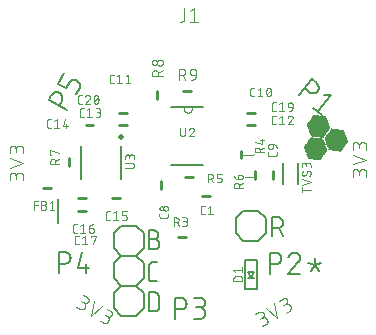
<source format=gbr>
G04 EAGLE Gerber RS-274X export*
G75*
%MOMM*%
%FSLAX34Y34*%
%LPD*%
%INSilkscreen Top*%
%IPPOS*%
%AMOC8*
5,1,8,0,0,1.08239X$1,22.5*%
G01*
%ADD10R,0.751331X0.014731*%
%ADD11R,0.883919X0.014731*%
%ADD12R,1.001775X0.014731*%
%ADD13R,1.119631X0.014731*%
%ADD14R,1.134363X0.014731*%
%ADD15R,1.149094X0.014731*%
%ADD16R,1.163825X0.014731*%
%ADD17R,1.178556X0.014731*%
%ADD18R,1.193288X0.014731*%
%ADD19R,1.222756X0.014731*%
%ADD20R,1.237488X0.014731*%
%ADD21R,1.266950X0.014731*%
%ADD22R,1.281681X0.014731*%
%ADD23R,1.311144X0.014731*%
%ADD24R,1.325881X0.014731*%
%ADD25R,1.355344X0.014731*%
%ADD26R,1.370075X0.014731*%
%ADD27R,1.384806X0.014731*%
%ADD28R,1.399538X0.014731*%
%ADD29R,1.414275X0.014731*%
%ADD30R,1.443738X0.014731*%
%ADD31R,1.458469X0.014731*%
%ADD32R,1.487931X0.014731*%
%ADD33R,1.502663X0.014731*%
%ADD34R,1.517394X0.014731*%
%ADD35R,1.532125X0.014731*%
%ADD36R,1.546856X0.014731*%
%ADD37R,1.576319X0.014731*%
%ADD38R,1.605788X0.014731*%
%ADD39R,1.620519X0.014731*%
%ADD40R,1.649981X0.014731*%
%ADD41R,1.664713X0.014731*%
%ADD42R,1.694175X0.014731*%
%ADD43R,1.708913X0.014731*%
%ADD44R,1.738375X0.014731*%
%ADD45R,1.753106X0.014731*%
%ADD46R,1.767838X0.014731*%
%ADD47R,1.782569X0.014731*%
%ADD48R,1.797306X0.014731*%
%ADD49R,0.117856X0.014731*%
%ADD50R,1.826769X0.014731*%
%ADD51R,0.235713X0.014731*%
%ADD52R,0.353569X0.014731*%
%ADD53R,1.856231X0.014731*%
%ADD54R,0.486156X0.014731*%
%ADD55R,1.870963X0.014731*%
%ADD56R,0.604013X0.014731*%
%ADD57R,0.721869X0.014731*%
%ADD58R,1.885694X0.014731*%
%ADD59R,0.839719X0.014731*%
%ADD60R,0.972306X0.014731*%
%ADD61R,1.090169X0.014731*%
%ADD62R,1.208025X0.014731*%
%ADD63R,1.252219X0.014731*%
%ADD64R,1.296412X0.014731*%
%ADD65R,1.340612X0.014731*%
%ADD66R,1.826763X0.014731*%
%ADD67R,1.414269X0.014731*%
%ADD68R,1.812031X0.014731*%
%ADD69R,1.429000X0.014731*%
%ADD70R,1.458462X0.014731*%
%ADD71R,1.473200X0.014731*%
%ADD72R,1.723644X0.014731*%
%ADD73R,1.694181X0.014731*%
%ADD74R,1.679450X0.014731*%
%ADD75R,1.561594X0.014731*%
%ADD76R,1.576325X0.014731*%
%ADD77R,1.591056X0.014731*%
%ADD78R,1.635250X0.014731*%
%ADD79R,1.561588X0.014731*%
%ADD80R,1.443731X0.014731*%
%ADD81R,1.797300X0.014731*%
%ADD82R,1.841500X0.014731*%
%ADD83R,1.311150X0.014731*%
%ADD84R,1.296419X0.014731*%
%ADD85R,1.193294X0.014731*%
%ADD86R,0.957575X0.014731*%
%ADD87R,0.589281X0.014731*%
%ADD88R,0.471425X0.014731*%
%ADD89R,0.220975X0.014731*%
%ADD90R,1.812038X0.014731*%
%ADD91R,0.103119X0.014731*%
%ADD92R,0.029463X0.014731*%
%ADD93R,0.162050X0.014731*%
%ADD94R,0.265175X0.014731*%
%ADD95R,0.397763X0.014731*%
%ADD96R,0.515619X0.014731*%
%ADD97R,0.648206X0.014731*%
%ADD98R,1.679444X0.014731*%
%ADD99R,1.016506X0.014731*%
%ADD100R,1.104900X0.014731*%
%ADD101R,1.222750X0.014731*%
%ADD102R,1.434338X0.014731*%
%ADD103R,1.208019X0.014731*%
%ADD104R,0.987044X0.014731*%
%ADD105R,0.854456X0.014731*%
%ADD106R,0.618744X0.014731*%
%ADD107R,0.500888X0.014731*%
%ADD108R,0.368300X0.014731*%
%ADD109R,0.132587X0.014731*%
%ADD110R,0.014731X0.014731*%
%ADD111R,1.664719X0.014731*%
%ADD112R,1.075438X0.014731*%
%ADD113R,0.942844X0.014731*%
%ADD114R,0.707131X0.014731*%
%ADD115R,0.456694X0.014731*%
%ADD116R,0.088388X0.014731*%
%ADD117C,0.152400*%
%ADD118C,0.101600*%
%ADD119C,0.076200*%
%ADD120C,0.127000*%
%ADD121C,0.254000*%
%ADD122C,0.150000*%
%ADD123C,0.500000*%


D10*
X108022Y154946D03*
D11*
X107507Y155094D03*
D12*
X107065Y155241D03*
D13*
X106623Y155388D03*
D14*
X106549Y155536D03*
D15*
X106623Y155683D03*
D16*
X106697Y155830D03*
D17*
X106623Y155978D03*
D18*
X106697Y156125D03*
D19*
X106697Y156272D03*
D20*
X106770Y156420D03*
X106770Y156567D03*
D21*
X106770Y156714D03*
D22*
X106844Y156862D03*
D23*
X106844Y157009D03*
X106844Y157156D03*
D24*
X106918Y157303D03*
D25*
X106918Y157451D03*
D26*
X106991Y157598D03*
D27*
X106917Y157745D03*
D28*
X106991Y157893D03*
D29*
X107065Y158040D03*
D30*
X107065Y158187D03*
X107065Y158335D03*
D31*
X107138Y158482D03*
D32*
X107138Y158629D03*
D33*
X107212Y158777D03*
D34*
X107138Y158924D03*
D35*
X107212Y159071D03*
D36*
X107286Y159219D03*
D37*
X107286Y159366D03*
X107286Y159513D03*
D38*
X107286Y159661D03*
D39*
X107359Y159808D03*
X107359Y159955D03*
D40*
X107359Y160103D03*
D41*
X107433Y160250D03*
D42*
X107433Y160397D03*
X107433Y160545D03*
D43*
X107507Y160692D03*
D44*
X107507Y160839D03*
D45*
X107580Y160986D03*
D46*
X107507Y161134D03*
D47*
X107580Y161281D03*
D48*
X107654Y161428D03*
D49*
X128132Y161428D03*
D50*
X107654Y161576D03*
D51*
X127542Y161576D03*
D50*
X107654Y161723D03*
D52*
X127100Y161723D03*
D53*
X107654Y161870D03*
D54*
X126585Y161870D03*
D55*
X107728Y162018D03*
D56*
X126143Y162018D03*
D55*
X107728Y162165D03*
D57*
X125553Y162165D03*
D58*
X107654Y162312D03*
D59*
X125112Y162312D03*
D58*
X107654Y162460D03*
D60*
X124596Y162460D03*
D55*
X107580Y162607D03*
D61*
X124154Y162607D03*
D58*
X107507Y162754D03*
D13*
X124007Y162754D03*
D58*
X107507Y162902D03*
D15*
X124007Y162902D03*
D58*
X107359Y163049D03*
D16*
X124080Y163049D03*
D58*
X107359Y163196D03*
D17*
X124154Y163196D03*
D55*
X107286Y163344D03*
D18*
X124080Y163344D03*
D58*
X107212Y163491D03*
D62*
X124154Y163491D03*
D58*
X107212Y163638D03*
D20*
X124154Y163638D03*
D58*
X107065Y163786D03*
D63*
X124228Y163786D03*
D58*
X107065Y163933D03*
D63*
X124228Y163933D03*
D55*
X106991Y164080D03*
D22*
X124228Y164080D03*
D58*
X106917Y164228D03*
D64*
X124301Y164228D03*
D58*
X106917Y164375D03*
D24*
X124301Y164375D03*
D58*
X106770Y164522D03*
D24*
X124301Y164522D03*
D58*
X106770Y164669D03*
D65*
X124375Y164669D03*
D55*
X106697Y164817D03*
D26*
X124375Y164817D03*
D53*
X106770Y164964D03*
D27*
X124449Y164964D03*
D53*
X106770Y165111D03*
D28*
X124375Y165111D03*
D66*
X106770Y165259D03*
D67*
X124449Y165259D03*
D68*
X106844Y165406D03*
D69*
X124522Y165406D03*
D47*
X106844Y165553D03*
D70*
X124522Y165553D03*
D47*
X106844Y165701D03*
D70*
X124522Y165701D03*
D46*
X106917Y165848D03*
D71*
X124596Y165848D03*
D44*
X106918Y165995D03*
D33*
X124596Y165995D03*
D72*
X106991Y166143D03*
D33*
X124596Y166143D03*
D43*
X106918Y166290D03*
D35*
X124596Y166290D03*
D73*
X106991Y166437D03*
D36*
X124670Y166437D03*
D74*
X107065Y166585D03*
D75*
X124743Y166585D03*
D40*
X107065Y166732D03*
D76*
X124670Y166732D03*
D40*
X107065Y166879D03*
D77*
X124743Y166879D03*
D78*
X107138Y167027D03*
D39*
X124743Y167027D03*
D38*
X107138Y167174D03*
D78*
X124817Y167174D03*
D38*
X107138Y167321D03*
D78*
X124817Y167321D03*
D76*
X107138Y167469D03*
D41*
X124817Y167469D03*
D79*
X107212Y167616D03*
D74*
X124891Y167616D03*
D36*
X107286Y167763D03*
D43*
X124891Y167763D03*
D35*
X107212Y167911D03*
D43*
X124891Y167911D03*
D34*
X107286Y168058D03*
D72*
X124964Y168058D03*
D32*
X107286Y168205D03*
D45*
X124964Y168205D03*
D71*
X107359Y168352D03*
D46*
X125038Y168352D03*
D71*
X107359Y168500D03*
D47*
X124964Y168500D03*
D80*
X107359Y168647D03*
D81*
X125038Y168647D03*
D69*
X107433Y168794D03*
D68*
X125112Y168794D03*
D28*
X107433Y168942D03*
D82*
X125112Y168942D03*
D28*
X107433Y169089D03*
D82*
X125112Y169089D03*
D27*
X107507Y169236D03*
D55*
X125112Y169236D03*
D25*
X107507Y169384D03*
D58*
X125185Y169384D03*
D65*
X107580Y169531D03*
D55*
X125112Y169531D03*
D24*
X107507Y169678D03*
D58*
X125038Y169678D03*
D83*
X107580Y169826D03*
D58*
X125038Y169826D03*
D84*
X107654Y169973D03*
D55*
X124964Y169973D03*
D21*
X107654Y170120D03*
D58*
X124891Y170120D03*
D21*
X107654Y170268D03*
D58*
X124891Y170268D03*
D63*
X107728Y170415D03*
D58*
X124743Y170415D03*
D19*
X107728Y170562D03*
D58*
X124743Y170562D03*
D62*
X107801Y170710D03*
D55*
X124670Y170710D03*
D85*
X107728Y170857D03*
D58*
X124596Y170857D03*
D17*
X107801Y171004D03*
D58*
X124596Y171004D03*
D16*
X107875Y171152D03*
D58*
X124449Y171152D03*
D15*
X107801Y171299D03*
D58*
X124449Y171299D03*
D14*
X107875Y171446D03*
D55*
X124375Y171446D03*
D61*
X107801Y171594D03*
D58*
X124301Y171594D03*
D86*
X107286Y171741D03*
D58*
X124301Y171741D03*
D59*
X106697Y171888D03*
D58*
X124154Y171888D03*
D57*
X106255Y172035D03*
D58*
X124154Y172035D03*
D87*
X105739Y172183D03*
D53*
X124154Y172183D03*
D88*
X105297Y172330D03*
D82*
X124228Y172330D03*
D52*
X104708Y172477D03*
D82*
X124228Y172477D03*
D89*
X104192Y172625D03*
D90*
X124228Y172625D03*
D91*
X103750Y172772D03*
D48*
X124301Y172772D03*
D92*
X113547Y172919D03*
D47*
X124228Y172919D03*
D93*
X113031Y173067D03*
D46*
X124301Y173067D03*
D94*
X112516Y173214D03*
D45*
X124375Y173214D03*
D95*
X112000Y173361D03*
D72*
X124375Y173361D03*
D96*
X111558Y173509D03*
D72*
X124375Y173509D03*
D97*
X111042Y173656D03*
D73*
X124375Y173656D03*
D10*
X110527Y173803D03*
D98*
X124449Y173803D03*
D11*
X110011Y173951D03*
D41*
X124522Y173951D03*
D99*
X109496Y174098D03*
D40*
X124449Y174098D03*
D100*
X109054Y174245D03*
D78*
X124522Y174245D03*
D14*
X109054Y174393D03*
D39*
X124596Y174393D03*
D15*
X109127Y174540D03*
D77*
X124596Y174540D03*
D16*
X109201Y174687D03*
D77*
X124596Y174687D03*
D17*
X109127Y174835D03*
D79*
X124596Y174835D03*
D18*
X109201Y174982D03*
D36*
X124670Y174982D03*
D101*
X109201Y175129D03*
D35*
X124743Y175129D03*
D20*
X109275Y175277D03*
D34*
X124670Y175277D03*
D20*
X109275Y175424D03*
D33*
X124743Y175424D03*
D21*
X109275Y175571D03*
D71*
X124743Y175571D03*
D22*
X109348Y175718D03*
D31*
X124817Y175718D03*
D23*
X109348Y175866D03*
D31*
X124817Y175866D03*
D23*
X109348Y176013D03*
D102*
X124780Y176013D03*
D24*
X109422Y176160D03*
D67*
X124891Y176160D03*
D25*
X109422Y176308D03*
D27*
X124891Y176308D03*
D26*
X109496Y176455D03*
D27*
X124891Y176455D03*
X109422Y176602D03*
D26*
X124964Y176602D03*
D28*
X109496Y176750D03*
D65*
X124964Y176750D03*
D67*
X109569Y176897D03*
D65*
X124964Y176897D03*
D30*
X109569Y177044D03*
D83*
X124964Y177044D03*
D30*
X109569Y177192D03*
D64*
X125038Y177192D03*
D71*
X109569Y177339D03*
D22*
X125112Y177339D03*
D32*
X109643Y177486D03*
D21*
X125038Y177486D03*
D33*
X109717Y177634D03*
D63*
X125112Y177634D03*
D34*
X109643Y177781D03*
D19*
X125112Y177781D03*
D35*
X109717Y177928D03*
D103*
X125185Y177928D03*
D79*
X109717Y178076D03*
D103*
X125185Y178076D03*
D37*
X109790Y178223D03*
D17*
X125185Y178223D03*
D37*
X109790Y178370D03*
D16*
X125259Y178370D03*
D38*
X109790Y178518D03*
D15*
X125332Y178518D03*
D39*
X109864Y178665D03*
D14*
X125259Y178665D03*
D39*
X109864Y178812D03*
D100*
X125259Y178812D03*
D40*
X109864Y178960D03*
D104*
X124817Y178960D03*
D41*
X109938Y179107D03*
D105*
X124301Y179107D03*
D42*
X109938Y179254D03*
D10*
X123786Y179254D03*
D42*
X109938Y179401D03*
D106*
X123270Y179401D03*
D43*
X110011Y179549D03*
D107*
X122828Y179549D03*
D44*
X110011Y179696D03*
D108*
X122312Y179696D03*
D45*
X110085Y179843D03*
D94*
X121797Y179843D03*
D46*
X110011Y179991D03*
D109*
X121281Y179991D03*
D47*
X110085Y180138D03*
D110*
X120839Y180138D03*
D48*
X110159Y180285D03*
D50*
X110159Y180433D03*
X110159Y180580D03*
D53*
X110159Y180727D03*
D55*
X110232Y180875D03*
X110232Y181022D03*
D58*
X110159Y181169D03*
X110159Y181317D03*
X110011Y181464D03*
X110011Y181611D03*
D55*
X109938Y181759D03*
D58*
X109864Y181906D03*
X109864Y182053D03*
X109717Y182201D03*
X109717Y182348D03*
D55*
X109643Y182495D03*
D58*
X109569Y182643D03*
X109569Y182790D03*
D55*
X109496Y182937D03*
D58*
X109422Y183084D03*
X109422Y183232D03*
X109275Y183379D03*
X109275Y183526D03*
D55*
X109201Y183674D03*
D53*
X109275Y183821D03*
X109275Y183968D03*
D66*
X109275Y184116D03*
D68*
X109348Y184263D03*
D47*
X109348Y184410D03*
X109348Y184558D03*
D46*
X109422Y184705D03*
D44*
X109422Y184852D03*
D72*
X109496Y185000D03*
D43*
X109422Y185147D03*
D73*
X109496Y185294D03*
D74*
X109569Y185442D03*
D111*
X109496Y185589D03*
D40*
X109569Y185736D03*
D39*
X109569Y185884D03*
D38*
X109643Y186031D03*
X109643Y186178D03*
D76*
X109643Y186326D03*
D79*
X109717Y186473D03*
D35*
X109717Y186620D03*
X109717Y186767D03*
D34*
X109790Y186915D03*
D32*
X109790Y187062D03*
D71*
X109864Y187209D03*
X109864Y187357D03*
D80*
X109864Y187504D03*
D69*
X109938Y187651D03*
D28*
X109938Y187799D03*
X109938Y187946D03*
D27*
X110011Y188093D03*
D25*
X110011Y188241D03*
D65*
X110085Y188388D03*
D24*
X110011Y188535D03*
D83*
X110085Y188683D03*
D84*
X110159Y188830D03*
D21*
X110159Y188977D03*
X110159Y189125D03*
D20*
X110159Y189272D03*
D19*
X110232Y189419D03*
D62*
X110306Y189567D03*
D85*
X110232Y189714D03*
D17*
X110306Y189861D03*
D15*
X110306Y190009D03*
X110306Y190156D03*
D14*
X110380Y190303D03*
D112*
X110232Y190450D03*
D113*
X109717Y190598D03*
D59*
X109201Y190745D03*
D114*
X108685Y190892D03*
D87*
X108243Y191040D03*
D115*
X107728Y191187D03*
D52*
X107212Y191334D03*
D89*
X106697Y191482D03*
D116*
X106181Y191629D03*
D49*
X110682Y154101D03*
D51*
X110092Y154248D03*
D52*
X109651Y154395D03*
D54*
X109135Y154542D03*
D56*
X108693Y154690D03*
D57*
X108104Y154837D03*
D59*
X107662Y154984D03*
D60*
X107146Y155132D03*
D61*
X106704Y155279D03*
D13*
X106557Y155426D03*
D117*
X92801Y208899D02*
X104230Y222519D01*
X108013Y219345D01*
X108014Y219344D02*
X108120Y219253D01*
X108223Y219159D01*
X108323Y219062D01*
X108421Y218962D01*
X108516Y218859D01*
X108607Y218754D01*
X108696Y218646D01*
X108782Y218535D01*
X108865Y218422D01*
X108944Y218307D01*
X109020Y218190D01*
X109093Y218071D01*
X109162Y217949D01*
X109228Y217826D01*
X109290Y217701D01*
X109349Y217574D01*
X109404Y217446D01*
X109456Y217316D01*
X109504Y217184D01*
X109548Y217052D01*
X109588Y216918D01*
X109624Y216783D01*
X109657Y216647D01*
X109686Y216510D01*
X109711Y216373D01*
X109732Y216235D01*
X109749Y216096D01*
X109762Y215957D01*
X109771Y215817D01*
X109777Y215677D01*
X109778Y215538D01*
X109775Y215398D01*
X109769Y215258D01*
X109758Y215119D01*
X109744Y214980D01*
X109725Y214841D01*
X109703Y214703D01*
X109677Y214566D01*
X109647Y214430D01*
X109613Y214294D01*
X109575Y214159D01*
X109533Y214026D01*
X109488Y213894D01*
X109439Y213763D01*
X109386Y213633D01*
X109330Y213505D01*
X109270Y213379D01*
X109206Y213255D01*
X109139Y213132D01*
X109069Y213011D01*
X108995Y212893D01*
X108918Y212776D01*
X108837Y212662D01*
X108754Y212550D01*
X108667Y212440D01*
X108577Y212333D01*
X108484Y212229D01*
X108389Y212127D01*
X108290Y212028D01*
X108189Y211931D01*
X108085Y211838D01*
X107978Y211748D01*
X107869Y211660D01*
X107757Y211576D01*
X107643Y211495D01*
X107527Y211418D01*
X107409Y211343D01*
X107288Y211272D01*
X107166Y211205D01*
X107042Y211140D01*
X106916Y211080D01*
X106788Y211023D01*
X106659Y210970D01*
X106528Y210920D01*
X106396Y210874D01*
X106263Y210832D01*
X106129Y210793D01*
X105993Y210759D01*
X105857Y210728D01*
X105720Y210701D01*
X105582Y210678D01*
X105443Y210659D01*
X105304Y210644D01*
X105165Y210633D01*
X105025Y210626D01*
X104886Y210622D01*
X104746Y210623D01*
X104606Y210627D01*
X104467Y210636D01*
X104327Y210649D01*
X104189Y210665D01*
X104050Y210685D01*
X103913Y210710D01*
X103776Y210738D01*
X103640Y210770D01*
X103505Y210806D01*
X103370Y210845D01*
X103238Y210889D01*
X103106Y210936D01*
X102976Y210987D01*
X102847Y211041D01*
X102720Y211100D01*
X102595Y211161D01*
X102471Y211227D01*
X102349Y211295D01*
X102230Y211368D01*
X102112Y211443D01*
X101997Y211522D01*
X101883Y211604D01*
X101773Y211689D01*
X101664Y211778D01*
X97881Y214953D01*
X113943Y209211D02*
X120266Y209063D01*
X108838Y195443D01*
X112621Y192268D02*
X105054Y198618D01*
X68231Y75905D02*
X68231Y58125D01*
X68231Y75905D02*
X73170Y75905D01*
X73310Y75903D01*
X73449Y75897D01*
X73589Y75887D01*
X73728Y75873D01*
X73867Y75856D01*
X74005Y75834D01*
X74142Y75808D01*
X74279Y75779D01*
X74415Y75746D01*
X74549Y75709D01*
X74683Y75668D01*
X74815Y75623D01*
X74947Y75574D01*
X75076Y75522D01*
X75204Y75467D01*
X75331Y75407D01*
X75456Y75344D01*
X75579Y75278D01*
X75700Y75208D01*
X75819Y75135D01*
X75936Y75058D01*
X76050Y74978D01*
X76163Y74895D01*
X76273Y74809D01*
X76380Y74719D01*
X76485Y74627D01*
X76587Y74532D01*
X76687Y74434D01*
X76784Y74333D01*
X76878Y74229D01*
X76968Y74123D01*
X77056Y74014D01*
X77141Y73903D01*
X77222Y73789D01*
X77301Y73674D01*
X77376Y73556D01*
X77447Y73436D01*
X77515Y73313D01*
X77580Y73190D01*
X77641Y73064D01*
X77699Y72936D01*
X77753Y72808D01*
X77803Y72677D01*
X77850Y72545D01*
X77893Y72412D01*
X77932Y72278D01*
X77967Y72143D01*
X77998Y72007D01*
X78026Y71869D01*
X78049Y71732D01*
X78069Y71593D01*
X78085Y71454D01*
X78097Y71315D01*
X78105Y71176D01*
X78109Y71036D01*
X78109Y70896D01*
X78105Y70756D01*
X78097Y70617D01*
X78085Y70478D01*
X78069Y70339D01*
X78049Y70200D01*
X78026Y70063D01*
X77998Y69925D01*
X77967Y69789D01*
X77932Y69654D01*
X77893Y69520D01*
X77850Y69387D01*
X77803Y69255D01*
X77753Y69124D01*
X77699Y68996D01*
X77641Y68868D01*
X77580Y68742D01*
X77515Y68619D01*
X77447Y68497D01*
X77376Y68376D01*
X77301Y68258D01*
X77222Y68143D01*
X77141Y68029D01*
X77056Y67918D01*
X76968Y67809D01*
X76878Y67703D01*
X76784Y67599D01*
X76687Y67498D01*
X76587Y67400D01*
X76485Y67305D01*
X76380Y67213D01*
X76273Y67123D01*
X76163Y67037D01*
X76050Y66954D01*
X75936Y66874D01*
X75819Y66797D01*
X75700Y66724D01*
X75579Y66654D01*
X75456Y66588D01*
X75331Y66525D01*
X75204Y66465D01*
X75076Y66410D01*
X74947Y66358D01*
X74815Y66309D01*
X74683Y66264D01*
X74549Y66223D01*
X74415Y66186D01*
X74279Y66153D01*
X74142Y66124D01*
X74005Y66098D01*
X73867Y66076D01*
X73728Y66059D01*
X73589Y66045D01*
X73449Y66035D01*
X73310Y66029D01*
X73170Y66027D01*
X68231Y66027D01*
X89659Y75905D02*
X89791Y75903D01*
X89922Y75897D01*
X90054Y75887D01*
X90185Y75874D01*
X90315Y75856D01*
X90445Y75835D01*
X90575Y75810D01*
X90703Y75781D01*
X90831Y75748D01*
X90957Y75711D01*
X91083Y75671D01*
X91207Y75627D01*
X91330Y75579D01*
X91451Y75528D01*
X91571Y75473D01*
X91689Y75415D01*
X91805Y75353D01*
X91919Y75287D01*
X92032Y75219D01*
X92142Y75147D01*
X92250Y75072D01*
X92356Y74993D01*
X92460Y74912D01*
X92561Y74827D01*
X92659Y74740D01*
X92755Y74649D01*
X92848Y74556D01*
X92939Y74460D01*
X93026Y74362D01*
X93111Y74261D01*
X93192Y74157D01*
X93271Y74051D01*
X93346Y73943D01*
X93418Y73833D01*
X93486Y73720D01*
X93552Y73606D01*
X93614Y73490D01*
X93672Y73372D01*
X93727Y73252D01*
X93778Y73131D01*
X93826Y73008D01*
X93870Y72884D01*
X93910Y72758D01*
X93947Y72632D01*
X93980Y72504D01*
X94009Y72376D01*
X94034Y72246D01*
X94055Y72116D01*
X94073Y71986D01*
X94086Y71855D01*
X94096Y71723D01*
X94102Y71592D01*
X94104Y71460D01*
X89659Y75905D02*
X89509Y75903D01*
X89360Y75897D01*
X89211Y75887D01*
X89062Y75874D01*
X88913Y75856D01*
X88765Y75835D01*
X88617Y75809D01*
X88471Y75780D01*
X88325Y75747D01*
X88180Y75710D01*
X88036Y75669D01*
X87893Y75625D01*
X87751Y75577D01*
X87611Y75525D01*
X87472Y75470D01*
X87334Y75411D01*
X87199Y75348D01*
X87064Y75282D01*
X86932Y75212D01*
X86802Y75139D01*
X86673Y75062D01*
X86546Y74982D01*
X86422Y74899D01*
X86300Y74813D01*
X86180Y74723D01*
X86063Y74630D01*
X85948Y74535D01*
X85835Y74436D01*
X85725Y74334D01*
X85618Y74230D01*
X85514Y74123D01*
X85412Y74013D01*
X85314Y73900D01*
X85218Y73785D01*
X85126Y73667D01*
X85036Y73547D01*
X84950Y73425D01*
X84867Y73301D01*
X84787Y73174D01*
X84711Y73046D01*
X84638Y72915D01*
X84568Y72782D01*
X84502Y72648D01*
X84440Y72512D01*
X84381Y72375D01*
X84325Y72236D01*
X84274Y72095D01*
X84226Y71954D01*
X92621Y68003D02*
X92717Y68096D01*
X92809Y68192D01*
X92899Y68291D01*
X92986Y68392D01*
X93071Y68495D01*
X93152Y68600D01*
X93230Y68708D01*
X93305Y68818D01*
X93378Y68930D01*
X93447Y69044D01*
X93513Y69160D01*
X93575Y69278D01*
X93634Y69397D01*
X93690Y69518D01*
X93743Y69641D01*
X93792Y69765D01*
X93837Y69890D01*
X93880Y70017D01*
X93918Y70144D01*
X93953Y70273D01*
X93984Y70402D01*
X94012Y70533D01*
X94036Y70664D01*
X94057Y70796D01*
X94073Y70928D01*
X94086Y71061D01*
X94096Y71194D01*
X94101Y71327D01*
X94103Y71460D01*
X92622Y68002D02*
X84226Y58125D01*
X94104Y58125D01*
X106473Y65039D02*
X106473Y70966D01*
X106473Y65039D02*
X109931Y60594D01*
X106473Y65039D02*
X103016Y60594D01*
X106473Y65039D02*
X111906Y67015D01*
X106473Y65039D02*
X101041Y67015D01*
X-103466Y196303D02*
X-118864Y205193D01*
X-116395Y209471D01*
X-116324Y209591D01*
X-116249Y209709D01*
X-116170Y209824D01*
X-116089Y209938D01*
X-116004Y210049D01*
X-115916Y210158D01*
X-115826Y210264D01*
X-115732Y210368D01*
X-115635Y210469D01*
X-115535Y210567D01*
X-115433Y210662D01*
X-115328Y210754D01*
X-115221Y210844D01*
X-115111Y210930D01*
X-114998Y211013D01*
X-114884Y211093D01*
X-114767Y211170D01*
X-114648Y211243D01*
X-114527Y211313D01*
X-114404Y211379D01*
X-114279Y211442D01*
X-114152Y211502D01*
X-114024Y211557D01*
X-113894Y211609D01*
X-113763Y211658D01*
X-113631Y211703D01*
X-113497Y211744D01*
X-113363Y211781D01*
X-113227Y211814D01*
X-113090Y211843D01*
X-112953Y211869D01*
X-112815Y211891D01*
X-112676Y211908D01*
X-112537Y211922D01*
X-112397Y211932D01*
X-112258Y211938D01*
X-112118Y211940D01*
X-111978Y211938D01*
X-111839Y211932D01*
X-111699Y211922D01*
X-111560Y211908D01*
X-111421Y211891D01*
X-111283Y211869D01*
X-111146Y211843D01*
X-111009Y211814D01*
X-110873Y211781D01*
X-110739Y211743D01*
X-110605Y211703D01*
X-110473Y211658D01*
X-110341Y211609D01*
X-110212Y211557D01*
X-110084Y211502D01*
X-109957Y211442D01*
X-109832Y211379D01*
X-109709Y211313D01*
X-109588Y211243D01*
X-109469Y211170D01*
X-109352Y211093D01*
X-109238Y211013D01*
X-109125Y210930D01*
X-109015Y210844D01*
X-108908Y210754D01*
X-108803Y210662D01*
X-108701Y210567D01*
X-108601Y210469D01*
X-108504Y210368D01*
X-108410Y210264D01*
X-108320Y210158D01*
X-108232Y210049D01*
X-108147Y209938D01*
X-108066Y209824D01*
X-107987Y209709D01*
X-107912Y209591D01*
X-107841Y209470D01*
X-107773Y209348D01*
X-107708Y209225D01*
X-107647Y209099D01*
X-107589Y208971D01*
X-107535Y208843D01*
X-107485Y208712D01*
X-107438Y208580D01*
X-107395Y208447D01*
X-107356Y208313D01*
X-107321Y208178D01*
X-107290Y208042D01*
X-107262Y207904D01*
X-107239Y207767D01*
X-107219Y207628D01*
X-107203Y207489D01*
X-107191Y207350D01*
X-107183Y207211D01*
X-107179Y207071D01*
X-107179Y206931D01*
X-107183Y206791D01*
X-107191Y206652D01*
X-107203Y206513D01*
X-107219Y206374D01*
X-107239Y206235D01*
X-107262Y206097D01*
X-107290Y205960D01*
X-107321Y205824D01*
X-107356Y205689D01*
X-107395Y205555D01*
X-107438Y205422D01*
X-107485Y205290D01*
X-107535Y205159D01*
X-107589Y205031D01*
X-107647Y204903D01*
X-107708Y204777D01*
X-107773Y204654D01*
X-107841Y204531D01*
X-107840Y204532D02*
X-110310Y200255D01*
X-95469Y210155D02*
X-92506Y215288D01*
X-92505Y215288D02*
X-92445Y215397D01*
X-92388Y215507D01*
X-92335Y215619D01*
X-92285Y215733D01*
X-92238Y215848D01*
X-92196Y215965D01*
X-92157Y216082D01*
X-92122Y216201D01*
X-92090Y216322D01*
X-92062Y216443D01*
X-92038Y216564D01*
X-92018Y216687D01*
X-92002Y216810D01*
X-91990Y216933D01*
X-91981Y217057D01*
X-91977Y217181D01*
X-91976Y217305D01*
X-91979Y217429D01*
X-91987Y217553D01*
X-91998Y217677D01*
X-92013Y217800D01*
X-92031Y217923D01*
X-92054Y218045D01*
X-92080Y218166D01*
X-92111Y218287D01*
X-92145Y218406D01*
X-92182Y218524D01*
X-92224Y218641D01*
X-92269Y218757D01*
X-92318Y218871D01*
X-92370Y218984D01*
X-92426Y219094D01*
X-92485Y219204D01*
X-92547Y219311D01*
X-92613Y219416D01*
X-92683Y219519D01*
X-92755Y219620D01*
X-92831Y219718D01*
X-92909Y219814D01*
X-92991Y219908D01*
X-93075Y219999D01*
X-93163Y220087D01*
X-93253Y220172D01*
X-93345Y220255D01*
X-93441Y220335D01*
X-93538Y220411D01*
X-93638Y220485D01*
X-93741Y220555D01*
X-93845Y220622D01*
X-93952Y220686D01*
X-93952Y220685D02*
X-95663Y221673D01*
X-95771Y221733D01*
X-95881Y221790D01*
X-95993Y221843D01*
X-96107Y221893D01*
X-96222Y221940D01*
X-96339Y221982D01*
X-96457Y222021D01*
X-96576Y222056D01*
X-96696Y222088D01*
X-96817Y222116D01*
X-96938Y222140D01*
X-97061Y222160D01*
X-97184Y222176D01*
X-97307Y222188D01*
X-97431Y222197D01*
X-97555Y222201D01*
X-97679Y222202D01*
X-97803Y222199D01*
X-97927Y222191D01*
X-98051Y222180D01*
X-98174Y222165D01*
X-98297Y222147D01*
X-98419Y222124D01*
X-98540Y222098D01*
X-98661Y222067D01*
X-98780Y222033D01*
X-98898Y221996D01*
X-99015Y221954D01*
X-99131Y221909D01*
X-99245Y221860D01*
X-99358Y221808D01*
X-99468Y221752D01*
X-99578Y221693D01*
X-99685Y221631D01*
X-99790Y221565D01*
X-99893Y221495D01*
X-99994Y221423D01*
X-100092Y221347D01*
X-100188Y221269D01*
X-100282Y221187D01*
X-100373Y221103D01*
X-100461Y221015D01*
X-100546Y220925D01*
X-100629Y220833D01*
X-100708Y220737D01*
X-100785Y220640D01*
X-100859Y220540D01*
X-100929Y220437D01*
X-100996Y220333D01*
X-101060Y220227D01*
X-104023Y215094D01*
X-110867Y219045D01*
X-105928Y227600D01*
X-110150Y76486D02*
X-110150Y58706D01*
X-110150Y76486D02*
X-105211Y76486D01*
X-105071Y76484D01*
X-104932Y76478D01*
X-104792Y76468D01*
X-104653Y76454D01*
X-104514Y76437D01*
X-104376Y76415D01*
X-104239Y76389D01*
X-104102Y76360D01*
X-103966Y76327D01*
X-103832Y76290D01*
X-103698Y76249D01*
X-103566Y76204D01*
X-103434Y76155D01*
X-103305Y76103D01*
X-103177Y76048D01*
X-103050Y75988D01*
X-102925Y75925D01*
X-102802Y75859D01*
X-102681Y75789D01*
X-102562Y75716D01*
X-102445Y75639D01*
X-102331Y75559D01*
X-102218Y75476D01*
X-102108Y75390D01*
X-102001Y75300D01*
X-101896Y75208D01*
X-101794Y75113D01*
X-101694Y75015D01*
X-101597Y74914D01*
X-101503Y74810D01*
X-101413Y74704D01*
X-101325Y74595D01*
X-101240Y74484D01*
X-101159Y74370D01*
X-101080Y74255D01*
X-101005Y74137D01*
X-100934Y74017D01*
X-100866Y73894D01*
X-100801Y73771D01*
X-100740Y73645D01*
X-100682Y73517D01*
X-100628Y73389D01*
X-100578Y73258D01*
X-100531Y73126D01*
X-100488Y72993D01*
X-100449Y72859D01*
X-100414Y72724D01*
X-100383Y72588D01*
X-100355Y72450D01*
X-100332Y72313D01*
X-100312Y72174D01*
X-100296Y72035D01*
X-100284Y71896D01*
X-100276Y71757D01*
X-100272Y71617D01*
X-100272Y71477D01*
X-100276Y71337D01*
X-100284Y71198D01*
X-100296Y71059D01*
X-100312Y70920D01*
X-100332Y70781D01*
X-100355Y70644D01*
X-100383Y70506D01*
X-100414Y70370D01*
X-100449Y70235D01*
X-100488Y70101D01*
X-100531Y69968D01*
X-100578Y69836D01*
X-100628Y69705D01*
X-100682Y69577D01*
X-100740Y69449D01*
X-100801Y69323D01*
X-100866Y69200D01*
X-100934Y69078D01*
X-101005Y68957D01*
X-101080Y68839D01*
X-101159Y68724D01*
X-101240Y68610D01*
X-101325Y68499D01*
X-101413Y68390D01*
X-101503Y68284D01*
X-101597Y68180D01*
X-101694Y68079D01*
X-101794Y67981D01*
X-101896Y67886D01*
X-102001Y67794D01*
X-102108Y67704D01*
X-102218Y67618D01*
X-102331Y67535D01*
X-102445Y67455D01*
X-102562Y67378D01*
X-102681Y67305D01*
X-102802Y67235D01*
X-102925Y67169D01*
X-103050Y67106D01*
X-103177Y67046D01*
X-103305Y66991D01*
X-103434Y66939D01*
X-103566Y66890D01*
X-103698Y66845D01*
X-103832Y66804D01*
X-103966Y66767D01*
X-104102Y66734D01*
X-104239Y66705D01*
X-104376Y66679D01*
X-104514Y66657D01*
X-104653Y66640D01*
X-104792Y66626D01*
X-104932Y66616D01*
X-105071Y66610D01*
X-105211Y66608D01*
X-110150Y66608D01*
X-94155Y62657D02*
X-90204Y76486D01*
X-94155Y62657D02*
X-84278Y62657D01*
X-87241Y66608D02*
X-87241Y58706D01*
D118*
X62098Y13394D02*
X64909Y15017D01*
X64909Y15016D02*
X65006Y15074D01*
X65101Y15136D01*
X65194Y15201D01*
X65284Y15269D01*
X65372Y15340D01*
X65458Y15415D01*
X65541Y15492D01*
X65621Y15572D01*
X65698Y15655D01*
X65773Y15741D01*
X65844Y15829D01*
X65912Y15919D01*
X65977Y16012D01*
X66039Y16107D01*
X66097Y16204D01*
X66152Y16303D01*
X66203Y16404D01*
X66251Y16507D01*
X66296Y16611D01*
X66336Y16717D01*
X66373Y16824D01*
X66406Y16932D01*
X66436Y17042D01*
X66461Y17152D01*
X66483Y17263D01*
X66500Y17375D01*
X66514Y17488D01*
X66524Y17601D01*
X66530Y17714D01*
X66532Y17827D01*
X66530Y17940D01*
X66524Y18053D01*
X66514Y18166D01*
X66500Y18279D01*
X66483Y18391D01*
X66461Y18502D01*
X66436Y18612D01*
X66406Y18722D01*
X66373Y18830D01*
X66336Y18937D01*
X66296Y19043D01*
X66251Y19147D01*
X66203Y19250D01*
X66152Y19351D01*
X66097Y19450D01*
X66039Y19547D01*
X65977Y19642D01*
X65912Y19735D01*
X65844Y19825D01*
X65773Y19913D01*
X65698Y19999D01*
X65621Y20082D01*
X65541Y20162D01*
X65458Y20239D01*
X65372Y20314D01*
X65284Y20385D01*
X65194Y20453D01*
X65101Y20518D01*
X65006Y20580D01*
X64909Y20638D01*
X64810Y20693D01*
X64709Y20744D01*
X64606Y20792D01*
X64502Y20837D01*
X64396Y20877D01*
X64289Y20914D01*
X64181Y20947D01*
X64071Y20977D01*
X63961Y21002D01*
X63850Y21024D01*
X63738Y21041D01*
X63625Y21055D01*
X63512Y21065D01*
X63399Y21071D01*
X63286Y21073D01*
X63173Y21071D01*
X63060Y21065D01*
X62947Y21055D01*
X62834Y21041D01*
X62722Y21024D01*
X62611Y21002D01*
X62501Y20977D01*
X62391Y20947D01*
X62283Y20914D01*
X62176Y20877D01*
X62070Y20837D01*
X61966Y20792D01*
X61863Y20744D01*
X61762Y20693D01*
X61663Y20638D01*
X59629Y25460D02*
X56256Y23513D01*
X59630Y25459D02*
X59718Y25508D01*
X59808Y25553D01*
X59900Y25595D01*
X59993Y25633D01*
X60088Y25667D01*
X60183Y25698D01*
X60280Y25725D01*
X60378Y25748D01*
X60477Y25768D01*
X60577Y25783D01*
X60677Y25795D01*
X60777Y25803D01*
X60878Y25807D01*
X60978Y25807D01*
X61079Y25803D01*
X61179Y25795D01*
X61279Y25783D01*
X61379Y25768D01*
X61478Y25748D01*
X61576Y25725D01*
X61673Y25698D01*
X61768Y25667D01*
X61863Y25633D01*
X61956Y25595D01*
X62048Y25553D01*
X62138Y25508D01*
X62226Y25459D01*
X62312Y25407D01*
X62396Y25352D01*
X62478Y25293D01*
X62558Y25232D01*
X62635Y25167D01*
X62709Y25099D01*
X62781Y25029D01*
X62850Y24956D01*
X62917Y24880D01*
X62980Y24801D01*
X63040Y24721D01*
X63097Y24638D01*
X63151Y24552D01*
X63201Y24465D01*
X63248Y24376D01*
X63291Y24285D01*
X63331Y24193D01*
X63367Y24099D01*
X63400Y24004D01*
X63429Y23907D01*
X63454Y23810D01*
X63475Y23711D01*
X63493Y23612D01*
X63506Y23512D01*
X63516Y23412D01*
X63522Y23312D01*
X63524Y23211D01*
X63522Y23110D01*
X63516Y23010D01*
X63506Y22910D01*
X63493Y22810D01*
X63475Y22711D01*
X63454Y22612D01*
X63429Y22515D01*
X63400Y22418D01*
X63367Y22323D01*
X63331Y22229D01*
X63291Y22137D01*
X63248Y22046D01*
X63201Y21957D01*
X63151Y21870D01*
X63097Y21784D01*
X63040Y21701D01*
X62980Y21621D01*
X62917Y21542D01*
X62850Y21466D01*
X62781Y21393D01*
X62709Y21323D01*
X62635Y21255D01*
X62558Y21190D01*
X62478Y21129D01*
X62396Y21070D01*
X62312Y21015D01*
X62226Y20963D01*
X59977Y19664D01*
X65593Y28903D02*
X74808Y20732D01*
X72339Y32798D01*
X81896Y24824D02*
X84706Y26447D01*
X84707Y26446D02*
X84804Y26504D01*
X84899Y26566D01*
X84992Y26631D01*
X85082Y26699D01*
X85170Y26770D01*
X85256Y26845D01*
X85339Y26922D01*
X85419Y27002D01*
X85496Y27085D01*
X85571Y27171D01*
X85642Y27259D01*
X85710Y27349D01*
X85775Y27442D01*
X85837Y27537D01*
X85895Y27634D01*
X85950Y27733D01*
X86001Y27834D01*
X86049Y27937D01*
X86094Y28041D01*
X86134Y28147D01*
X86171Y28254D01*
X86204Y28362D01*
X86234Y28472D01*
X86259Y28582D01*
X86281Y28693D01*
X86298Y28805D01*
X86312Y28918D01*
X86322Y29031D01*
X86328Y29144D01*
X86330Y29257D01*
X86328Y29370D01*
X86322Y29483D01*
X86312Y29596D01*
X86298Y29709D01*
X86281Y29821D01*
X86259Y29932D01*
X86234Y30042D01*
X86204Y30152D01*
X86171Y30260D01*
X86134Y30367D01*
X86094Y30473D01*
X86049Y30577D01*
X86001Y30680D01*
X85950Y30781D01*
X85895Y30880D01*
X85837Y30977D01*
X85775Y31072D01*
X85710Y31165D01*
X85642Y31255D01*
X85571Y31343D01*
X85496Y31429D01*
X85419Y31512D01*
X85339Y31592D01*
X85256Y31669D01*
X85170Y31744D01*
X85082Y31815D01*
X84992Y31883D01*
X84899Y31948D01*
X84804Y32010D01*
X84707Y32068D01*
X84608Y32123D01*
X84507Y32174D01*
X84404Y32222D01*
X84300Y32267D01*
X84194Y32307D01*
X84087Y32344D01*
X83979Y32377D01*
X83869Y32407D01*
X83759Y32432D01*
X83648Y32454D01*
X83536Y32471D01*
X83423Y32485D01*
X83310Y32495D01*
X83197Y32501D01*
X83084Y32503D01*
X82971Y32501D01*
X82858Y32495D01*
X82745Y32485D01*
X82632Y32471D01*
X82520Y32454D01*
X82409Y32432D01*
X82299Y32407D01*
X82189Y32377D01*
X82081Y32344D01*
X81974Y32307D01*
X81868Y32267D01*
X81764Y32222D01*
X81661Y32174D01*
X81560Y32123D01*
X81461Y32068D01*
X79427Y36890D02*
X76054Y34943D01*
X79427Y36889D02*
X79515Y36938D01*
X79605Y36983D01*
X79697Y37025D01*
X79790Y37063D01*
X79885Y37097D01*
X79980Y37128D01*
X80077Y37155D01*
X80175Y37178D01*
X80274Y37198D01*
X80374Y37213D01*
X80474Y37225D01*
X80574Y37233D01*
X80675Y37237D01*
X80775Y37237D01*
X80876Y37233D01*
X80976Y37225D01*
X81076Y37213D01*
X81176Y37198D01*
X81275Y37178D01*
X81373Y37155D01*
X81470Y37128D01*
X81565Y37097D01*
X81660Y37063D01*
X81753Y37025D01*
X81845Y36983D01*
X81935Y36938D01*
X82023Y36889D01*
X82109Y36837D01*
X82193Y36782D01*
X82275Y36723D01*
X82355Y36662D01*
X82432Y36597D01*
X82506Y36529D01*
X82578Y36459D01*
X82647Y36386D01*
X82714Y36310D01*
X82777Y36231D01*
X82837Y36151D01*
X82894Y36068D01*
X82948Y35982D01*
X82998Y35895D01*
X83045Y35806D01*
X83088Y35715D01*
X83128Y35623D01*
X83164Y35529D01*
X83197Y35434D01*
X83226Y35337D01*
X83251Y35240D01*
X83272Y35141D01*
X83290Y35042D01*
X83303Y34942D01*
X83313Y34842D01*
X83319Y34742D01*
X83321Y34641D01*
X83319Y34540D01*
X83313Y34440D01*
X83303Y34340D01*
X83290Y34240D01*
X83272Y34141D01*
X83251Y34042D01*
X83226Y33945D01*
X83197Y33848D01*
X83164Y33753D01*
X83128Y33659D01*
X83088Y33567D01*
X83045Y33476D01*
X82998Y33387D01*
X82948Y33300D01*
X82894Y33214D01*
X82837Y33131D01*
X82777Y33051D01*
X82714Y32972D01*
X82647Y32896D01*
X82578Y32823D01*
X82506Y32753D01*
X82432Y32685D01*
X82355Y32620D01*
X82275Y32559D01*
X82193Y32500D01*
X82109Y32445D01*
X82023Y32393D01*
X79774Y31094D01*
X-92644Y28148D02*
X-95455Y29771D01*
X-92644Y28148D02*
X-92545Y28093D01*
X-92444Y28042D01*
X-92341Y27994D01*
X-92237Y27949D01*
X-92131Y27909D01*
X-92024Y27872D01*
X-91916Y27839D01*
X-91806Y27809D01*
X-91696Y27784D01*
X-91585Y27762D01*
X-91473Y27745D01*
X-91360Y27731D01*
X-91247Y27721D01*
X-91134Y27715D01*
X-91021Y27713D01*
X-90908Y27715D01*
X-90795Y27721D01*
X-90682Y27731D01*
X-90569Y27745D01*
X-90457Y27762D01*
X-90346Y27784D01*
X-90236Y27809D01*
X-90126Y27839D01*
X-90018Y27872D01*
X-89911Y27909D01*
X-89805Y27949D01*
X-89701Y27994D01*
X-89598Y28042D01*
X-89497Y28093D01*
X-89398Y28148D01*
X-89301Y28206D01*
X-89206Y28268D01*
X-89113Y28333D01*
X-89023Y28401D01*
X-88935Y28472D01*
X-88849Y28547D01*
X-88766Y28624D01*
X-88686Y28704D01*
X-88609Y28787D01*
X-88534Y28873D01*
X-88463Y28961D01*
X-88395Y29051D01*
X-88330Y29144D01*
X-88268Y29239D01*
X-88210Y29336D01*
X-88155Y29435D01*
X-88104Y29536D01*
X-88056Y29639D01*
X-88011Y29743D01*
X-87971Y29849D01*
X-87934Y29956D01*
X-87901Y30064D01*
X-87871Y30174D01*
X-87846Y30284D01*
X-87824Y30395D01*
X-87807Y30507D01*
X-87793Y30620D01*
X-87783Y30733D01*
X-87777Y30846D01*
X-87775Y30959D01*
X-87777Y31072D01*
X-87783Y31185D01*
X-87793Y31298D01*
X-87807Y31411D01*
X-87824Y31523D01*
X-87846Y31634D01*
X-87871Y31744D01*
X-87901Y31854D01*
X-87934Y31962D01*
X-87971Y32069D01*
X-88011Y32175D01*
X-88056Y32279D01*
X-88104Y32382D01*
X-88155Y32483D01*
X-88210Y32582D01*
X-88268Y32679D01*
X-88330Y32774D01*
X-88395Y32867D01*
X-88463Y32957D01*
X-88534Y33045D01*
X-88609Y33131D01*
X-88686Y33214D01*
X-88766Y33294D01*
X-88849Y33371D01*
X-88935Y33446D01*
X-89023Y33517D01*
X-89113Y33585D01*
X-89206Y33650D01*
X-89301Y33712D01*
X-89398Y33770D01*
X-86240Y37942D02*
X-89613Y39890D01*
X-86240Y37942D02*
X-86154Y37890D01*
X-86070Y37835D01*
X-85988Y37776D01*
X-85908Y37715D01*
X-85831Y37650D01*
X-85757Y37582D01*
X-85685Y37512D01*
X-85616Y37439D01*
X-85549Y37363D01*
X-85486Y37284D01*
X-85426Y37204D01*
X-85369Y37121D01*
X-85315Y37035D01*
X-85265Y36948D01*
X-85218Y36859D01*
X-85175Y36768D01*
X-85135Y36676D01*
X-85099Y36582D01*
X-85066Y36487D01*
X-85037Y36390D01*
X-85012Y36293D01*
X-84991Y36194D01*
X-84973Y36095D01*
X-84960Y35995D01*
X-84950Y35895D01*
X-84944Y35795D01*
X-84942Y35694D01*
X-84944Y35593D01*
X-84950Y35493D01*
X-84960Y35393D01*
X-84973Y35293D01*
X-84991Y35194D01*
X-85012Y35095D01*
X-85037Y34998D01*
X-85066Y34901D01*
X-85099Y34806D01*
X-85135Y34712D01*
X-85175Y34620D01*
X-85218Y34529D01*
X-85265Y34440D01*
X-85315Y34353D01*
X-85369Y34267D01*
X-85426Y34184D01*
X-85486Y34104D01*
X-85549Y34025D01*
X-85616Y33949D01*
X-85685Y33876D01*
X-85757Y33806D01*
X-85831Y33738D01*
X-85908Y33673D01*
X-85988Y33612D01*
X-86070Y33553D01*
X-86154Y33498D01*
X-86240Y33446D01*
X-86328Y33397D01*
X-86418Y33352D01*
X-86510Y33310D01*
X-86603Y33272D01*
X-86698Y33238D01*
X-86793Y33207D01*
X-86890Y33180D01*
X-86988Y33157D01*
X-87087Y33137D01*
X-87187Y33122D01*
X-87287Y33110D01*
X-87387Y33102D01*
X-87488Y33098D01*
X-87588Y33098D01*
X-87689Y33102D01*
X-87789Y33110D01*
X-87889Y33122D01*
X-87989Y33137D01*
X-88088Y33157D01*
X-88186Y33180D01*
X-88283Y33207D01*
X-88378Y33238D01*
X-88473Y33272D01*
X-88566Y33310D01*
X-88658Y33352D01*
X-88748Y33397D01*
X-88836Y33446D01*
X-88836Y33445D02*
X-91085Y34743D01*
X-80276Y34499D02*
X-82745Y22433D01*
X-73530Y30604D01*
X-75657Y18341D02*
X-72847Y16718D01*
X-72748Y16663D01*
X-72647Y16612D01*
X-72544Y16564D01*
X-72440Y16519D01*
X-72334Y16479D01*
X-72227Y16442D01*
X-72119Y16409D01*
X-72009Y16379D01*
X-71899Y16354D01*
X-71788Y16332D01*
X-71676Y16315D01*
X-71563Y16301D01*
X-71450Y16291D01*
X-71337Y16285D01*
X-71224Y16283D01*
X-71111Y16285D01*
X-70998Y16291D01*
X-70885Y16301D01*
X-70772Y16315D01*
X-70660Y16332D01*
X-70549Y16354D01*
X-70439Y16379D01*
X-70329Y16409D01*
X-70221Y16442D01*
X-70114Y16479D01*
X-70008Y16519D01*
X-69904Y16564D01*
X-69801Y16612D01*
X-69700Y16663D01*
X-69601Y16718D01*
X-69504Y16776D01*
X-69409Y16838D01*
X-69316Y16903D01*
X-69226Y16971D01*
X-69138Y17042D01*
X-69052Y17117D01*
X-68969Y17194D01*
X-68889Y17274D01*
X-68812Y17357D01*
X-68737Y17443D01*
X-68666Y17531D01*
X-68598Y17621D01*
X-68533Y17714D01*
X-68471Y17809D01*
X-68413Y17906D01*
X-68358Y18005D01*
X-68307Y18106D01*
X-68259Y18209D01*
X-68214Y18313D01*
X-68174Y18419D01*
X-68137Y18526D01*
X-68104Y18634D01*
X-68074Y18744D01*
X-68049Y18854D01*
X-68027Y18965D01*
X-68010Y19077D01*
X-67996Y19190D01*
X-67986Y19303D01*
X-67980Y19416D01*
X-67978Y19529D01*
X-67980Y19642D01*
X-67986Y19755D01*
X-67996Y19868D01*
X-68010Y19981D01*
X-68027Y20093D01*
X-68049Y20204D01*
X-68074Y20314D01*
X-68104Y20424D01*
X-68137Y20532D01*
X-68174Y20639D01*
X-68214Y20745D01*
X-68259Y20849D01*
X-68307Y20952D01*
X-68358Y21053D01*
X-68413Y21152D01*
X-68471Y21249D01*
X-68533Y21344D01*
X-68598Y21437D01*
X-68666Y21527D01*
X-68737Y21615D01*
X-68812Y21701D01*
X-68889Y21784D01*
X-68969Y21864D01*
X-69052Y21941D01*
X-69138Y22016D01*
X-69226Y22087D01*
X-69316Y22155D01*
X-69409Y22220D01*
X-69504Y22282D01*
X-69601Y22340D01*
X-66442Y26512D02*
X-69815Y28460D01*
X-66443Y26512D02*
X-66357Y26460D01*
X-66273Y26405D01*
X-66191Y26346D01*
X-66111Y26285D01*
X-66034Y26220D01*
X-65960Y26152D01*
X-65888Y26082D01*
X-65819Y26009D01*
X-65752Y25933D01*
X-65689Y25854D01*
X-65629Y25774D01*
X-65572Y25691D01*
X-65518Y25605D01*
X-65468Y25518D01*
X-65421Y25429D01*
X-65378Y25338D01*
X-65338Y25246D01*
X-65302Y25152D01*
X-65269Y25057D01*
X-65240Y24960D01*
X-65215Y24863D01*
X-65194Y24764D01*
X-65176Y24665D01*
X-65163Y24565D01*
X-65153Y24465D01*
X-65147Y24365D01*
X-65145Y24264D01*
X-65147Y24163D01*
X-65153Y24063D01*
X-65163Y23963D01*
X-65176Y23863D01*
X-65194Y23764D01*
X-65215Y23665D01*
X-65240Y23568D01*
X-65269Y23471D01*
X-65302Y23376D01*
X-65338Y23282D01*
X-65378Y23190D01*
X-65421Y23099D01*
X-65468Y23010D01*
X-65518Y22923D01*
X-65572Y22837D01*
X-65629Y22754D01*
X-65689Y22674D01*
X-65752Y22595D01*
X-65819Y22519D01*
X-65888Y22446D01*
X-65960Y22376D01*
X-66034Y22308D01*
X-66111Y22243D01*
X-66191Y22182D01*
X-66273Y22123D01*
X-66357Y22068D01*
X-66443Y22016D01*
X-66531Y21967D01*
X-66621Y21922D01*
X-66713Y21880D01*
X-66806Y21842D01*
X-66901Y21808D01*
X-66996Y21777D01*
X-67093Y21750D01*
X-67191Y21727D01*
X-67290Y21707D01*
X-67390Y21692D01*
X-67490Y21680D01*
X-67590Y21672D01*
X-67691Y21668D01*
X-67791Y21668D01*
X-67892Y21672D01*
X-67992Y21680D01*
X-68092Y21692D01*
X-68192Y21707D01*
X-68291Y21727D01*
X-68389Y21750D01*
X-68486Y21777D01*
X-68581Y21808D01*
X-68676Y21842D01*
X-68769Y21880D01*
X-68861Y21922D01*
X-68951Y21967D01*
X-69039Y22016D01*
X-69039Y22015D02*
X-71287Y23313D01*
X150305Y140003D02*
X150305Y143249D01*
X150303Y143362D01*
X150297Y143475D01*
X150287Y143588D01*
X150273Y143701D01*
X150256Y143813D01*
X150234Y143924D01*
X150209Y144034D01*
X150179Y144144D01*
X150146Y144252D01*
X150109Y144359D01*
X150069Y144465D01*
X150024Y144569D01*
X149976Y144672D01*
X149925Y144773D01*
X149870Y144872D01*
X149812Y144969D01*
X149750Y145064D01*
X149685Y145157D01*
X149617Y145247D01*
X149546Y145335D01*
X149471Y145421D01*
X149394Y145504D01*
X149314Y145584D01*
X149231Y145661D01*
X149145Y145736D01*
X149057Y145807D01*
X148967Y145875D01*
X148874Y145940D01*
X148779Y146002D01*
X148682Y146060D01*
X148583Y146115D01*
X148482Y146166D01*
X148379Y146214D01*
X148275Y146259D01*
X148169Y146299D01*
X148062Y146336D01*
X147954Y146369D01*
X147844Y146399D01*
X147734Y146424D01*
X147623Y146446D01*
X147511Y146463D01*
X147398Y146477D01*
X147285Y146487D01*
X147172Y146493D01*
X147059Y146495D01*
X146946Y146493D01*
X146833Y146487D01*
X146720Y146477D01*
X146607Y146463D01*
X146495Y146446D01*
X146384Y146424D01*
X146274Y146399D01*
X146164Y146369D01*
X146056Y146336D01*
X145949Y146299D01*
X145843Y146259D01*
X145739Y146214D01*
X145636Y146166D01*
X145535Y146115D01*
X145436Y146060D01*
X145339Y146002D01*
X145244Y145940D01*
X145151Y145875D01*
X145061Y145807D01*
X144973Y145736D01*
X144887Y145661D01*
X144804Y145584D01*
X144724Y145504D01*
X144647Y145421D01*
X144572Y145335D01*
X144501Y145247D01*
X144433Y145157D01*
X144368Y145064D01*
X144306Y144969D01*
X144248Y144872D01*
X144193Y144773D01*
X144142Y144672D01*
X144094Y144569D01*
X144049Y144465D01*
X144009Y144359D01*
X143972Y144252D01*
X143939Y144144D01*
X143909Y144034D01*
X143884Y143924D01*
X143862Y143813D01*
X143845Y143701D01*
X143831Y143588D01*
X143821Y143475D01*
X143815Y143362D01*
X143813Y143249D01*
X138621Y143898D02*
X138621Y140003D01*
X138621Y143898D02*
X138623Y143999D01*
X138629Y144099D01*
X138639Y144199D01*
X138652Y144299D01*
X138670Y144398D01*
X138691Y144497D01*
X138716Y144594D01*
X138745Y144691D01*
X138778Y144786D01*
X138814Y144880D01*
X138854Y144972D01*
X138897Y145063D01*
X138944Y145152D01*
X138994Y145239D01*
X139048Y145325D01*
X139105Y145408D01*
X139165Y145488D01*
X139228Y145567D01*
X139295Y145643D01*
X139364Y145716D01*
X139436Y145786D01*
X139510Y145854D01*
X139587Y145919D01*
X139667Y145980D01*
X139749Y146039D01*
X139833Y146094D01*
X139919Y146146D01*
X140007Y146195D01*
X140097Y146240D01*
X140189Y146282D01*
X140282Y146320D01*
X140377Y146354D01*
X140472Y146385D01*
X140569Y146412D01*
X140667Y146435D01*
X140766Y146455D01*
X140866Y146470D01*
X140966Y146482D01*
X141066Y146490D01*
X141167Y146494D01*
X141267Y146494D01*
X141368Y146490D01*
X141468Y146482D01*
X141568Y146470D01*
X141668Y146455D01*
X141767Y146435D01*
X141865Y146412D01*
X141962Y146385D01*
X142057Y146354D01*
X142152Y146320D01*
X142245Y146282D01*
X142337Y146240D01*
X142427Y146195D01*
X142515Y146146D01*
X142601Y146094D01*
X142685Y146039D01*
X142767Y145980D01*
X142847Y145919D01*
X142924Y145854D01*
X142998Y145786D01*
X143070Y145716D01*
X143139Y145643D01*
X143206Y145567D01*
X143269Y145488D01*
X143329Y145408D01*
X143386Y145325D01*
X143440Y145239D01*
X143490Y145152D01*
X143537Y145063D01*
X143580Y144972D01*
X143620Y144880D01*
X143656Y144786D01*
X143689Y144691D01*
X143718Y144594D01*
X143743Y144497D01*
X143764Y144398D01*
X143782Y144299D01*
X143795Y144199D01*
X143805Y144099D01*
X143811Y143999D01*
X143813Y143898D01*
X143813Y141302D01*
X138621Y150784D02*
X150305Y154679D01*
X138621Y158574D01*
X150305Y162863D02*
X150305Y166109D01*
X150303Y166222D01*
X150297Y166335D01*
X150287Y166448D01*
X150273Y166561D01*
X150256Y166673D01*
X150234Y166784D01*
X150209Y166894D01*
X150179Y167004D01*
X150146Y167112D01*
X150109Y167219D01*
X150069Y167325D01*
X150024Y167429D01*
X149976Y167532D01*
X149925Y167633D01*
X149870Y167732D01*
X149812Y167829D01*
X149750Y167924D01*
X149685Y168017D01*
X149617Y168107D01*
X149546Y168195D01*
X149471Y168281D01*
X149394Y168364D01*
X149314Y168444D01*
X149231Y168521D01*
X149145Y168596D01*
X149057Y168667D01*
X148967Y168735D01*
X148874Y168800D01*
X148779Y168862D01*
X148682Y168920D01*
X148583Y168975D01*
X148482Y169026D01*
X148379Y169074D01*
X148275Y169119D01*
X148169Y169159D01*
X148062Y169196D01*
X147954Y169229D01*
X147844Y169259D01*
X147734Y169284D01*
X147623Y169306D01*
X147511Y169323D01*
X147398Y169337D01*
X147285Y169347D01*
X147172Y169353D01*
X147059Y169355D01*
X146946Y169353D01*
X146833Y169347D01*
X146720Y169337D01*
X146607Y169323D01*
X146495Y169306D01*
X146384Y169284D01*
X146274Y169259D01*
X146164Y169229D01*
X146056Y169196D01*
X145949Y169159D01*
X145843Y169119D01*
X145739Y169074D01*
X145636Y169026D01*
X145535Y168975D01*
X145436Y168920D01*
X145339Y168862D01*
X145244Y168800D01*
X145151Y168735D01*
X145061Y168667D01*
X144973Y168596D01*
X144887Y168521D01*
X144804Y168444D01*
X144724Y168364D01*
X144647Y168281D01*
X144572Y168195D01*
X144501Y168107D01*
X144433Y168017D01*
X144368Y167924D01*
X144306Y167829D01*
X144248Y167732D01*
X144193Y167633D01*
X144142Y167532D01*
X144094Y167429D01*
X144049Y167325D01*
X144009Y167219D01*
X143972Y167112D01*
X143939Y167004D01*
X143909Y166894D01*
X143884Y166784D01*
X143862Y166673D01*
X143845Y166561D01*
X143831Y166448D01*
X143821Y166335D01*
X143815Y166222D01*
X143813Y166109D01*
X138621Y166758D02*
X138621Y162863D01*
X138621Y166758D02*
X138623Y166859D01*
X138629Y166959D01*
X138639Y167059D01*
X138652Y167159D01*
X138670Y167258D01*
X138691Y167357D01*
X138716Y167454D01*
X138745Y167551D01*
X138778Y167646D01*
X138814Y167740D01*
X138854Y167832D01*
X138897Y167923D01*
X138944Y168012D01*
X138994Y168099D01*
X139048Y168185D01*
X139105Y168268D01*
X139165Y168348D01*
X139228Y168427D01*
X139295Y168503D01*
X139364Y168576D01*
X139436Y168646D01*
X139510Y168714D01*
X139587Y168779D01*
X139667Y168840D01*
X139749Y168899D01*
X139833Y168954D01*
X139919Y169006D01*
X140007Y169055D01*
X140097Y169100D01*
X140189Y169142D01*
X140282Y169180D01*
X140377Y169214D01*
X140472Y169245D01*
X140569Y169272D01*
X140667Y169295D01*
X140766Y169315D01*
X140866Y169330D01*
X140966Y169342D01*
X141066Y169350D01*
X141167Y169354D01*
X141267Y169354D01*
X141368Y169350D01*
X141468Y169342D01*
X141568Y169330D01*
X141668Y169315D01*
X141767Y169295D01*
X141865Y169272D01*
X141962Y169245D01*
X142057Y169214D01*
X142152Y169180D01*
X142245Y169142D01*
X142337Y169100D01*
X142427Y169055D01*
X142515Y169006D01*
X142601Y168954D01*
X142685Y168899D01*
X142767Y168840D01*
X142847Y168779D01*
X142924Y168714D01*
X142998Y168646D01*
X143070Y168576D01*
X143139Y168503D01*
X143206Y168427D01*
X143269Y168348D01*
X143329Y168268D01*
X143386Y168185D01*
X143440Y168099D01*
X143490Y168012D01*
X143537Y167923D01*
X143580Y167832D01*
X143620Y167740D01*
X143656Y167646D01*
X143689Y167551D01*
X143718Y167454D01*
X143743Y167357D01*
X143764Y167258D01*
X143782Y167159D01*
X143795Y167059D01*
X143805Y166959D01*
X143811Y166859D01*
X143813Y166758D01*
X143813Y164162D01*
X-140208Y140279D02*
X-140208Y137033D01*
X-140208Y140279D02*
X-140210Y140392D01*
X-140216Y140505D01*
X-140226Y140618D01*
X-140240Y140731D01*
X-140257Y140843D01*
X-140279Y140954D01*
X-140304Y141064D01*
X-140334Y141174D01*
X-140367Y141282D01*
X-140404Y141389D01*
X-140444Y141495D01*
X-140489Y141599D01*
X-140537Y141702D01*
X-140588Y141803D01*
X-140643Y141902D01*
X-140701Y141999D01*
X-140763Y142094D01*
X-140828Y142187D01*
X-140896Y142277D01*
X-140967Y142365D01*
X-141042Y142451D01*
X-141119Y142534D01*
X-141199Y142614D01*
X-141282Y142691D01*
X-141368Y142766D01*
X-141456Y142837D01*
X-141546Y142905D01*
X-141639Y142970D01*
X-141734Y143032D01*
X-141831Y143090D01*
X-141930Y143145D01*
X-142031Y143196D01*
X-142134Y143244D01*
X-142238Y143289D01*
X-142344Y143329D01*
X-142451Y143366D01*
X-142559Y143399D01*
X-142669Y143429D01*
X-142779Y143454D01*
X-142890Y143476D01*
X-143002Y143493D01*
X-143115Y143507D01*
X-143228Y143517D01*
X-143341Y143523D01*
X-143454Y143525D01*
X-143567Y143523D01*
X-143680Y143517D01*
X-143793Y143507D01*
X-143906Y143493D01*
X-144018Y143476D01*
X-144129Y143454D01*
X-144239Y143429D01*
X-144349Y143399D01*
X-144457Y143366D01*
X-144564Y143329D01*
X-144670Y143289D01*
X-144774Y143244D01*
X-144877Y143196D01*
X-144978Y143145D01*
X-145077Y143090D01*
X-145174Y143032D01*
X-145269Y142970D01*
X-145362Y142905D01*
X-145452Y142837D01*
X-145540Y142766D01*
X-145626Y142691D01*
X-145709Y142614D01*
X-145789Y142534D01*
X-145866Y142451D01*
X-145941Y142365D01*
X-146012Y142277D01*
X-146080Y142187D01*
X-146145Y142094D01*
X-146207Y141999D01*
X-146265Y141902D01*
X-146320Y141803D01*
X-146371Y141702D01*
X-146419Y141599D01*
X-146464Y141495D01*
X-146504Y141389D01*
X-146541Y141282D01*
X-146574Y141174D01*
X-146604Y141064D01*
X-146629Y140954D01*
X-146651Y140843D01*
X-146668Y140731D01*
X-146682Y140618D01*
X-146692Y140505D01*
X-146698Y140392D01*
X-146700Y140279D01*
X-151892Y140928D02*
X-151892Y137033D01*
X-151892Y140928D02*
X-151890Y141029D01*
X-151884Y141129D01*
X-151874Y141229D01*
X-151861Y141329D01*
X-151843Y141428D01*
X-151822Y141527D01*
X-151797Y141624D01*
X-151768Y141721D01*
X-151735Y141816D01*
X-151699Y141910D01*
X-151659Y142002D01*
X-151616Y142093D01*
X-151569Y142182D01*
X-151519Y142269D01*
X-151465Y142355D01*
X-151408Y142438D01*
X-151348Y142518D01*
X-151285Y142597D01*
X-151218Y142673D01*
X-151149Y142746D01*
X-151077Y142816D01*
X-151003Y142884D01*
X-150926Y142949D01*
X-150846Y143010D01*
X-150764Y143069D01*
X-150680Y143124D01*
X-150594Y143176D01*
X-150506Y143225D01*
X-150416Y143270D01*
X-150324Y143312D01*
X-150231Y143350D01*
X-150136Y143384D01*
X-150041Y143415D01*
X-149944Y143442D01*
X-149846Y143465D01*
X-149747Y143485D01*
X-149647Y143500D01*
X-149547Y143512D01*
X-149447Y143520D01*
X-149346Y143524D01*
X-149246Y143524D01*
X-149145Y143520D01*
X-149045Y143512D01*
X-148945Y143500D01*
X-148845Y143485D01*
X-148746Y143465D01*
X-148648Y143442D01*
X-148551Y143415D01*
X-148456Y143384D01*
X-148361Y143350D01*
X-148268Y143312D01*
X-148176Y143270D01*
X-148086Y143225D01*
X-147998Y143176D01*
X-147912Y143124D01*
X-147828Y143069D01*
X-147746Y143010D01*
X-147666Y142949D01*
X-147589Y142884D01*
X-147515Y142816D01*
X-147443Y142746D01*
X-147374Y142673D01*
X-147307Y142597D01*
X-147244Y142518D01*
X-147184Y142438D01*
X-147127Y142355D01*
X-147073Y142269D01*
X-147023Y142182D01*
X-146976Y142093D01*
X-146933Y142002D01*
X-146893Y141910D01*
X-146857Y141816D01*
X-146824Y141721D01*
X-146795Y141624D01*
X-146770Y141527D01*
X-146749Y141428D01*
X-146731Y141329D01*
X-146718Y141229D01*
X-146708Y141129D01*
X-146702Y141029D01*
X-146700Y140928D01*
X-146699Y140928D02*
X-146699Y138331D01*
X-151892Y147814D02*
X-140208Y151709D01*
X-151892Y155603D01*
X-140208Y159893D02*
X-140208Y163139D01*
X-140210Y163252D01*
X-140216Y163365D01*
X-140226Y163478D01*
X-140240Y163591D01*
X-140257Y163703D01*
X-140279Y163814D01*
X-140304Y163924D01*
X-140334Y164034D01*
X-140367Y164142D01*
X-140404Y164249D01*
X-140444Y164355D01*
X-140489Y164459D01*
X-140537Y164562D01*
X-140588Y164663D01*
X-140643Y164762D01*
X-140701Y164859D01*
X-140763Y164954D01*
X-140828Y165047D01*
X-140896Y165137D01*
X-140967Y165225D01*
X-141042Y165311D01*
X-141119Y165394D01*
X-141199Y165474D01*
X-141282Y165551D01*
X-141368Y165626D01*
X-141456Y165697D01*
X-141546Y165765D01*
X-141639Y165830D01*
X-141734Y165892D01*
X-141831Y165950D01*
X-141930Y166005D01*
X-142031Y166056D01*
X-142134Y166104D01*
X-142238Y166149D01*
X-142344Y166189D01*
X-142451Y166226D01*
X-142559Y166259D01*
X-142669Y166289D01*
X-142779Y166314D01*
X-142890Y166336D01*
X-143002Y166353D01*
X-143115Y166367D01*
X-143228Y166377D01*
X-143341Y166383D01*
X-143454Y166385D01*
X-143567Y166383D01*
X-143680Y166377D01*
X-143793Y166367D01*
X-143906Y166353D01*
X-144018Y166336D01*
X-144129Y166314D01*
X-144239Y166289D01*
X-144349Y166259D01*
X-144457Y166226D01*
X-144564Y166189D01*
X-144670Y166149D01*
X-144774Y166104D01*
X-144877Y166056D01*
X-144978Y166005D01*
X-145077Y165950D01*
X-145174Y165892D01*
X-145269Y165830D01*
X-145362Y165765D01*
X-145452Y165697D01*
X-145540Y165626D01*
X-145626Y165551D01*
X-145709Y165474D01*
X-145789Y165394D01*
X-145866Y165311D01*
X-145941Y165225D01*
X-146012Y165137D01*
X-146080Y165047D01*
X-146145Y164954D01*
X-146207Y164859D01*
X-146265Y164762D01*
X-146320Y164663D01*
X-146371Y164562D01*
X-146419Y164459D01*
X-146464Y164355D01*
X-146504Y164249D01*
X-146541Y164142D01*
X-146574Y164034D01*
X-146604Y163924D01*
X-146629Y163814D01*
X-146651Y163703D01*
X-146668Y163591D01*
X-146682Y163478D01*
X-146692Y163365D01*
X-146698Y163252D01*
X-146700Y163139D01*
X-151892Y163788D02*
X-151892Y159893D01*
X-151892Y163788D02*
X-151890Y163889D01*
X-151884Y163989D01*
X-151874Y164089D01*
X-151861Y164189D01*
X-151843Y164288D01*
X-151822Y164387D01*
X-151797Y164484D01*
X-151768Y164581D01*
X-151735Y164676D01*
X-151699Y164770D01*
X-151659Y164862D01*
X-151616Y164953D01*
X-151569Y165042D01*
X-151519Y165129D01*
X-151465Y165215D01*
X-151408Y165298D01*
X-151348Y165378D01*
X-151285Y165457D01*
X-151218Y165533D01*
X-151149Y165606D01*
X-151077Y165676D01*
X-151003Y165744D01*
X-150926Y165809D01*
X-150846Y165870D01*
X-150764Y165929D01*
X-150680Y165984D01*
X-150594Y166036D01*
X-150506Y166085D01*
X-150416Y166130D01*
X-150324Y166172D01*
X-150231Y166210D01*
X-150136Y166244D01*
X-150041Y166275D01*
X-149944Y166302D01*
X-149846Y166325D01*
X-149747Y166345D01*
X-149647Y166360D01*
X-149547Y166372D01*
X-149447Y166380D01*
X-149346Y166384D01*
X-149246Y166384D01*
X-149145Y166380D01*
X-149045Y166372D01*
X-148945Y166360D01*
X-148845Y166345D01*
X-148746Y166325D01*
X-148648Y166302D01*
X-148551Y166275D01*
X-148456Y166244D01*
X-148361Y166210D01*
X-148268Y166172D01*
X-148176Y166130D01*
X-148086Y166085D01*
X-147998Y166036D01*
X-147912Y165984D01*
X-147828Y165929D01*
X-147746Y165870D01*
X-147666Y165809D01*
X-147589Y165744D01*
X-147515Y165676D01*
X-147443Y165606D01*
X-147374Y165533D01*
X-147307Y165457D01*
X-147244Y165378D01*
X-147184Y165298D01*
X-147127Y165215D01*
X-147073Y165129D01*
X-147023Y165042D01*
X-146976Y164953D01*
X-146933Y164862D01*
X-146893Y164770D01*
X-146857Y164676D01*
X-146824Y164581D01*
X-146795Y164484D01*
X-146770Y164387D01*
X-146749Y164288D01*
X-146731Y164189D01*
X-146718Y164089D01*
X-146708Y163989D01*
X-146702Y163889D01*
X-146700Y163788D01*
X-146699Y163788D02*
X-146699Y161191D01*
D117*
X-11938Y37592D02*
X-11938Y19812D01*
X-11938Y37592D02*
X-6999Y37592D01*
X-6859Y37590D01*
X-6720Y37584D01*
X-6580Y37574D01*
X-6441Y37560D01*
X-6302Y37543D01*
X-6164Y37521D01*
X-6027Y37495D01*
X-5890Y37466D01*
X-5754Y37433D01*
X-5620Y37396D01*
X-5486Y37355D01*
X-5354Y37310D01*
X-5222Y37261D01*
X-5093Y37209D01*
X-4965Y37154D01*
X-4838Y37094D01*
X-4713Y37031D01*
X-4590Y36965D01*
X-4469Y36895D01*
X-4350Y36822D01*
X-4233Y36745D01*
X-4119Y36665D01*
X-4006Y36582D01*
X-3896Y36496D01*
X-3789Y36406D01*
X-3684Y36314D01*
X-3582Y36219D01*
X-3482Y36121D01*
X-3385Y36020D01*
X-3291Y35916D01*
X-3201Y35810D01*
X-3113Y35701D01*
X-3028Y35590D01*
X-2947Y35476D01*
X-2868Y35361D01*
X-2793Y35243D01*
X-2722Y35123D01*
X-2654Y35000D01*
X-2589Y34877D01*
X-2528Y34751D01*
X-2470Y34623D01*
X-2416Y34495D01*
X-2366Y34364D01*
X-2319Y34232D01*
X-2276Y34099D01*
X-2237Y33965D01*
X-2202Y33830D01*
X-2171Y33694D01*
X-2143Y33556D01*
X-2120Y33419D01*
X-2100Y33280D01*
X-2084Y33141D01*
X-2072Y33002D01*
X-2064Y32863D01*
X-2060Y32723D01*
X-2060Y32583D01*
X-2064Y32443D01*
X-2072Y32304D01*
X-2084Y32165D01*
X-2100Y32026D01*
X-2120Y31887D01*
X-2143Y31750D01*
X-2171Y31612D01*
X-2202Y31476D01*
X-2237Y31341D01*
X-2276Y31207D01*
X-2319Y31074D01*
X-2366Y30942D01*
X-2416Y30811D01*
X-2470Y30683D01*
X-2528Y30555D01*
X-2589Y30429D01*
X-2654Y30306D01*
X-2722Y30184D01*
X-2793Y30063D01*
X-2868Y29945D01*
X-2947Y29830D01*
X-3028Y29716D01*
X-3113Y29605D01*
X-3201Y29496D01*
X-3291Y29390D01*
X-3385Y29286D01*
X-3482Y29185D01*
X-3582Y29087D01*
X-3684Y28992D01*
X-3789Y28900D01*
X-3896Y28810D01*
X-4006Y28724D01*
X-4119Y28641D01*
X-4233Y28561D01*
X-4350Y28484D01*
X-4469Y28411D01*
X-4590Y28341D01*
X-4713Y28275D01*
X-4838Y28212D01*
X-4965Y28152D01*
X-5093Y28097D01*
X-5222Y28045D01*
X-5354Y27996D01*
X-5486Y27951D01*
X-5620Y27910D01*
X-5754Y27873D01*
X-5890Y27840D01*
X-6027Y27811D01*
X-6164Y27785D01*
X-6302Y27763D01*
X-6441Y27746D01*
X-6580Y27732D01*
X-6720Y27722D01*
X-6859Y27716D01*
X-6999Y27714D01*
X-11938Y27714D01*
X4057Y19812D02*
X8996Y19812D01*
X9136Y19814D01*
X9275Y19820D01*
X9415Y19830D01*
X9554Y19844D01*
X9693Y19861D01*
X9831Y19883D01*
X9968Y19909D01*
X10105Y19938D01*
X10241Y19971D01*
X10375Y20008D01*
X10509Y20049D01*
X10641Y20094D01*
X10773Y20143D01*
X10902Y20195D01*
X11030Y20250D01*
X11157Y20310D01*
X11282Y20373D01*
X11405Y20439D01*
X11526Y20509D01*
X11645Y20582D01*
X11762Y20659D01*
X11876Y20739D01*
X11989Y20822D01*
X12099Y20908D01*
X12206Y20998D01*
X12311Y21090D01*
X12413Y21185D01*
X12513Y21283D01*
X12610Y21384D01*
X12704Y21488D01*
X12794Y21594D01*
X12882Y21703D01*
X12967Y21814D01*
X13048Y21928D01*
X13127Y22043D01*
X13202Y22161D01*
X13273Y22282D01*
X13341Y22404D01*
X13406Y22527D01*
X13467Y22653D01*
X13525Y22781D01*
X13579Y22909D01*
X13629Y23040D01*
X13676Y23172D01*
X13719Y23305D01*
X13758Y23439D01*
X13793Y23574D01*
X13824Y23710D01*
X13852Y23848D01*
X13875Y23985D01*
X13895Y24124D01*
X13911Y24263D01*
X13923Y24402D01*
X13931Y24541D01*
X13935Y24681D01*
X13935Y24821D01*
X13931Y24961D01*
X13923Y25100D01*
X13911Y25239D01*
X13895Y25378D01*
X13875Y25517D01*
X13852Y25654D01*
X13824Y25792D01*
X13793Y25928D01*
X13758Y26063D01*
X13719Y26197D01*
X13676Y26330D01*
X13629Y26462D01*
X13579Y26593D01*
X13525Y26721D01*
X13467Y26849D01*
X13406Y26975D01*
X13341Y27098D01*
X13273Y27221D01*
X13202Y27341D01*
X13127Y27459D01*
X13048Y27574D01*
X12967Y27688D01*
X12882Y27799D01*
X12794Y27908D01*
X12704Y28014D01*
X12610Y28118D01*
X12513Y28219D01*
X12413Y28317D01*
X12311Y28412D01*
X12206Y28504D01*
X12099Y28594D01*
X11989Y28680D01*
X11876Y28763D01*
X11762Y28843D01*
X11645Y28920D01*
X11526Y28993D01*
X11405Y29063D01*
X11282Y29129D01*
X11157Y29192D01*
X11030Y29252D01*
X10902Y29307D01*
X10773Y29359D01*
X10641Y29408D01*
X10509Y29453D01*
X10375Y29494D01*
X10241Y29531D01*
X10105Y29564D01*
X9968Y29593D01*
X9831Y29619D01*
X9693Y29641D01*
X9554Y29658D01*
X9415Y29672D01*
X9275Y29682D01*
X9136Y29688D01*
X8996Y29690D01*
X9984Y37592D02*
X4057Y37592D01*
X9984Y37592D02*
X10108Y37590D01*
X10232Y37584D01*
X10356Y37574D01*
X10479Y37561D01*
X10602Y37543D01*
X10724Y37522D01*
X10846Y37497D01*
X10967Y37468D01*
X11086Y37435D01*
X11205Y37399D01*
X11322Y37358D01*
X11438Y37315D01*
X11553Y37267D01*
X11666Y37216D01*
X11778Y37161D01*
X11887Y37103D01*
X11995Y37042D01*
X12101Y36977D01*
X12205Y36909D01*
X12306Y36837D01*
X12406Y36763D01*
X12502Y36685D01*
X12597Y36605D01*
X12689Y36521D01*
X12778Y36435D01*
X12864Y36346D01*
X12948Y36254D01*
X13028Y36159D01*
X13106Y36063D01*
X13180Y35963D01*
X13252Y35862D01*
X13320Y35758D01*
X13385Y35652D01*
X13446Y35544D01*
X13504Y35435D01*
X13559Y35323D01*
X13610Y35210D01*
X13658Y35095D01*
X13701Y34979D01*
X13742Y34862D01*
X13778Y34743D01*
X13811Y34624D01*
X13840Y34503D01*
X13865Y34381D01*
X13886Y34259D01*
X13904Y34136D01*
X13917Y34013D01*
X13927Y33889D01*
X13933Y33765D01*
X13935Y33641D01*
X13933Y33517D01*
X13927Y33393D01*
X13917Y33269D01*
X13904Y33146D01*
X13886Y33023D01*
X13865Y32901D01*
X13840Y32779D01*
X13811Y32658D01*
X13778Y32539D01*
X13742Y32420D01*
X13701Y32303D01*
X13658Y32187D01*
X13610Y32072D01*
X13559Y31959D01*
X13504Y31847D01*
X13446Y31738D01*
X13385Y31630D01*
X13320Y31524D01*
X13252Y31420D01*
X13180Y31319D01*
X13106Y31219D01*
X13028Y31123D01*
X12948Y31028D01*
X12864Y30936D01*
X12778Y30847D01*
X12689Y30761D01*
X12597Y30677D01*
X12502Y30597D01*
X12406Y30519D01*
X12306Y30445D01*
X12205Y30373D01*
X12101Y30305D01*
X11995Y30240D01*
X11887Y30179D01*
X11778Y30121D01*
X11666Y30066D01*
X11553Y30015D01*
X11438Y29967D01*
X11322Y29924D01*
X11205Y29883D01*
X11086Y29847D01*
X10967Y29814D01*
X10846Y29785D01*
X10724Y29760D01*
X10602Y29739D01*
X10479Y29721D01*
X10356Y29708D01*
X10232Y29698D01*
X10108Y29692D01*
X9984Y29690D01*
X6033Y29690D01*
D119*
X46038Y158750D02*
X53975Y158750D01*
X55563Y160338D01*
X55563Y141288D02*
X53975Y139700D01*
X47625Y139700D01*
D120*
X49888Y54650D02*
X52388Y54650D01*
X54888Y54650D01*
X52388Y54650D02*
X49888Y59650D01*
X54888Y59650D02*
X52388Y54650D01*
X54888Y59650D02*
X49888Y59650D01*
X47388Y69650D02*
X57388Y69650D01*
X57388Y44650D01*
X47388Y44650D01*
X47388Y69650D01*
D119*
X44944Y51819D02*
X37578Y51819D01*
X37578Y53865D01*
X37580Y53954D01*
X37586Y54043D01*
X37596Y54132D01*
X37609Y54220D01*
X37626Y54308D01*
X37648Y54395D01*
X37673Y54480D01*
X37701Y54565D01*
X37734Y54648D01*
X37770Y54730D01*
X37809Y54810D01*
X37852Y54888D01*
X37898Y54964D01*
X37948Y55039D01*
X38001Y55111D01*
X38057Y55180D01*
X38116Y55247D01*
X38177Y55312D01*
X38242Y55373D01*
X38309Y55432D01*
X38378Y55488D01*
X38450Y55541D01*
X38525Y55591D01*
X38601Y55637D01*
X38679Y55680D01*
X38759Y55719D01*
X38841Y55755D01*
X38924Y55788D01*
X39009Y55816D01*
X39094Y55841D01*
X39181Y55863D01*
X39269Y55880D01*
X39357Y55893D01*
X39446Y55903D01*
X39535Y55909D01*
X39624Y55911D01*
X42898Y55911D01*
X42987Y55909D01*
X43076Y55903D01*
X43165Y55893D01*
X43253Y55880D01*
X43341Y55863D01*
X43428Y55841D01*
X43513Y55816D01*
X43598Y55788D01*
X43681Y55755D01*
X43763Y55719D01*
X43843Y55680D01*
X43921Y55637D01*
X43997Y55591D01*
X44072Y55541D01*
X44144Y55488D01*
X44213Y55432D01*
X44280Y55373D01*
X44345Y55312D01*
X44406Y55247D01*
X44465Y55180D01*
X44521Y55111D01*
X44574Y55039D01*
X44624Y54964D01*
X44670Y54888D01*
X44713Y54810D01*
X44752Y54730D01*
X44788Y54648D01*
X44821Y54565D01*
X44849Y54480D01*
X44874Y54395D01*
X44896Y54308D01*
X44913Y54220D01*
X44926Y54132D01*
X44936Y54043D01*
X44942Y53954D01*
X44944Y53865D01*
X44944Y51819D01*
X39215Y59378D02*
X37578Y61424D01*
X44944Y61424D01*
X44944Y59378D02*
X44944Y63470D01*
D117*
X39688Y92075D02*
X39688Y104775D01*
X46038Y111125D01*
X58738Y111125D01*
X65088Y104775D01*
X58738Y85725D02*
X46038Y85725D01*
X39688Y92075D01*
X58738Y85725D02*
X65088Y92075D01*
X65088Y104775D01*
X70612Y105918D02*
X70612Y89662D01*
X70612Y105918D02*
X75128Y105918D01*
X75261Y105916D01*
X75393Y105910D01*
X75525Y105900D01*
X75657Y105887D01*
X75789Y105869D01*
X75919Y105848D01*
X76050Y105823D01*
X76179Y105794D01*
X76307Y105761D01*
X76435Y105725D01*
X76561Y105685D01*
X76686Y105641D01*
X76810Y105593D01*
X76932Y105542D01*
X77053Y105487D01*
X77172Y105429D01*
X77290Y105367D01*
X77405Y105302D01*
X77519Y105233D01*
X77630Y105162D01*
X77739Y105086D01*
X77846Y105008D01*
X77951Y104927D01*
X78053Y104842D01*
X78153Y104755D01*
X78250Y104665D01*
X78345Y104572D01*
X78436Y104476D01*
X78525Y104378D01*
X78611Y104277D01*
X78694Y104173D01*
X78774Y104067D01*
X78850Y103959D01*
X78924Y103849D01*
X78994Y103736D01*
X79061Y103622D01*
X79124Y103505D01*
X79184Y103387D01*
X79241Y103267D01*
X79294Y103145D01*
X79343Y103022D01*
X79389Y102898D01*
X79431Y102772D01*
X79469Y102645D01*
X79504Y102517D01*
X79535Y102388D01*
X79562Y102259D01*
X79585Y102128D01*
X79605Y101997D01*
X79620Y101865D01*
X79632Y101733D01*
X79640Y101601D01*
X79644Y101468D01*
X79644Y101336D01*
X79640Y101203D01*
X79632Y101071D01*
X79620Y100939D01*
X79605Y100807D01*
X79585Y100676D01*
X79562Y100545D01*
X79535Y100416D01*
X79504Y100287D01*
X79469Y100159D01*
X79431Y100032D01*
X79389Y99906D01*
X79343Y99782D01*
X79294Y99659D01*
X79241Y99537D01*
X79184Y99417D01*
X79124Y99299D01*
X79061Y99182D01*
X78994Y99068D01*
X78924Y98955D01*
X78850Y98845D01*
X78774Y98737D01*
X78694Y98631D01*
X78611Y98527D01*
X78525Y98426D01*
X78436Y98328D01*
X78345Y98232D01*
X78250Y98139D01*
X78153Y98049D01*
X78053Y97962D01*
X77951Y97877D01*
X77846Y97796D01*
X77739Y97718D01*
X77630Y97642D01*
X77519Y97571D01*
X77405Y97502D01*
X77290Y97437D01*
X77172Y97375D01*
X77053Y97317D01*
X76932Y97262D01*
X76810Y97211D01*
X76686Y97163D01*
X76561Y97119D01*
X76435Y97079D01*
X76307Y97043D01*
X76179Y97010D01*
X76050Y96981D01*
X75919Y96956D01*
X75789Y96935D01*
X75657Y96917D01*
X75525Y96904D01*
X75393Y96894D01*
X75261Y96888D01*
X75128Y96886D01*
X75128Y96887D02*
X70612Y96887D01*
X76031Y96887D02*
X79643Y89662D01*
D121*
X-2740Y89463D02*
X-9090Y89463D01*
D119*
X-12882Y98244D02*
X-12882Y105610D01*
X-10835Y105610D01*
X-10835Y105609D02*
X-10746Y105607D01*
X-10657Y105601D01*
X-10568Y105591D01*
X-10480Y105578D01*
X-10392Y105561D01*
X-10305Y105539D01*
X-10220Y105514D01*
X-10135Y105486D01*
X-10052Y105453D01*
X-9970Y105417D01*
X-9890Y105378D01*
X-9812Y105335D01*
X-9736Y105289D01*
X-9661Y105239D01*
X-9589Y105186D01*
X-9520Y105130D01*
X-9453Y105071D01*
X-9388Y105010D01*
X-9327Y104945D01*
X-9268Y104878D01*
X-9212Y104809D01*
X-9159Y104737D01*
X-9109Y104662D01*
X-9063Y104586D01*
X-9020Y104508D01*
X-8981Y104428D01*
X-8945Y104346D01*
X-8912Y104263D01*
X-8884Y104178D01*
X-8859Y104093D01*
X-8837Y104006D01*
X-8820Y103918D01*
X-8807Y103830D01*
X-8797Y103741D01*
X-8791Y103652D01*
X-8789Y103563D01*
X-8791Y103474D01*
X-8797Y103385D01*
X-8807Y103296D01*
X-8820Y103208D01*
X-8837Y103120D01*
X-8859Y103033D01*
X-8884Y102948D01*
X-8912Y102863D01*
X-8945Y102780D01*
X-8981Y102698D01*
X-9020Y102618D01*
X-9063Y102540D01*
X-9109Y102464D01*
X-9159Y102389D01*
X-9212Y102317D01*
X-9268Y102248D01*
X-9327Y102181D01*
X-9388Y102116D01*
X-9453Y102055D01*
X-9520Y101996D01*
X-9589Y101940D01*
X-9661Y101887D01*
X-9736Y101837D01*
X-9812Y101791D01*
X-9890Y101748D01*
X-9970Y101709D01*
X-10052Y101673D01*
X-10135Y101640D01*
X-10220Y101612D01*
X-10305Y101587D01*
X-10392Y101565D01*
X-10480Y101548D01*
X-10568Y101535D01*
X-10657Y101525D01*
X-10746Y101519D01*
X-10835Y101517D01*
X-12882Y101517D01*
X-10426Y101517D02*
X-8789Y98244D01*
X-5617Y98244D02*
X-3571Y98244D01*
X-3482Y98246D01*
X-3393Y98252D01*
X-3304Y98262D01*
X-3216Y98275D01*
X-3128Y98292D01*
X-3041Y98314D01*
X-2956Y98339D01*
X-2871Y98367D01*
X-2788Y98400D01*
X-2706Y98436D01*
X-2626Y98475D01*
X-2548Y98518D01*
X-2472Y98564D01*
X-2397Y98614D01*
X-2325Y98667D01*
X-2256Y98723D01*
X-2189Y98782D01*
X-2124Y98843D01*
X-2063Y98908D01*
X-2004Y98975D01*
X-1948Y99044D01*
X-1895Y99116D01*
X-1845Y99191D01*
X-1799Y99267D01*
X-1756Y99345D01*
X-1717Y99425D01*
X-1681Y99507D01*
X-1648Y99590D01*
X-1620Y99675D01*
X-1595Y99760D01*
X-1573Y99847D01*
X-1556Y99935D01*
X-1543Y100023D01*
X-1533Y100112D01*
X-1527Y100201D01*
X-1525Y100290D01*
X-1527Y100379D01*
X-1533Y100468D01*
X-1543Y100557D01*
X-1556Y100645D01*
X-1573Y100733D01*
X-1595Y100820D01*
X-1620Y100905D01*
X-1648Y100990D01*
X-1681Y101073D01*
X-1717Y101155D01*
X-1756Y101235D01*
X-1799Y101313D01*
X-1845Y101389D01*
X-1895Y101464D01*
X-1948Y101536D01*
X-2004Y101605D01*
X-2063Y101672D01*
X-2124Y101737D01*
X-2189Y101798D01*
X-2256Y101857D01*
X-2325Y101913D01*
X-2397Y101966D01*
X-2472Y102016D01*
X-2548Y102062D01*
X-2626Y102105D01*
X-2706Y102144D01*
X-2788Y102180D01*
X-2871Y102213D01*
X-2956Y102241D01*
X-3041Y102266D01*
X-3128Y102288D01*
X-3216Y102305D01*
X-3304Y102318D01*
X-3393Y102328D01*
X-3482Y102334D01*
X-3571Y102336D01*
X-3162Y105610D02*
X-5617Y105610D01*
X-3162Y105610D02*
X-3083Y105608D01*
X-3004Y105602D01*
X-2925Y105593D01*
X-2847Y105580D01*
X-2770Y105562D01*
X-2694Y105542D01*
X-2619Y105517D01*
X-2545Y105489D01*
X-2472Y105458D01*
X-2401Y105422D01*
X-2332Y105384D01*
X-2265Y105342D01*
X-2200Y105297D01*
X-2137Y105249D01*
X-2076Y105198D01*
X-2019Y105144D01*
X-1963Y105088D01*
X-1911Y105029D01*
X-1861Y104967D01*
X-1815Y104903D01*
X-1771Y104837D01*
X-1731Y104769D01*
X-1695Y104699D01*
X-1661Y104627D01*
X-1631Y104553D01*
X-1605Y104479D01*
X-1582Y104403D01*
X-1564Y104326D01*
X-1548Y104249D01*
X-1537Y104170D01*
X-1529Y104092D01*
X-1525Y104013D01*
X-1525Y103933D01*
X-1529Y103854D01*
X-1537Y103776D01*
X-1548Y103697D01*
X-1564Y103620D01*
X-1582Y103543D01*
X-1605Y103467D01*
X-1631Y103393D01*
X-1661Y103319D01*
X-1695Y103247D01*
X-1731Y103177D01*
X-1771Y103109D01*
X-1815Y103043D01*
X-1861Y102979D01*
X-1911Y102917D01*
X-1963Y102858D01*
X-2019Y102802D01*
X-2076Y102748D01*
X-2137Y102697D01*
X-2200Y102649D01*
X-2265Y102604D01*
X-2332Y102562D01*
X-2401Y102524D01*
X-2472Y102488D01*
X-2545Y102457D01*
X-2619Y102429D01*
X-2694Y102404D01*
X-2770Y102384D01*
X-2847Y102366D01*
X-2925Y102353D01*
X-3004Y102344D01*
X-3083Y102338D01*
X-3162Y102336D01*
X-4799Y102336D01*
D121*
X-116840Y130429D02*
X-123698Y130429D01*
D119*
X-131375Y119475D02*
X-131375Y112109D01*
X-131375Y119475D02*
X-128101Y119475D01*
X-128101Y116201D02*
X-131375Y116201D01*
X-124933Y116201D02*
X-122887Y116201D01*
X-122798Y116199D01*
X-122709Y116193D01*
X-122620Y116183D01*
X-122532Y116170D01*
X-122444Y116153D01*
X-122357Y116131D01*
X-122272Y116106D01*
X-122187Y116078D01*
X-122104Y116045D01*
X-122022Y116009D01*
X-121942Y115970D01*
X-121864Y115927D01*
X-121788Y115881D01*
X-121713Y115831D01*
X-121641Y115778D01*
X-121572Y115722D01*
X-121505Y115663D01*
X-121440Y115602D01*
X-121379Y115537D01*
X-121320Y115470D01*
X-121264Y115401D01*
X-121211Y115329D01*
X-121161Y115254D01*
X-121115Y115178D01*
X-121072Y115100D01*
X-121033Y115020D01*
X-120997Y114938D01*
X-120964Y114855D01*
X-120936Y114770D01*
X-120911Y114685D01*
X-120889Y114598D01*
X-120872Y114510D01*
X-120859Y114422D01*
X-120849Y114333D01*
X-120843Y114244D01*
X-120841Y114155D01*
X-120843Y114066D01*
X-120849Y113977D01*
X-120859Y113888D01*
X-120872Y113800D01*
X-120889Y113712D01*
X-120911Y113625D01*
X-120936Y113540D01*
X-120964Y113455D01*
X-120997Y113372D01*
X-121033Y113290D01*
X-121072Y113210D01*
X-121115Y113132D01*
X-121161Y113056D01*
X-121211Y112981D01*
X-121264Y112909D01*
X-121320Y112840D01*
X-121379Y112773D01*
X-121440Y112708D01*
X-121505Y112647D01*
X-121572Y112588D01*
X-121641Y112532D01*
X-121713Y112479D01*
X-121788Y112429D01*
X-121864Y112383D01*
X-121942Y112340D01*
X-122022Y112301D01*
X-122104Y112265D01*
X-122187Y112232D01*
X-122272Y112204D01*
X-122357Y112179D01*
X-122444Y112157D01*
X-122532Y112140D01*
X-122620Y112127D01*
X-122709Y112117D01*
X-122798Y112111D01*
X-122887Y112109D01*
X-124933Y112109D01*
X-124933Y119475D01*
X-122887Y119475D01*
X-122808Y119473D01*
X-122729Y119467D01*
X-122650Y119458D01*
X-122572Y119445D01*
X-122495Y119427D01*
X-122419Y119407D01*
X-122344Y119382D01*
X-122270Y119354D01*
X-122197Y119323D01*
X-122126Y119287D01*
X-122057Y119249D01*
X-121990Y119207D01*
X-121925Y119162D01*
X-121862Y119114D01*
X-121801Y119063D01*
X-121744Y119009D01*
X-121688Y118953D01*
X-121636Y118894D01*
X-121586Y118832D01*
X-121540Y118768D01*
X-121496Y118702D01*
X-121456Y118634D01*
X-121420Y118564D01*
X-121386Y118492D01*
X-121356Y118418D01*
X-121330Y118344D01*
X-121307Y118268D01*
X-121289Y118191D01*
X-121273Y118114D01*
X-121262Y118035D01*
X-121254Y117957D01*
X-121250Y117878D01*
X-121250Y117798D01*
X-121254Y117719D01*
X-121262Y117641D01*
X-121273Y117562D01*
X-121289Y117485D01*
X-121307Y117408D01*
X-121330Y117332D01*
X-121356Y117258D01*
X-121386Y117184D01*
X-121420Y117112D01*
X-121456Y117042D01*
X-121496Y116974D01*
X-121540Y116908D01*
X-121586Y116844D01*
X-121636Y116782D01*
X-121688Y116723D01*
X-121744Y116667D01*
X-121801Y116613D01*
X-121862Y116562D01*
X-121925Y116514D01*
X-121990Y116469D01*
X-122057Y116427D01*
X-122126Y116389D01*
X-122197Y116353D01*
X-122270Y116322D01*
X-122344Y116294D01*
X-122419Y116269D01*
X-122495Y116249D01*
X-122572Y116231D01*
X-122650Y116218D01*
X-122729Y116209D01*
X-122808Y116203D01*
X-122887Y116201D01*
X-117979Y117838D02*
X-115933Y119475D01*
X-115933Y112109D01*
X-117979Y112109D02*
X-113887Y112109D01*
D121*
X10986Y123825D02*
X17590Y123825D01*
D119*
X13319Y108141D02*
X11682Y108141D01*
X11682Y108140D02*
X11604Y108142D01*
X11526Y108147D01*
X11449Y108157D01*
X11372Y108170D01*
X11296Y108186D01*
X11221Y108206D01*
X11147Y108230D01*
X11074Y108257D01*
X11002Y108288D01*
X10932Y108322D01*
X10863Y108359D01*
X10797Y108400D01*
X10732Y108444D01*
X10670Y108490D01*
X10610Y108540D01*
X10552Y108592D01*
X10497Y108647D01*
X10445Y108705D01*
X10395Y108765D01*
X10349Y108827D01*
X10305Y108892D01*
X10264Y108959D01*
X10227Y109027D01*
X10193Y109097D01*
X10162Y109169D01*
X10135Y109242D01*
X10111Y109316D01*
X10091Y109391D01*
X10075Y109467D01*
X10062Y109544D01*
X10052Y109621D01*
X10047Y109699D01*
X10045Y109777D01*
X10045Y113870D01*
X10047Y113950D01*
X10053Y114030D01*
X10063Y114110D01*
X10076Y114189D01*
X10094Y114268D01*
X10115Y114345D01*
X10141Y114421D01*
X10170Y114496D01*
X10202Y114570D01*
X10238Y114642D01*
X10278Y114712D01*
X10321Y114779D01*
X10367Y114845D01*
X10417Y114908D01*
X10469Y114969D01*
X10524Y115028D01*
X10583Y115083D01*
X10643Y115135D01*
X10707Y115185D01*
X10773Y115231D01*
X10840Y115274D01*
X10910Y115314D01*
X10982Y115350D01*
X11056Y115382D01*
X11130Y115411D01*
X11207Y115437D01*
X11284Y115458D01*
X11363Y115476D01*
X11442Y115489D01*
X11522Y115499D01*
X11602Y115505D01*
X11682Y115507D01*
X13319Y115507D01*
X16164Y113870D02*
X18210Y115507D01*
X18210Y108141D01*
X16164Y108141D02*
X20257Y108141D01*
D117*
X12129Y149733D02*
X-15304Y149733D01*
X-15304Y199517D02*
X12129Y199517D01*
D118*
X2223Y199517D02*
X2223Y196977D01*
X2222Y196977D02*
X2202Y196869D01*
X2178Y196761D01*
X2150Y196654D01*
X2119Y196548D01*
X2083Y196444D01*
X2044Y196341D01*
X2002Y196239D01*
X1955Y196139D01*
X1906Y196040D01*
X1852Y195944D01*
X1796Y195849D01*
X1735Y195757D01*
X1672Y195666D01*
X1606Y195578D01*
X1536Y195493D01*
X1463Y195410D01*
X1388Y195329D01*
X1310Y195252D01*
X1229Y195177D01*
X1145Y195105D01*
X1059Y195036D01*
X970Y194971D01*
X879Y194908D01*
X786Y194849D01*
X691Y194793D01*
X594Y194741D01*
X495Y194692D01*
X394Y194646D01*
X292Y194604D01*
X189Y194566D01*
X84Y194532D01*
X-22Y194501D01*
X-129Y194475D01*
X-237Y194452D01*
X-345Y194433D01*
X-455Y194417D01*
X-564Y194406D01*
X-674Y194399D01*
X-785Y194395D01*
X-895Y194396D01*
X-1005Y194400D01*
X-1115Y194409D01*
X-1225Y194421D01*
X-1334Y194437D01*
X-1441Y194434D01*
X-1548Y194435D01*
X-1654Y194440D01*
X-1761Y194449D01*
X-1867Y194462D01*
X-1972Y194479D01*
X-2077Y194500D01*
X-2181Y194524D01*
X-2284Y194552D01*
X-2386Y194584D01*
X-2487Y194620D01*
X-2586Y194659D01*
X-2684Y194702D01*
X-2780Y194748D01*
X-2874Y194798D01*
X-2967Y194852D01*
X-3057Y194908D01*
X-3146Y194968D01*
X-3232Y195031D01*
X-3316Y195098D01*
X-3397Y195167D01*
X-3476Y195239D01*
X-3552Y195314D01*
X-3625Y195392D01*
X-3696Y195472D01*
X-3763Y195555D01*
X-3827Y195640D01*
X-3888Y195728D01*
X-3946Y195818D01*
X-4001Y195909D01*
X-4052Y196003D01*
X-4100Y196099D01*
X-4144Y196196D01*
X-4185Y196295D01*
X-4222Y196395D01*
X-4255Y196496D01*
X-4285Y196599D01*
X-4311Y196702D01*
X-4333Y196807D01*
X-4351Y196912D01*
X-4365Y197018D01*
X-4376Y197124D01*
X-4382Y197231D01*
X-4382Y199009D01*
D119*
X-7507Y181619D02*
X-7507Y176299D01*
X-7505Y176210D01*
X-7499Y176121D01*
X-7489Y176032D01*
X-7476Y175944D01*
X-7459Y175856D01*
X-7437Y175769D01*
X-7412Y175684D01*
X-7384Y175599D01*
X-7351Y175516D01*
X-7315Y175434D01*
X-7276Y175354D01*
X-7233Y175276D01*
X-7187Y175200D01*
X-7137Y175125D01*
X-7084Y175053D01*
X-7028Y174984D01*
X-6969Y174917D01*
X-6908Y174852D01*
X-6843Y174791D01*
X-6776Y174732D01*
X-6707Y174676D01*
X-6635Y174623D01*
X-6560Y174573D01*
X-6484Y174527D01*
X-6406Y174484D01*
X-6326Y174445D01*
X-6244Y174409D01*
X-6161Y174376D01*
X-6076Y174348D01*
X-5991Y174323D01*
X-5904Y174301D01*
X-5816Y174284D01*
X-5728Y174271D01*
X-5639Y174261D01*
X-5550Y174255D01*
X-5461Y174253D01*
X-5372Y174255D01*
X-5283Y174261D01*
X-5194Y174271D01*
X-5106Y174284D01*
X-5018Y174301D01*
X-4931Y174323D01*
X-4846Y174348D01*
X-4761Y174376D01*
X-4678Y174409D01*
X-4596Y174445D01*
X-4516Y174484D01*
X-4438Y174527D01*
X-4362Y174573D01*
X-4287Y174623D01*
X-4215Y174676D01*
X-4146Y174732D01*
X-4079Y174791D01*
X-4014Y174852D01*
X-3953Y174917D01*
X-3894Y174984D01*
X-3838Y175053D01*
X-3785Y175125D01*
X-3735Y175200D01*
X-3689Y175276D01*
X-3646Y175354D01*
X-3607Y175434D01*
X-3571Y175516D01*
X-3538Y175599D01*
X-3510Y175684D01*
X-3485Y175769D01*
X-3463Y175856D01*
X-3446Y175944D01*
X-3433Y176032D01*
X-3423Y176121D01*
X-3417Y176210D01*
X-3415Y176299D01*
X-3414Y176299D02*
X-3414Y181619D01*
X2303Y181620D02*
X2388Y181618D01*
X2473Y181612D01*
X2557Y181602D01*
X2641Y181589D01*
X2725Y181571D01*
X2807Y181550D01*
X2888Y181525D01*
X2968Y181496D01*
X3047Y181463D01*
X3124Y181427D01*
X3199Y181387D01*
X3273Y181344D01*
X3344Y181298D01*
X3413Y181248D01*
X3480Y181195D01*
X3544Y181139D01*
X3605Y181080D01*
X3664Y181019D01*
X3720Y180955D01*
X3773Y180888D01*
X3823Y180819D01*
X3869Y180748D01*
X3912Y180674D01*
X3952Y180599D01*
X3988Y180522D01*
X4021Y180443D01*
X4050Y180363D01*
X4075Y180282D01*
X4096Y180200D01*
X4114Y180116D01*
X4127Y180032D01*
X4137Y179948D01*
X4143Y179863D01*
X4145Y179778D01*
X2303Y181619D02*
X2207Y181617D01*
X2111Y181611D01*
X2016Y181601D01*
X1921Y181588D01*
X1826Y181570D01*
X1733Y181549D01*
X1640Y181524D01*
X1549Y181495D01*
X1458Y181463D01*
X1369Y181427D01*
X1282Y181387D01*
X1196Y181344D01*
X1112Y181298D01*
X1030Y181248D01*
X950Y181194D01*
X873Y181138D01*
X798Y181078D01*
X725Y181016D01*
X655Y180950D01*
X587Y180882D01*
X522Y180811D01*
X461Y180738D01*
X402Y180662D01*
X346Y180583D01*
X294Y180503D01*
X245Y180420D01*
X199Y180336D01*
X157Y180250D01*
X119Y180162D01*
X84Y180073D01*
X52Y179982D01*
X3531Y178346D02*
X3591Y178405D01*
X3648Y178467D01*
X3703Y178531D01*
X3754Y178598D01*
X3803Y178667D01*
X3849Y178737D01*
X3892Y178810D01*
X3932Y178884D01*
X3968Y178960D01*
X4001Y179038D01*
X4031Y179117D01*
X4058Y179197D01*
X4081Y179278D01*
X4100Y179360D01*
X4116Y179442D01*
X4129Y179526D01*
X4138Y179610D01*
X4143Y179694D01*
X4145Y179778D01*
X3531Y178346D02*
X52Y174253D01*
X4145Y174253D01*
D121*
X-23813Y136652D02*
X-23813Y130048D01*
D119*
X-17653Y108569D02*
X-17653Y106932D01*
X-17655Y106854D01*
X-17660Y106776D01*
X-17670Y106699D01*
X-17683Y106622D01*
X-17699Y106546D01*
X-17719Y106471D01*
X-17743Y106397D01*
X-17770Y106324D01*
X-17801Y106252D01*
X-17835Y106182D01*
X-17872Y106114D01*
X-17913Y106047D01*
X-17957Y105982D01*
X-18003Y105920D01*
X-18053Y105860D01*
X-18105Y105802D01*
X-18160Y105747D01*
X-18218Y105695D01*
X-18278Y105645D01*
X-18340Y105599D01*
X-18405Y105555D01*
X-18471Y105514D01*
X-18540Y105477D01*
X-18610Y105443D01*
X-18682Y105412D01*
X-18755Y105385D01*
X-18829Y105361D01*
X-18904Y105341D01*
X-18980Y105325D01*
X-19057Y105312D01*
X-19134Y105302D01*
X-19212Y105297D01*
X-19290Y105295D01*
X-23382Y105295D01*
X-23460Y105297D01*
X-23538Y105302D01*
X-23615Y105312D01*
X-23692Y105325D01*
X-23768Y105341D01*
X-23843Y105361D01*
X-23917Y105385D01*
X-23990Y105412D01*
X-24062Y105443D01*
X-24132Y105477D01*
X-24201Y105514D01*
X-24267Y105555D01*
X-24332Y105599D01*
X-24394Y105645D01*
X-24454Y105695D01*
X-24512Y105747D01*
X-24567Y105802D01*
X-24619Y105860D01*
X-24669Y105920D01*
X-24715Y105982D01*
X-24759Y106047D01*
X-24800Y106114D01*
X-24837Y106182D01*
X-24871Y106252D01*
X-24902Y106324D01*
X-24929Y106397D01*
X-24953Y106471D01*
X-24973Y106546D01*
X-24989Y106622D01*
X-25002Y106699D01*
X-25012Y106776D01*
X-25017Y106854D01*
X-25019Y106932D01*
X-25019Y108569D01*
X-19699Y111414D02*
X-19788Y111416D01*
X-19877Y111422D01*
X-19966Y111432D01*
X-20054Y111445D01*
X-20142Y111462D01*
X-20229Y111484D01*
X-20314Y111509D01*
X-20399Y111537D01*
X-20482Y111570D01*
X-20564Y111606D01*
X-20644Y111645D01*
X-20722Y111688D01*
X-20798Y111734D01*
X-20873Y111784D01*
X-20945Y111837D01*
X-21014Y111893D01*
X-21081Y111952D01*
X-21146Y112013D01*
X-21207Y112078D01*
X-21266Y112145D01*
X-21322Y112214D01*
X-21375Y112286D01*
X-21425Y112361D01*
X-21471Y112437D01*
X-21514Y112515D01*
X-21553Y112595D01*
X-21589Y112677D01*
X-21622Y112760D01*
X-21650Y112845D01*
X-21675Y112930D01*
X-21697Y113017D01*
X-21714Y113105D01*
X-21727Y113193D01*
X-21737Y113282D01*
X-21743Y113371D01*
X-21745Y113460D01*
X-21743Y113549D01*
X-21737Y113638D01*
X-21727Y113727D01*
X-21714Y113815D01*
X-21697Y113903D01*
X-21675Y113990D01*
X-21650Y114075D01*
X-21622Y114160D01*
X-21589Y114243D01*
X-21553Y114325D01*
X-21514Y114405D01*
X-21471Y114483D01*
X-21425Y114559D01*
X-21375Y114634D01*
X-21322Y114706D01*
X-21266Y114775D01*
X-21207Y114842D01*
X-21146Y114907D01*
X-21081Y114968D01*
X-21014Y115027D01*
X-20945Y115083D01*
X-20873Y115136D01*
X-20798Y115186D01*
X-20722Y115232D01*
X-20644Y115275D01*
X-20564Y115314D01*
X-20482Y115350D01*
X-20399Y115383D01*
X-20314Y115411D01*
X-20229Y115436D01*
X-20142Y115458D01*
X-20054Y115475D01*
X-19966Y115488D01*
X-19877Y115498D01*
X-19788Y115504D01*
X-19699Y115506D01*
X-19610Y115504D01*
X-19521Y115498D01*
X-19432Y115488D01*
X-19344Y115475D01*
X-19256Y115458D01*
X-19169Y115436D01*
X-19084Y115411D01*
X-18999Y115383D01*
X-18916Y115350D01*
X-18834Y115314D01*
X-18754Y115275D01*
X-18676Y115232D01*
X-18600Y115186D01*
X-18525Y115136D01*
X-18453Y115083D01*
X-18384Y115027D01*
X-18317Y114968D01*
X-18252Y114907D01*
X-18191Y114842D01*
X-18132Y114775D01*
X-18076Y114706D01*
X-18023Y114634D01*
X-17973Y114559D01*
X-17927Y114483D01*
X-17884Y114405D01*
X-17845Y114325D01*
X-17809Y114243D01*
X-17776Y114160D01*
X-17748Y114075D01*
X-17723Y113990D01*
X-17701Y113903D01*
X-17684Y113815D01*
X-17671Y113727D01*
X-17661Y113638D01*
X-17655Y113549D01*
X-17653Y113460D01*
X-17655Y113371D01*
X-17661Y113282D01*
X-17671Y113193D01*
X-17684Y113105D01*
X-17701Y113017D01*
X-17723Y112930D01*
X-17748Y112845D01*
X-17776Y112760D01*
X-17809Y112677D01*
X-17845Y112595D01*
X-17884Y112515D01*
X-17927Y112437D01*
X-17973Y112361D01*
X-18023Y112286D01*
X-18076Y112214D01*
X-18132Y112145D01*
X-18191Y112078D01*
X-18252Y112013D01*
X-18317Y111952D01*
X-18384Y111893D01*
X-18453Y111837D01*
X-18525Y111784D01*
X-18600Y111734D01*
X-18676Y111688D01*
X-18754Y111645D01*
X-18834Y111606D01*
X-18916Y111570D01*
X-18999Y111537D01*
X-19084Y111509D01*
X-19169Y111484D01*
X-19256Y111462D01*
X-19344Y111445D01*
X-19432Y111432D01*
X-19521Y111422D01*
X-19610Y111416D01*
X-19699Y111414D01*
X-23382Y111823D02*
X-23461Y111825D01*
X-23540Y111831D01*
X-23619Y111840D01*
X-23697Y111853D01*
X-23774Y111871D01*
X-23850Y111891D01*
X-23925Y111916D01*
X-23999Y111944D01*
X-24072Y111975D01*
X-24143Y112011D01*
X-24212Y112049D01*
X-24279Y112091D01*
X-24344Y112136D01*
X-24407Y112184D01*
X-24468Y112235D01*
X-24525Y112289D01*
X-24581Y112345D01*
X-24633Y112404D01*
X-24683Y112466D01*
X-24729Y112530D01*
X-24773Y112596D01*
X-24813Y112664D01*
X-24849Y112734D01*
X-24883Y112806D01*
X-24913Y112880D01*
X-24939Y112954D01*
X-24962Y113030D01*
X-24980Y113107D01*
X-24996Y113184D01*
X-25007Y113263D01*
X-25015Y113341D01*
X-25019Y113420D01*
X-25019Y113500D01*
X-25015Y113579D01*
X-25007Y113657D01*
X-24996Y113736D01*
X-24980Y113813D01*
X-24962Y113890D01*
X-24939Y113966D01*
X-24913Y114040D01*
X-24883Y114114D01*
X-24849Y114186D01*
X-24813Y114256D01*
X-24773Y114324D01*
X-24729Y114390D01*
X-24683Y114454D01*
X-24633Y114516D01*
X-24581Y114575D01*
X-24525Y114631D01*
X-24468Y114685D01*
X-24407Y114736D01*
X-24344Y114784D01*
X-24279Y114829D01*
X-24212Y114871D01*
X-24143Y114909D01*
X-24072Y114945D01*
X-23999Y114976D01*
X-23925Y115004D01*
X-23850Y115029D01*
X-23774Y115049D01*
X-23697Y115067D01*
X-23619Y115080D01*
X-23540Y115089D01*
X-23461Y115095D01*
X-23382Y115097D01*
X-23303Y115095D01*
X-23224Y115089D01*
X-23145Y115080D01*
X-23067Y115067D01*
X-22990Y115049D01*
X-22914Y115029D01*
X-22839Y115004D01*
X-22765Y114976D01*
X-22692Y114945D01*
X-22621Y114909D01*
X-22552Y114871D01*
X-22485Y114829D01*
X-22420Y114784D01*
X-22357Y114736D01*
X-22296Y114685D01*
X-22239Y114631D01*
X-22183Y114575D01*
X-22131Y114516D01*
X-22081Y114454D01*
X-22035Y114390D01*
X-21991Y114324D01*
X-21951Y114256D01*
X-21915Y114186D01*
X-21881Y114114D01*
X-21851Y114040D01*
X-21825Y113966D01*
X-21802Y113890D01*
X-21784Y113813D01*
X-21768Y113736D01*
X-21757Y113657D01*
X-21749Y113579D01*
X-21745Y113500D01*
X-21745Y113420D01*
X-21749Y113341D01*
X-21757Y113263D01*
X-21768Y113184D01*
X-21784Y113107D01*
X-21802Y113030D01*
X-21825Y112954D01*
X-21851Y112880D01*
X-21881Y112806D01*
X-21915Y112734D01*
X-21951Y112664D01*
X-21991Y112596D01*
X-22035Y112530D01*
X-22081Y112466D01*
X-22131Y112404D01*
X-22183Y112345D01*
X-22239Y112289D01*
X-22296Y112235D01*
X-22357Y112184D01*
X-22420Y112136D01*
X-22485Y112091D01*
X-22552Y112049D01*
X-22621Y112011D01*
X-22692Y111975D01*
X-22765Y111944D01*
X-22839Y111916D01*
X-22914Y111891D01*
X-22990Y111871D01*
X-23067Y111853D01*
X-23145Y111840D01*
X-23224Y111831D01*
X-23303Y111825D01*
X-23382Y111823D01*
D121*
X44450Y155702D02*
X44450Y162052D01*
D119*
X55753Y160719D02*
X63119Y160719D01*
X55753Y160719D02*
X55753Y162765D01*
X55755Y162854D01*
X55761Y162943D01*
X55771Y163032D01*
X55784Y163120D01*
X55801Y163208D01*
X55823Y163295D01*
X55848Y163380D01*
X55876Y163465D01*
X55909Y163548D01*
X55945Y163630D01*
X55984Y163710D01*
X56027Y163788D01*
X56073Y163864D01*
X56123Y163939D01*
X56176Y164011D01*
X56232Y164080D01*
X56291Y164147D01*
X56352Y164212D01*
X56417Y164273D01*
X56484Y164332D01*
X56553Y164388D01*
X56625Y164441D01*
X56700Y164491D01*
X56776Y164537D01*
X56854Y164580D01*
X56934Y164619D01*
X57016Y164655D01*
X57099Y164688D01*
X57184Y164716D01*
X57269Y164741D01*
X57356Y164763D01*
X57444Y164780D01*
X57532Y164793D01*
X57621Y164803D01*
X57710Y164809D01*
X57799Y164811D01*
X57888Y164809D01*
X57977Y164803D01*
X58066Y164793D01*
X58154Y164780D01*
X58242Y164763D01*
X58329Y164741D01*
X58414Y164716D01*
X58499Y164688D01*
X58582Y164655D01*
X58664Y164619D01*
X58744Y164580D01*
X58822Y164537D01*
X58898Y164491D01*
X58973Y164441D01*
X59045Y164388D01*
X59114Y164332D01*
X59181Y164273D01*
X59246Y164212D01*
X59307Y164147D01*
X59366Y164080D01*
X59422Y164011D01*
X59475Y163939D01*
X59525Y163864D01*
X59571Y163788D01*
X59614Y163710D01*
X59653Y163630D01*
X59689Y163548D01*
X59722Y163465D01*
X59750Y163380D01*
X59775Y163295D01*
X59797Y163208D01*
X59814Y163120D01*
X59827Y163032D01*
X59837Y162943D01*
X59843Y162854D01*
X59845Y162765D01*
X59845Y160719D01*
X59845Y163174D02*
X63119Y164811D01*
X61482Y167983D02*
X55753Y169619D01*
X61482Y167983D02*
X61482Y172075D01*
X59845Y170847D02*
X63119Y170847D01*
D121*
X3302Y139700D02*
X-3048Y139700D01*
D119*
X16256Y142685D02*
X16256Y135319D01*
X16256Y142685D02*
X18302Y142685D01*
X18302Y142684D02*
X18391Y142682D01*
X18480Y142676D01*
X18569Y142666D01*
X18657Y142653D01*
X18745Y142636D01*
X18832Y142614D01*
X18917Y142589D01*
X19002Y142561D01*
X19085Y142528D01*
X19167Y142492D01*
X19247Y142453D01*
X19325Y142410D01*
X19401Y142364D01*
X19476Y142314D01*
X19548Y142261D01*
X19617Y142205D01*
X19684Y142146D01*
X19749Y142085D01*
X19810Y142020D01*
X19869Y141953D01*
X19925Y141884D01*
X19978Y141812D01*
X20028Y141737D01*
X20074Y141661D01*
X20117Y141583D01*
X20156Y141503D01*
X20192Y141421D01*
X20225Y141338D01*
X20253Y141253D01*
X20278Y141168D01*
X20300Y141081D01*
X20317Y140993D01*
X20330Y140905D01*
X20340Y140816D01*
X20346Y140727D01*
X20348Y140638D01*
X20346Y140549D01*
X20340Y140460D01*
X20330Y140371D01*
X20317Y140283D01*
X20300Y140195D01*
X20278Y140108D01*
X20253Y140023D01*
X20225Y139938D01*
X20192Y139855D01*
X20156Y139773D01*
X20117Y139693D01*
X20074Y139615D01*
X20028Y139539D01*
X19978Y139464D01*
X19925Y139392D01*
X19869Y139323D01*
X19810Y139256D01*
X19749Y139191D01*
X19684Y139130D01*
X19617Y139071D01*
X19548Y139015D01*
X19476Y138962D01*
X19401Y138912D01*
X19325Y138866D01*
X19247Y138823D01*
X19167Y138784D01*
X19085Y138748D01*
X19002Y138715D01*
X18917Y138687D01*
X18832Y138662D01*
X18745Y138640D01*
X18657Y138623D01*
X18569Y138610D01*
X18480Y138600D01*
X18391Y138594D01*
X18302Y138592D01*
X16256Y138592D01*
X18711Y138592D02*
X20348Y135319D01*
X23520Y135319D02*
X25975Y135319D01*
X25975Y135318D02*
X26053Y135320D01*
X26131Y135325D01*
X26208Y135335D01*
X26285Y135348D01*
X26361Y135364D01*
X26436Y135384D01*
X26510Y135408D01*
X26583Y135435D01*
X26655Y135466D01*
X26725Y135500D01*
X26794Y135537D01*
X26860Y135578D01*
X26925Y135622D01*
X26987Y135668D01*
X27047Y135718D01*
X27105Y135770D01*
X27160Y135825D01*
X27212Y135883D01*
X27262Y135943D01*
X27308Y136005D01*
X27352Y136070D01*
X27393Y136137D01*
X27430Y136205D01*
X27464Y136275D01*
X27495Y136347D01*
X27522Y136420D01*
X27546Y136494D01*
X27566Y136569D01*
X27582Y136645D01*
X27595Y136722D01*
X27605Y136799D01*
X27610Y136877D01*
X27612Y136955D01*
X27612Y137774D01*
X27610Y137852D01*
X27605Y137930D01*
X27595Y138007D01*
X27582Y138084D01*
X27566Y138160D01*
X27546Y138235D01*
X27522Y138309D01*
X27495Y138382D01*
X27464Y138454D01*
X27430Y138524D01*
X27393Y138593D01*
X27352Y138659D01*
X27308Y138724D01*
X27262Y138786D01*
X27212Y138846D01*
X27160Y138904D01*
X27105Y138959D01*
X27047Y139011D01*
X26987Y139061D01*
X26925Y139107D01*
X26860Y139151D01*
X26794Y139192D01*
X26725Y139229D01*
X26655Y139263D01*
X26583Y139294D01*
X26510Y139321D01*
X26436Y139345D01*
X26361Y139365D01*
X26285Y139381D01*
X26208Y139394D01*
X26131Y139404D01*
X26053Y139409D01*
X25975Y139411D01*
X23520Y139411D01*
X23520Y142685D01*
X27612Y142685D01*
D121*
X71438Y144590D02*
X71438Y137986D01*
D119*
X74232Y159180D02*
X74232Y160817D01*
X74232Y159180D02*
X74230Y159102D01*
X74225Y159024D01*
X74215Y158947D01*
X74202Y158870D01*
X74186Y158794D01*
X74166Y158719D01*
X74142Y158645D01*
X74115Y158572D01*
X74084Y158500D01*
X74050Y158430D01*
X74013Y158362D01*
X73972Y158295D01*
X73928Y158230D01*
X73882Y158168D01*
X73832Y158108D01*
X73780Y158050D01*
X73725Y157995D01*
X73667Y157943D01*
X73607Y157893D01*
X73545Y157847D01*
X73480Y157803D01*
X73414Y157762D01*
X73345Y157725D01*
X73275Y157691D01*
X73203Y157660D01*
X73130Y157633D01*
X73056Y157609D01*
X72981Y157589D01*
X72905Y157573D01*
X72828Y157560D01*
X72751Y157550D01*
X72673Y157545D01*
X72595Y157543D01*
X72595Y157544D02*
X68502Y157544D01*
X68502Y157543D02*
X68422Y157545D01*
X68342Y157551D01*
X68262Y157561D01*
X68183Y157574D01*
X68104Y157592D01*
X68027Y157613D01*
X67951Y157639D01*
X67876Y157668D01*
X67802Y157700D01*
X67730Y157736D01*
X67660Y157776D01*
X67593Y157819D01*
X67527Y157865D01*
X67464Y157915D01*
X67403Y157967D01*
X67344Y158022D01*
X67289Y158081D01*
X67237Y158141D01*
X67187Y158205D01*
X67141Y158270D01*
X67098Y158338D01*
X67058Y158408D01*
X67022Y158480D01*
X66990Y158554D01*
X66961Y158628D01*
X66936Y158705D01*
X66914Y158782D01*
X66896Y158861D01*
X66883Y158940D01*
X66873Y159019D01*
X66867Y159100D01*
X66865Y159180D01*
X66866Y159180D02*
X66866Y160817D01*
X70958Y165299D02*
X70958Y167755D01*
X70958Y165299D02*
X70956Y165221D01*
X70951Y165143D01*
X70941Y165066D01*
X70928Y164989D01*
X70912Y164913D01*
X70892Y164838D01*
X70868Y164764D01*
X70841Y164691D01*
X70810Y164619D01*
X70776Y164549D01*
X70739Y164481D01*
X70698Y164414D01*
X70654Y164349D01*
X70608Y164287D01*
X70558Y164227D01*
X70506Y164169D01*
X70451Y164114D01*
X70393Y164062D01*
X70333Y164012D01*
X70271Y163966D01*
X70206Y163922D01*
X70140Y163881D01*
X70071Y163844D01*
X70001Y163810D01*
X69929Y163779D01*
X69856Y163752D01*
X69782Y163728D01*
X69707Y163708D01*
X69631Y163692D01*
X69554Y163679D01*
X69477Y163669D01*
X69399Y163664D01*
X69321Y163662D01*
X69321Y163663D02*
X68912Y163663D01*
X68823Y163665D01*
X68734Y163671D01*
X68645Y163681D01*
X68557Y163694D01*
X68469Y163711D01*
X68382Y163733D01*
X68297Y163758D01*
X68212Y163786D01*
X68129Y163819D01*
X68047Y163855D01*
X67967Y163894D01*
X67889Y163937D01*
X67813Y163983D01*
X67738Y164033D01*
X67666Y164086D01*
X67597Y164142D01*
X67530Y164201D01*
X67465Y164262D01*
X67404Y164327D01*
X67345Y164394D01*
X67289Y164463D01*
X67236Y164535D01*
X67186Y164610D01*
X67140Y164686D01*
X67097Y164764D01*
X67058Y164844D01*
X67022Y164926D01*
X66989Y165009D01*
X66961Y165094D01*
X66936Y165179D01*
X66914Y165266D01*
X66897Y165354D01*
X66884Y165442D01*
X66874Y165531D01*
X66868Y165620D01*
X66866Y165709D01*
X66868Y165798D01*
X66874Y165887D01*
X66884Y165976D01*
X66897Y166064D01*
X66914Y166152D01*
X66936Y166239D01*
X66961Y166324D01*
X66989Y166409D01*
X67022Y166492D01*
X67058Y166574D01*
X67097Y166654D01*
X67140Y166732D01*
X67186Y166808D01*
X67236Y166883D01*
X67289Y166955D01*
X67345Y167024D01*
X67404Y167091D01*
X67465Y167156D01*
X67530Y167217D01*
X67597Y167276D01*
X67666Y167332D01*
X67738Y167385D01*
X67813Y167435D01*
X67889Y167481D01*
X67967Y167524D01*
X68047Y167563D01*
X68129Y167599D01*
X68212Y167632D01*
X68297Y167660D01*
X68382Y167685D01*
X68469Y167707D01*
X68557Y167724D01*
X68645Y167737D01*
X68734Y167747D01*
X68823Y167753D01*
X68912Y167755D01*
X70958Y167755D01*
X71070Y167753D01*
X71181Y167747D01*
X71293Y167738D01*
X71404Y167725D01*
X71514Y167707D01*
X71624Y167687D01*
X71733Y167662D01*
X71841Y167634D01*
X71948Y167602D01*
X72054Y167566D01*
X72159Y167527D01*
X72262Y167484D01*
X72364Y167438D01*
X72464Y167388D01*
X72563Y167335D01*
X72659Y167278D01*
X72754Y167219D01*
X72846Y167156D01*
X72936Y167090D01*
X73024Y167021D01*
X73110Y166949D01*
X73193Y166874D01*
X73273Y166796D01*
X73351Y166716D01*
X73426Y166633D01*
X73498Y166547D01*
X73567Y166459D01*
X73633Y166369D01*
X73696Y166277D01*
X73755Y166182D01*
X73812Y166086D01*
X73865Y165987D01*
X73915Y165887D01*
X73961Y165785D01*
X74004Y165682D01*
X74043Y165577D01*
X74079Y165471D01*
X74111Y165364D01*
X74139Y165256D01*
X74164Y165147D01*
X74184Y165037D01*
X74202Y164927D01*
X74215Y164816D01*
X74224Y164704D01*
X74230Y164593D01*
X74232Y164481D01*
D121*
X55563Y144590D02*
X55563Y138240D01*
D119*
X45657Y130556D02*
X38291Y130556D01*
X38291Y132602D01*
X38293Y132691D01*
X38299Y132780D01*
X38309Y132869D01*
X38322Y132957D01*
X38339Y133045D01*
X38361Y133132D01*
X38386Y133217D01*
X38414Y133302D01*
X38447Y133385D01*
X38483Y133467D01*
X38522Y133547D01*
X38565Y133625D01*
X38611Y133701D01*
X38661Y133776D01*
X38714Y133848D01*
X38770Y133917D01*
X38829Y133984D01*
X38890Y134049D01*
X38955Y134110D01*
X39022Y134169D01*
X39091Y134225D01*
X39163Y134278D01*
X39238Y134328D01*
X39314Y134374D01*
X39392Y134417D01*
X39472Y134456D01*
X39554Y134492D01*
X39637Y134525D01*
X39722Y134553D01*
X39807Y134578D01*
X39894Y134600D01*
X39982Y134617D01*
X40070Y134630D01*
X40159Y134640D01*
X40248Y134646D01*
X40337Y134648D01*
X40426Y134646D01*
X40515Y134640D01*
X40604Y134630D01*
X40692Y134617D01*
X40780Y134600D01*
X40867Y134578D01*
X40952Y134553D01*
X41037Y134525D01*
X41120Y134492D01*
X41202Y134456D01*
X41282Y134417D01*
X41360Y134374D01*
X41436Y134328D01*
X41511Y134278D01*
X41583Y134225D01*
X41652Y134169D01*
X41719Y134110D01*
X41784Y134049D01*
X41845Y133984D01*
X41904Y133917D01*
X41960Y133848D01*
X42013Y133776D01*
X42063Y133701D01*
X42109Y133625D01*
X42152Y133547D01*
X42191Y133467D01*
X42227Y133385D01*
X42260Y133302D01*
X42288Y133217D01*
X42313Y133132D01*
X42335Y133045D01*
X42352Y132957D01*
X42365Y132869D01*
X42375Y132780D01*
X42381Y132691D01*
X42383Y132602D01*
X42383Y130556D01*
X42383Y133011D02*
X45657Y134648D01*
X41564Y137820D02*
X41564Y140275D01*
X41566Y140353D01*
X41571Y140431D01*
X41581Y140508D01*
X41594Y140585D01*
X41610Y140661D01*
X41630Y140736D01*
X41654Y140810D01*
X41681Y140883D01*
X41712Y140955D01*
X41746Y141025D01*
X41783Y141094D01*
X41824Y141160D01*
X41868Y141225D01*
X41914Y141287D01*
X41964Y141347D01*
X42016Y141405D01*
X42071Y141460D01*
X42129Y141512D01*
X42189Y141562D01*
X42251Y141608D01*
X42316Y141652D01*
X42383Y141693D01*
X42451Y141730D01*
X42521Y141764D01*
X42593Y141795D01*
X42666Y141822D01*
X42740Y141846D01*
X42815Y141866D01*
X42891Y141882D01*
X42968Y141895D01*
X43045Y141905D01*
X43123Y141910D01*
X43201Y141912D01*
X43610Y141912D01*
X43699Y141910D01*
X43788Y141904D01*
X43877Y141894D01*
X43965Y141881D01*
X44053Y141864D01*
X44140Y141842D01*
X44225Y141817D01*
X44310Y141789D01*
X44393Y141756D01*
X44475Y141720D01*
X44555Y141681D01*
X44633Y141638D01*
X44709Y141592D01*
X44784Y141542D01*
X44856Y141489D01*
X44925Y141433D01*
X44992Y141374D01*
X45057Y141313D01*
X45118Y141248D01*
X45177Y141181D01*
X45233Y141112D01*
X45286Y141040D01*
X45336Y140965D01*
X45382Y140889D01*
X45425Y140811D01*
X45464Y140731D01*
X45500Y140649D01*
X45533Y140566D01*
X45561Y140481D01*
X45586Y140396D01*
X45608Y140309D01*
X45625Y140221D01*
X45638Y140133D01*
X45648Y140044D01*
X45654Y139955D01*
X45656Y139866D01*
X45654Y139777D01*
X45648Y139688D01*
X45638Y139599D01*
X45625Y139511D01*
X45608Y139423D01*
X45586Y139336D01*
X45561Y139251D01*
X45533Y139166D01*
X45500Y139083D01*
X45464Y139001D01*
X45425Y138921D01*
X45382Y138843D01*
X45336Y138767D01*
X45286Y138692D01*
X45233Y138620D01*
X45177Y138551D01*
X45118Y138484D01*
X45057Y138419D01*
X44992Y138358D01*
X44925Y138299D01*
X44856Y138243D01*
X44784Y138190D01*
X44709Y138140D01*
X44633Y138094D01*
X44555Y138051D01*
X44475Y138012D01*
X44393Y137976D01*
X44310Y137943D01*
X44225Y137915D01*
X44140Y137890D01*
X44053Y137868D01*
X43965Y137851D01*
X43877Y137838D01*
X43788Y137828D01*
X43699Y137822D01*
X43610Y137820D01*
X41564Y137820D01*
X41450Y137822D01*
X41336Y137828D01*
X41222Y137838D01*
X41108Y137852D01*
X40995Y137870D01*
X40883Y137892D01*
X40772Y137917D01*
X40662Y137947D01*
X40552Y137980D01*
X40444Y138017D01*
X40338Y138058D01*
X40232Y138103D01*
X40129Y138151D01*
X40027Y138203D01*
X39927Y138259D01*
X39829Y138317D01*
X39733Y138380D01*
X39640Y138445D01*
X39548Y138514D01*
X39460Y138586D01*
X39373Y138661D01*
X39290Y138739D01*
X39209Y138820D01*
X39131Y138903D01*
X39056Y138989D01*
X38984Y139078D01*
X38915Y139170D01*
X38850Y139263D01*
X38788Y139359D01*
X38729Y139457D01*
X38673Y139557D01*
X38621Y139659D01*
X38573Y139762D01*
X38528Y139867D01*
X38487Y139974D01*
X38450Y140082D01*
X38417Y140192D01*
X38387Y140302D01*
X38362Y140413D01*
X38340Y140525D01*
X38322Y140638D01*
X38308Y140752D01*
X38298Y140866D01*
X38292Y140980D01*
X38290Y141094D01*
X53579Y208153D02*
X55216Y208153D01*
X53579Y208153D02*
X53501Y208155D01*
X53423Y208160D01*
X53346Y208170D01*
X53269Y208183D01*
X53193Y208199D01*
X53118Y208219D01*
X53044Y208243D01*
X52971Y208270D01*
X52899Y208301D01*
X52829Y208335D01*
X52761Y208372D01*
X52694Y208413D01*
X52629Y208457D01*
X52567Y208503D01*
X52507Y208553D01*
X52449Y208605D01*
X52394Y208660D01*
X52342Y208718D01*
X52292Y208778D01*
X52246Y208840D01*
X52202Y208905D01*
X52161Y208972D01*
X52124Y209040D01*
X52090Y209110D01*
X52059Y209182D01*
X52032Y209255D01*
X52008Y209329D01*
X51988Y209404D01*
X51972Y209480D01*
X51959Y209557D01*
X51949Y209634D01*
X51944Y209712D01*
X51942Y209790D01*
X51943Y209790D02*
X51943Y213882D01*
X51942Y213882D02*
X51944Y213962D01*
X51950Y214042D01*
X51960Y214122D01*
X51973Y214201D01*
X51991Y214280D01*
X52012Y214357D01*
X52038Y214433D01*
X52067Y214508D01*
X52099Y214582D01*
X52135Y214654D01*
X52175Y214724D01*
X52218Y214791D01*
X52264Y214857D01*
X52314Y214920D01*
X52366Y214981D01*
X52421Y215040D01*
X52480Y215095D01*
X52540Y215147D01*
X52604Y215197D01*
X52670Y215243D01*
X52737Y215286D01*
X52807Y215326D01*
X52879Y215362D01*
X52953Y215394D01*
X53027Y215423D01*
X53104Y215449D01*
X53181Y215470D01*
X53260Y215488D01*
X53339Y215501D01*
X53419Y215511D01*
X53499Y215517D01*
X53579Y215519D01*
X55216Y215519D01*
X58062Y213882D02*
X60108Y215519D01*
X60108Y208153D01*
X58062Y208153D02*
X62154Y208153D01*
X65377Y211836D02*
X65379Y211989D01*
X65385Y212142D01*
X65394Y212294D01*
X65408Y212447D01*
X65425Y212599D01*
X65446Y212750D01*
X65471Y212901D01*
X65500Y213051D01*
X65532Y213201D01*
X65569Y213349D01*
X65609Y213497D01*
X65652Y213644D01*
X65700Y213789D01*
X65751Y213933D01*
X65805Y214076D01*
X65864Y214218D01*
X65925Y214357D01*
X65991Y214496D01*
X66017Y214566D01*
X66047Y214636D01*
X66080Y214703D01*
X66116Y214769D01*
X66155Y214833D01*
X66198Y214895D01*
X66244Y214954D01*
X66292Y215012D01*
X66343Y215066D01*
X66397Y215119D01*
X66454Y215168D01*
X66513Y215215D01*
X66574Y215258D01*
X66637Y215299D01*
X66702Y215336D01*
X66769Y215371D01*
X66838Y215401D01*
X66908Y215429D01*
X66979Y215452D01*
X67051Y215473D01*
X67124Y215489D01*
X67198Y215502D01*
X67273Y215512D01*
X67348Y215517D01*
X67423Y215519D01*
X67498Y215517D01*
X67573Y215512D01*
X67648Y215502D01*
X67722Y215489D01*
X67795Y215473D01*
X67867Y215452D01*
X67938Y215429D01*
X68008Y215401D01*
X68077Y215371D01*
X68144Y215336D01*
X68209Y215299D01*
X68272Y215258D01*
X68333Y215215D01*
X68392Y215168D01*
X68449Y215119D01*
X68503Y215066D01*
X68554Y215012D01*
X68603Y214954D01*
X68648Y214895D01*
X68691Y214833D01*
X68730Y214769D01*
X68767Y214703D01*
X68799Y214635D01*
X68829Y214566D01*
X68855Y214496D01*
X68920Y214358D01*
X68982Y214218D01*
X69040Y214076D01*
X69095Y213933D01*
X69146Y213789D01*
X69194Y213644D01*
X69237Y213497D01*
X69277Y213350D01*
X69314Y213201D01*
X69346Y213051D01*
X69375Y212901D01*
X69400Y212750D01*
X69421Y212599D01*
X69438Y212447D01*
X69452Y212294D01*
X69461Y212142D01*
X69467Y211989D01*
X69469Y211836D01*
X65376Y211836D02*
X65378Y211683D01*
X65384Y211530D01*
X65393Y211377D01*
X65407Y211225D01*
X65424Y211073D01*
X65445Y210922D01*
X65470Y210771D01*
X65499Y210620D01*
X65531Y210471D01*
X65568Y210322D01*
X65608Y210175D01*
X65651Y210028D01*
X65699Y209883D01*
X65750Y209738D01*
X65805Y209596D01*
X65863Y209454D01*
X65925Y209314D01*
X65990Y209176D01*
X65991Y209176D02*
X66017Y209105D01*
X66047Y209036D01*
X66080Y208969D01*
X66116Y208903D01*
X66155Y208839D01*
X66198Y208777D01*
X66244Y208718D01*
X66292Y208660D01*
X66343Y208606D01*
X66397Y208553D01*
X66454Y208504D01*
X66513Y208457D01*
X66574Y208414D01*
X66637Y208373D01*
X66702Y208336D01*
X66769Y208301D01*
X66838Y208271D01*
X66908Y208243D01*
X66979Y208220D01*
X67051Y208199D01*
X67124Y208183D01*
X67198Y208170D01*
X67273Y208160D01*
X67348Y208155D01*
X67423Y208153D01*
X68855Y209176D02*
X68920Y209314D01*
X68982Y209454D01*
X69040Y209596D01*
X69095Y209739D01*
X69146Y209883D01*
X69194Y210028D01*
X69237Y210175D01*
X69277Y210323D01*
X69314Y210471D01*
X69346Y210621D01*
X69375Y210771D01*
X69400Y210922D01*
X69421Y211073D01*
X69438Y211225D01*
X69452Y211378D01*
X69461Y211530D01*
X69467Y211683D01*
X69469Y211836D01*
X68855Y209176D02*
X68829Y209106D01*
X68799Y209036D01*
X68767Y208969D01*
X68730Y208903D01*
X68691Y208839D01*
X68648Y208777D01*
X68602Y208718D01*
X68554Y208660D01*
X68503Y208606D01*
X68449Y208553D01*
X68392Y208504D01*
X68333Y208457D01*
X68272Y208414D01*
X68209Y208373D01*
X68144Y208336D01*
X68077Y208301D01*
X68008Y208271D01*
X67938Y208243D01*
X67867Y208220D01*
X67795Y208199D01*
X67722Y208183D01*
X67648Y208170D01*
X67573Y208160D01*
X67498Y208155D01*
X67423Y208153D01*
X65786Y209790D02*
X69060Y213882D01*
D121*
X55690Y184150D02*
X49086Y184150D01*
D119*
X71868Y184531D02*
X73505Y184531D01*
X71868Y184531D02*
X71790Y184533D01*
X71712Y184538D01*
X71635Y184548D01*
X71558Y184561D01*
X71482Y184577D01*
X71407Y184597D01*
X71333Y184621D01*
X71260Y184648D01*
X71188Y184679D01*
X71118Y184713D01*
X71050Y184750D01*
X70983Y184791D01*
X70918Y184835D01*
X70856Y184881D01*
X70796Y184931D01*
X70738Y184983D01*
X70683Y185038D01*
X70631Y185096D01*
X70581Y185156D01*
X70535Y185218D01*
X70491Y185283D01*
X70450Y185350D01*
X70413Y185418D01*
X70379Y185488D01*
X70348Y185560D01*
X70321Y185633D01*
X70297Y185707D01*
X70277Y185782D01*
X70261Y185858D01*
X70248Y185935D01*
X70238Y186012D01*
X70233Y186090D01*
X70231Y186168D01*
X70231Y190260D01*
X70233Y190340D01*
X70239Y190420D01*
X70249Y190500D01*
X70262Y190579D01*
X70280Y190658D01*
X70301Y190735D01*
X70327Y190811D01*
X70356Y190886D01*
X70388Y190960D01*
X70424Y191032D01*
X70464Y191102D01*
X70507Y191169D01*
X70553Y191235D01*
X70603Y191298D01*
X70655Y191359D01*
X70710Y191418D01*
X70769Y191473D01*
X70829Y191525D01*
X70893Y191575D01*
X70959Y191621D01*
X71026Y191664D01*
X71096Y191704D01*
X71168Y191740D01*
X71242Y191772D01*
X71316Y191801D01*
X71393Y191827D01*
X71470Y191848D01*
X71549Y191866D01*
X71628Y191879D01*
X71708Y191889D01*
X71788Y191895D01*
X71868Y191897D01*
X73505Y191897D01*
X76350Y190260D02*
X78396Y191897D01*
X78396Y184531D01*
X76350Y184531D02*
X80442Y184531D01*
X87758Y190056D02*
X87756Y190141D01*
X87750Y190226D01*
X87740Y190310D01*
X87727Y190394D01*
X87709Y190478D01*
X87688Y190560D01*
X87663Y190641D01*
X87634Y190721D01*
X87601Y190800D01*
X87565Y190877D01*
X87525Y190952D01*
X87482Y191026D01*
X87436Y191097D01*
X87386Y191166D01*
X87333Y191233D01*
X87277Y191297D01*
X87218Y191358D01*
X87157Y191417D01*
X87093Y191473D01*
X87026Y191526D01*
X86957Y191576D01*
X86886Y191622D01*
X86812Y191665D01*
X86737Y191705D01*
X86660Y191741D01*
X86581Y191774D01*
X86501Y191803D01*
X86420Y191828D01*
X86338Y191849D01*
X86254Y191867D01*
X86170Y191880D01*
X86086Y191890D01*
X86001Y191896D01*
X85916Y191898D01*
X85916Y191897D02*
X85820Y191895D01*
X85724Y191889D01*
X85629Y191879D01*
X85534Y191866D01*
X85439Y191848D01*
X85346Y191827D01*
X85253Y191802D01*
X85162Y191773D01*
X85071Y191741D01*
X84982Y191705D01*
X84895Y191665D01*
X84809Y191622D01*
X84725Y191576D01*
X84643Y191526D01*
X84563Y191472D01*
X84486Y191416D01*
X84411Y191356D01*
X84338Y191294D01*
X84268Y191228D01*
X84200Y191160D01*
X84135Y191089D01*
X84074Y191016D01*
X84015Y190940D01*
X83959Y190861D01*
X83907Y190781D01*
X83858Y190698D01*
X83812Y190614D01*
X83770Y190528D01*
X83732Y190440D01*
X83697Y190351D01*
X83665Y190260D01*
X87144Y188624D02*
X87204Y188683D01*
X87261Y188745D01*
X87316Y188809D01*
X87367Y188876D01*
X87416Y188945D01*
X87462Y189015D01*
X87505Y189088D01*
X87545Y189162D01*
X87581Y189238D01*
X87614Y189316D01*
X87644Y189395D01*
X87671Y189475D01*
X87694Y189556D01*
X87713Y189638D01*
X87729Y189720D01*
X87742Y189804D01*
X87751Y189888D01*
X87756Y189972D01*
X87758Y190056D01*
X87144Y188623D02*
X83665Y184531D01*
X87758Y184531D01*
D122*
X-91613Y166400D02*
X-91613Y138400D01*
X-57613Y138400D02*
X-57613Y166400D01*
D123*
X-57493Y174106D03*
D119*
X-53732Y147350D02*
X-48412Y147350D01*
X-48323Y147352D01*
X-48234Y147358D01*
X-48145Y147368D01*
X-48057Y147381D01*
X-47969Y147398D01*
X-47882Y147420D01*
X-47797Y147445D01*
X-47712Y147473D01*
X-47629Y147506D01*
X-47547Y147542D01*
X-47467Y147581D01*
X-47389Y147624D01*
X-47313Y147670D01*
X-47238Y147720D01*
X-47166Y147773D01*
X-47097Y147829D01*
X-47030Y147888D01*
X-46965Y147949D01*
X-46904Y148014D01*
X-46845Y148081D01*
X-46789Y148150D01*
X-46736Y148222D01*
X-46686Y148297D01*
X-46640Y148373D01*
X-46597Y148451D01*
X-46558Y148531D01*
X-46522Y148613D01*
X-46489Y148696D01*
X-46461Y148781D01*
X-46436Y148866D01*
X-46414Y148953D01*
X-46397Y149041D01*
X-46384Y149129D01*
X-46374Y149218D01*
X-46368Y149307D01*
X-46366Y149396D01*
X-46368Y149485D01*
X-46374Y149574D01*
X-46384Y149663D01*
X-46397Y149751D01*
X-46414Y149839D01*
X-46436Y149926D01*
X-46461Y150011D01*
X-46489Y150096D01*
X-46522Y150179D01*
X-46558Y150261D01*
X-46597Y150341D01*
X-46640Y150419D01*
X-46686Y150495D01*
X-46736Y150570D01*
X-46789Y150642D01*
X-46845Y150711D01*
X-46904Y150778D01*
X-46965Y150843D01*
X-47030Y150904D01*
X-47097Y150963D01*
X-47166Y151019D01*
X-47238Y151072D01*
X-47313Y151122D01*
X-47389Y151168D01*
X-47467Y151211D01*
X-47547Y151250D01*
X-47629Y151286D01*
X-47712Y151319D01*
X-47797Y151347D01*
X-47882Y151372D01*
X-47969Y151394D01*
X-48057Y151411D01*
X-48145Y151424D01*
X-48234Y151434D01*
X-48323Y151440D01*
X-48412Y151442D01*
X-53732Y151442D01*
X-46366Y154909D02*
X-46366Y156955D01*
X-46368Y157044D01*
X-46374Y157133D01*
X-46384Y157222D01*
X-46397Y157310D01*
X-46414Y157398D01*
X-46436Y157485D01*
X-46461Y157570D01*
X-46489Y157655D01*
X-46522Y157738D01*
X-46558Y157820D01*
X-46597Y157900D01*
X-46640Y157978D01*
X-46686Y158054D01*
X-46736Y158129D01*
X-46789Y158201D01*
X-46845Y158270D01*
X-46904Y158337D01*
X-46965Y158402D01*
X-47030Y158463D01*
X-47097Y158522D01*
X-47166Y158578D01*
X-47238Y158631D01*
X-47313Y158681D01*
X-47389Y158727D01*
X-47467Y158770D01*
X-47547Y158809D01*
X-47629Y158845D01*
X-47712Y158878D01*
X-47797Y158906D01*
X-47882Y158931D01*
X-47969Y158953D01*
X-48057Y158970D01*
X-48145Y158983D01*
X-48234Y158993D01*
X-48323Y158999D01*
X-48412Y159001D01*
X-48501Y158999D01*
X-48590Y158993D01*
X-48679Y158983D01*
X-48767Y158970D01*
X-48855Y158953D01*
X-48942Y158931D01*
X-49027Y158906D01*
X-49112Y158878D01*
X-49195Y158845D01*
X-49277Y158809D01*
X-49357Y158770D01*
X-49435Y158727D01*
X-49511Y158681D01*
X-49586Y158631D01*
X-49658Y158578D01*
X-49727Y158522D01*
X-49794Y158463D01*
X-49859Y158402D01*
X-49920Y158337D01*
X-49979Y158270D01*
X-50035Y158201D01*
X-50088Y158129D01*
X-50138Y158054D01*
X-50184Y157978D01*
X-50227Y157900D01*
X-50266Y157820D01*
X-50302Y157738D01*
X-50335Y157655D01*
X-50363Y157570D01*
X-50388Y157485D01*
X-50410Y157398D01*
X-50427Y157310D01*
X-50440Y157222D01*
X-50450Y157133D01*
X-50456Y157044D01*
X-50458Y156955D01*
X-53732Y157365D02*
X-53732Y154909D01*
X-53732Y157365D02*
X-53730Y157444D01*
X-53724Y157523D01*
X-53715Y157602D01*
X-53702Y157680D01*
X-53684Y157757D01*
X-53664Y157833D01*
X-53639Y157908D01*
X-53611Y157982D01*
X-53580Y158055D01*
X-53544Y158126D01*
X-53506Y158195D01*
X-53464Y158262D01*
X-53419Y158327D01*
X-53371Y158390D01*
X-53320Y158451D01*
X-53266Y158508D01*
X-53210Y158564D01*
X-53151Y158616D01*
X-53089Y158666D01*
X-53025Y158712D01*
X-52959Y158756D01*
X-52891Y158796D01*
X-52821Y158832D01*
X-52749Y158866D01*
X-52675Y158896D01*
X-52601Y158922D01*
X-52525Y158945D01*
X-52448Y158963D01*
X-52371Y158979D01*
X-52292Y158990D01*
X-52214Y158998D01*
X-52135Y159002D01*
X-52055Y159002D01*
X-51976Y158998D01*
X-51898Y158990D01*
X-51819Y158979D01*
X-51742Y158963D01*
X-51665Y158945D01*
X-51589Y158922D01*
X-51515Y158896D01*
X-51441Y158866D01*
X-51369Y158832D01*
X-51299Y158796D01*
X-51231Y158756D01*
X-51165Y158712D01*
X-51101Y158666D01*
X-51039Y158616D01*
X-50980Y158564D01*
X-50924Y158508D01*
X-50870Y158451D01*
X-50819Y158390D01*
X-50771Y158327D01*
X-50726Y158262D01*
X-50684Y158195D01*
X-50646Y158126D01*
X-50610Y158055D01*
X-50579Y157982D01*
X-50551Y157908D01*
X-50526Y157833D01*
X-50506Y157757D01*
X-50488Y157680D01*
X-50475Y157602D01*
X-50466Y157523D01*
X-50460Y157444D01*
X-50458Y157365D01*
X-50458Y155728D01*
D121*
X-80836Y184150D02*
X-87440Y184150D01*
D119*
X-116995Y181356D02*
X-118632Y181356D01*
X-118710Y181358D01*
X-118788Y181363D01*
X-118865Y181373D01*
X-118942Y181386D01*
X-119018Y181402D01*
X-119093Y181422D01*
X-119167Y181446D01*
X-119240Y181473D01*
X-119312Y181504D01*
X-119382Y181538D01*
X-119451Y181575D01*
X-119517Y181616D01*
X-119582Y181660D01*
X-119644Y181706D01*
X-119704Y181756D01*
X-119762Y181808D01*
X-119817Y181863D01*
X-119869Y181921D01*
X-119919Y181981D01*
X-119965Y182043D01*
X-120009Y182108D01*
X-120050Y182175D01*
X-120087Y182243D01*
X-120121Y182313D01*
X-120152Y182385D01*
X-120179Y182458D01*
X-120203Y182532D01*
X-120223Y182607D01*
X-120239Y182683D01*
X-120252Y182760D01*
X-120262Y182837D01*
X-120267Y182915D01*
X-120269Y182993D01*
X-120269Y187085D01*
X-120267Y187163D01*
X-120262Y187241D01*
X-120252Y187318D01*
X-120239Y187395D01*
X-120223Y187471D01*
X-120203Y187546D01*
X-120179Y187620D01*
X-120152Y187693D01*
X-120121Y187765D01*
X-120087Y187835D01*
X-120050Y187904D01*
X-120009Y187970D01*
X-119965Y188035D01*
X-119919Y188097D01*
X-119869Y188157D01*
X-119817Y188215D01*
X-119762Y188270D01*
X-119704Y188322D01*
X-119644Y188372D01*
X-119582Y188418D01*
X-119517Y188462D01*
X-119451Y188503D01*
X-119382Y188540D01*
X-119312Y188574D01*
X-119240Y188605D01*
X-119167Y188632D01*
X-119093Y188656D01*
X-119018Y188676D01*
X-118942Y188692D01*
X-118865Y188705D01*
X-118788Y188715D01*
X-118710Y188720D01*
X-118632Y188722D01*
X-116995Y188722D01*
X-114150Y187085D02*
X-112104Y188722D01*
X-112104Y181356D01*
X-114150Y181356D02*
X-110058Y181356D01*
X-106835Y182993D02*
X-105198Y188722D01*
X-106835Y182993D02*
X-102743Y182993D01*
X-103970Y184630D02*
X-103970Y181356D01*
D121*
X-65215Y122238D02*
X-58611Y122238D01*
D119*
X-67021Y103378D02*
X-68658Y103378D01*
X-68736Y103380D01*
X-68814Y103385D01*
X-68891Y103395D01*
X-68968Y103408D01*
X-69044Y103424D01*
X-69119Y103444D01*
X-69193Y103468D01*
X-69266Y103495D01*
X-69338Y103526D01*
X-69408Y103560D01*
X-69477Y103597D01*
X-69543Y103638D01*
X-69608Y103682D01*
X-69670Y103728D01*
X-69730Y103778D01*
X-69788Y103830D01*
X-69843Y103885D01*
X-69895Y103943D01*
X-69945Y104003D01*
X-69991Y104065D01*
X-70035Y104130D01*
X-70076Y104197D01*
X-70113Y104265D01*
X-70147Y104335D01*
X-70178Y104407D01*
X-70205Y104480D01*
X-70229Y104554D01*
X-70249Y104629D01*
X-70265Y104705D01*
X-70278Y104782D01*
X-70288Y104859D01*
X-70293Y104937D01*
X-70295Y105015D01*
X-70295Y109107D01*
X-70293Y109185D01*
X-70288Y109263D01*
X-70278Y109340D01*
X-70265Y109417D01*
X-70249Y109493D01*
X-70229Y109568D01*
X-70205Y109642D01*
X-70178Y109715D01*
X-70147Y109787D01*
X-70113Y109857D01*
X-70076Y109926D01*
X-70035Y109992D01*
X-69991Y110057D01*
X-69945Y110119D01*
X-69895Y110179D01*
X-69843Y110237D01*
X-69788Y110292D01*
X-69730Y110344D01*
X-69670Y110394D01*
X-69608Y110440D01*
X-69543Y110484D01*
X-69477Y110525D01*
X-69408Y110562D01*
X-69338Y110596D01*
X-69266Y110627D01*
X-69193Y110654D01*
X-69119Y110678D01*
X-69044Y110698D01*
X-68968Y110714D01*
X-68891Y110727D01*
X-68814Y110737D01*
X-68736Y110742D01*
X-68658Y110744D01*
X-67021Y110744D01*
X-64176Y109107D02*
X-62130Y110744D01*
X-62130Y103378D01*
X-64176Y103378D02*
X-60084Y103378D01*
X-56861Y103378D02*
X-54405Y103378D01*
X-54325Y103380D01*
X-54245Y103386D01*
X-54165Y103396D01*
X-54086Y103409D01*
X-54007Y103427D01*
X-53930Y103448D01*
X-53854Y103474D01*
X-53779Y103503D01*
X-53705Y103535D01*
X-53633Y103571D01*
X-53563Y103611D01*
X-53496Y103654D01*
X-53430Y103700D01*
X-53367Y103750D01*
X-53306Y103802D01*
X-53247Y103857D01*
X-53192Y103916D01*
X-53140Y103976D01*
X-53090Y104040D01*
X-53044Y104105D01*
X-53001Y104173D01*
X-52961Y104243D01*
X-52925Y104315D01*
X-52893Y104389D01*
X-52864Y104463D01*
X-52839Y104540D01*
X-52817Y104617D01*
X-52799Y104696D01*
X-52786Y104775D01*
X-52776Y104854D01*
X-52770Y104935D01*
X-52768Y105015D01*
X-52769Y105015D02*
X-52769Y105833D01*
X-52768Y105833D02*
X-52770Y105911D01*
X-52775Y105989D01*
X-52785Y106066D01*
X-52798Y106143D01*
X-52814Y106219D01*
X-52834Y106294D01*
X-52858Y106368D01*
X-52885Y106441D01*
X-52916Y106513D01*
X-52950Y106583D01*
X-52987Y106652D01*
X-53028Y106718D01*
X-53072Y106783D01*
X-53118Y106845D01*
X-53168Y106905D01*
X-53220Y106963D01*
X-53275Y107018D01*
X-53333Y107070D01*
X-53393Y107120D01*
X-53455Y107166D01*
X-53520Y107210D01*
X-53587Y107251D01*
X-53655Y107288D01*
X-53725Y107322D01*
X-53797Y107353D01*
X-53870Y107380D01*
X-53944Y107404D01*
X-54019Y107424D01*
X-54095Y107440D01*
X-54172Y107453D01*
X-54249Y107463D01*
X-54327Y107468D01*
X-54405Y107470D01*
X-56861Y107470D01*
X-56861Y110744D01*
X-52769Y110744D01*
D121*
X-101600Y149352D02*
X-101600Y155702D01*
D119*
X-109919Y151194D02*
X-117285Y151194D01*
X-117285Y153240D01*
X-117284Y153240D02*
X-117282Y153329D01*
X-117276Y153418D01*
X-117266Y153507D01*
X-117253Y153595D01*
X-117236Y153683D01*
X-117214Y153770D01*
X-117189Y153855D01*
X-117161Y153940D01*
X-117128Y154023D01*
X-117092Y154105D01*
X-117053Y154185D01*
X-117010Y154263D01*
X-116964Y154339D01*
X-116914Y154414D01*
X-116861Y154486D01*
X-116805Y154555D01*
X-116746Y154622D01*
X-116685Y154687D01*
X-116620Y154748D01*
X-116553Y154807D01*
X-116484Y154863D01*
X-116412Y154916D01*
X-116337Y154966D01*
X-116261Y155012D01*
X-116183Y155055D01*
X-116103Y155094D01*
X-116021Y155130D01*
X-115938Y155163D01*
X-115853Y155191D01*
X-115768Y155216D01*
X-115681Y155238D01*
X-115593Y155255D01*
X-115505Y155268D01*
X-115416Y155278D01*
X-115327Y155284D01*
X-115238Y155286D01*
X-115149Y155284D01*
X-115060Y155278D01*
X-114971Y155268D01*
X-114883Y155255D01*
X-114795Y155238D01*
X-114708Y155216D01*
X-114623Y155191D01*
X-114538Y155163D01*
X-114455Y155130D01*
X-114373Y155094D01*
X-114293Y155055D01*
X-114215Y155012D01*
X-114139Y154966D01*
X-114064Y154916D01*
X-113992Y154863D01*
X-113923Y154807D01*
X-113856Y154748D01*
X-113791Y154687D01*
X-113730Y154622D01*
X-113671Y154555D01*
X-113615Y154486D01*
X-113562Y154414D01*
X-113512Y154339D01*
X-113466Y154263D01*
X-113423Y154185D01*
X-113384Y154105D01*
X-113348Y154023D01*
X-113315Y153940D01*
X-113287Y153855D01*
X-113262Y153770D01*
X-113240Y153683D01*
X-113223Y153595D01*
X-113210Y153507D01*
X-113200Y153418D01*
X-113194Y153329D01*
X-113192Y153240D01*
X-113192Y151194D01*
X-113192Y153649D02*
X-109919Y155286D01*
X-116466Y158458D02*
X-117285Y158458D01*
X-117285Y162550D01*
X-109919Y160504D01*
D121*
X-93790Y122238D02*
X-87186Y122238D01*
D119*
X-94770Y92456D02*
X-96407Y92456D01*
X-96485Y92458D01*
X-96563Y92463D01*
X-96640Y92473D01*
X-96717Y92486D01*
X-96793Y92502D01*
X-96868Y92522D01*
X-96942Y92546D01*
X-97015Y92573D01*
X-97087Y92604D01*
X-97157Y92638D01*
X-97226Y92675D01*
X-97292Y92716D01*
X-97357Y92760D01*
X-97419Y92806D01*
X-97479Y92856D01*
X-97537Y92908D01*
X-97592Y92963D01*
X-97644Y93021D01*
X-97694Y93081D01*
X-97740Y93143D01*
X-97784Y93208D01*
X-97825Y93275D01*
X-97862Y93343D01*
X-97896Y93413D01*
X-97927Y93485D01*
X-97954Y93558D01*
X-97978Y93632D01*
X-97998Y93707D01*
X-98014Y93783D01*
X-98027Y93860D01*
X-98037Y93937D01*
X-98042Y94015D01*
X-98044Y94093D01*
X-98044Y98185D01*
X-98042Y98263D01*
X-98037Y98341D01*
X-98027Y98418D01*
X-98014Y98495D01*
X-97998Y98571D01*
X-97978Y98646D01*
X-97954Y98720D01*
X-97927Y98793D01*
X-97896Y98865D01*
X-97862Y98935D01*
X-97825Y99004D01*
X-97784Y99070D01*
X-97740Y99135D01*
X-97694Y99197D01*
X-97644Y99257D01*
X-97592Y99315D01*
X-97537Y99370D01*
X-97479Y99422D01*
X-97419Y99472D01*
X-97357Y99518D01*
X-97292Y99562D01*
X-97226Y99603D01*
X-97157Y99640D01*
X-97087Y99674D01*
X-97015Y99705D01*
X-96942Y99732D01*
X-96868Y99756D01*
X-96793Y99776D01*
X-96717Y99792D01*
X-96640Y99805D01*
X-96563Y99815D01*
X-96485Y99820D01*
X-96407Y99822D01*
X-94770Y99822D01*
X-91925Y98185D02*
X-89879Y99822D01*
X-89879Y92456D01*
X-91925Y92456D02*
X-87833Y92456D01*
X-84610Y96548D02*
X-82154Y96548D01*
X-82074Y96546D01*
X-81994Y96540D01*
X-81914Y96530D01*
X-81835Y96517D01*
X-81756Y96499D01*
X-81679Y96478D01*
X-81603Y96452D01*
X-81528Y96423D01*
X-81454Y96391D01*
X-81382Y96355D01*
X-81312Y96315D01*
X-81245Y96272D01*
X-81179Y96226D01*
X-81116Y96176D01*
X-81055Y96124D01*
X-80996Y96069D01*
X-80941Y96010D01*
X-80889Y95950D01*
X-80839Y95886D01*
X-80793Y95820D01*
X-80750Y95753D01*
X-80710Y95683D01*
X-80674Y95611D01*
X-80642Y95537D01*
X-80613Y95463D01*
X-80587Y95386D01*
X-80566Y95309D01*
X-80548Y95230D01*
X-80535Y95151D01*
X-80525Y95071D01*
X-80519Y94991D01*
X-80517Y94911D01*
X-80518Y94911D02*
X-80518Y94502D01*
X-80520Y94413D01*
X-80526Y94324D01*
X-80536Y94235D01*
X-80549Y94147D01*
X-80566Y94059D01*
X-80588Y93972D01*
X-80613Y93887D01*
X-80641Y93802D01*
X-80674Y93719D01*
X-80710Y93637D01*
X-80749Y93557D01*
X-80792Y93479D01*
X-80838Y93403D01*
X-80888Y93328D01*
X-80941Y93256D01*
X-80997Y93187D01*
X-81056Y93120D01*
X-81117Y93055D01*
X-81182Y92994D01*
X-81249Y92935D01*
X-81318Y92879D01*
X-81390Y92826D01*
X-81465Y92776D01*
X-81541Y92730D01*
X-81619Y92687D01*
X-81699Y92648D01*
X-81781Y92612D01*
X-81864Y92579D01*
X-81949Y92551D01*
X-82034Y92526D01*
X-82121Y92504D01*
X-82209Y92487D01*
X-82297Y92474D01*
X-82386Y92464D01*
X-82475Y92458D01*
X-82564Y92456D01*
X-82653Y92458D01*
X-82742Y92464D01*
X-82831Y92474D01*
X-82919Y92487D01*
X-83007Y92504D01*
X-83094Y92526D01*
X-83179Y92551D01*
X-83264Y92579D01*
X-83347Y92612D01*
X-83429Y92648D01*
X-83509Y92687D01*
X-83587Y92730D01*
X-83663Y92776D01*
X-83738Y92826D01*
X-83810Y92879D01*
X-83879Y92935D01*
X-83946Y92994D01*
X-84011Y93055D01*
X-84072Y93120D01*
X-84131Y93187D01*
X-84187Y93256D01*
X-84240Y93328D01*
X-84290Y93403D01*
X-84336Y93479D01*
X-84379Y93557D01*
X-84418Y93637D01*
X-84454Y93719D01*
X-84487Y93802D01*
X-84515Y93887D01*
X-84540Y93972D01*
X-84562Y94059D01*
X-84579Y94147D01*
X-84592Y94235D01*
X-84602Y94324D01*
X-84608Y94413D01*
X-84610Y94502D01*
X-84610Y96548D01*
X-84608Y96660D01*
X-84602Y96771D01*
X-84593Y96883D01*
X-84580Y96994D01*
X-84562Y97104D01*
X-84542Y97214D01*
X-84517Y97323D01*
X-84489Y97431D01*
X-84457Y97538D01*
X-84421Y97644D01*
X-84382Y97749D01*
X-84339Y97852D01*
X-84293Y97954D01*
X-84243Y98054D01*
X-84190Y98153D01*
X-84133Y98249D01*
X-84074Y98344D01*
X-84011Y98436D01*
X-83945Y98526D01*
X-83876Y98614D01*
X-83804Y98700D01*
X-83729Y98783D01*
X-83651Y98863D01*
X-83571Y98941D01*
X-83488Y99016D01*
X-83402Y99088D01*
X-83314Y99157D01*
X-83224Y99223D01*
X-83132Y99286D01*
X-83037Y99345D01*
X-82941Y99402D01*
X-82842Y99455D01*
X-82742Y99505D01*
X-82640Y99551D01*
X-82537Y99594D01*
X-82432Y99633D01*
X-82326Y99669D01*
X-82219Y99701D01*
X-82111Y99729D01*
X-82002Y99754D01*
X-81892Y99774D01*
X-81782Y99792D01*
X-81671Y99805D01*
X-81559Y99814D01*
X-81448Y99820D01*
X-81336Y99822D01*
D117*
X-110642Y100952D02*
X-110642Y121082D01*
D121*
X-93790Y111125D02*
X-87186Y111125D01*
D119*
X-93183Y82931D02*
X-94820Y82931D01*
X-94898Y82933D01*
X-94976Y82938D01*
X-95053Y82948D01*
X-95130Y82961D01*
X-95206Y82977D01*
X-95281Y82997D01*
X-95355Y83021D01*
X-95428Y83048D01*
X-95500Y83079D01*
X-95570Y83113D01*
X-95639Y83150D01*
X-95705Y83191D01*
X-95770Y83235D01*
X-95832Y83281D01*
X-95892Y83331D01*
X-95950Y83383D01*
X-96005Y83438D01*
X-96057Y83496D01*
X-96107Y83556D01*
X-96153Y83618D01*
X-96197Y83683D01*
X-96238Y83750D01*
X-96275Y83818D01*
X-96309Y83888D01*
X-96340Y83960D01*
X-96367Y84033D01*
X-96391Y84107D01*
X-96411Y84182D01*
X-96427Y84258D01*
X-96440Y84335D01*
X-96450Y84412D01*
X-96455Y84490D01*
X-96457Y84568D01*
X-96457Y88660D01*
X-96455Y88738D01*
X-96450Y88816D01*
X-96440Y88893D01*
X-96427Y88970D01*
X-96411Y89046D01*
X-96391Y89121D01*
X-96367Y89195D01*
X-96340Y89268D01*
X-96309Y89340D01*
X-96275Y89410D01*
X-96238Y89479D01*
X-96197Y89545D01*
X-96153Y89610D01*
X-96107Y89672D01*
X-96057Y89732D01*
X-96005Y89790D01*
X-95950Y89845D01*
X-95892Y89897D01*
X-95832Y89947D01*
X-95770Y89993D01*
X-95705Y90037D01*
X-95639Y90078D01*
X-95570Y90115D01*
X-95500Y90149D01*
X-95428Y90180D01*
X-95355Y90207D01*
X-95281Y90231D01*
X-95206Y90251D01*
X-95130Y90267D01*
X-95053Y90280D01*
X-94976Y90290D01*
X-94898Y90295D01*
X-94820Y90297D01*
X-93183Y90297D01*
X-90337Y88660D02*
X-88291Y90297D01*
X-88291Y82931D01*
X-90337Y82931D02*
X-86245Y82931D01*
X-83022Y89479D02*
X-83022Y90297D01*
X-78930Y90297D01*
X-80976Y82931D01*
D121*
X49086Y193675D02*
X55690Y193675D01*
D119*
X71868Y195644D02*
X73505Y195644D01*
X71868Y195643D02*
X71790Y195645D01*
X71712Y195650D01*
X71635Y195660D01*
X71558Y195673D01*
X71482Y195689D01*
X71407Y195709D01*
X71333Y195733D01*
X71260Y195760D01*
X71188Y195791D01*
X71118Y195825D01*
X71050Y195862D01*
X70983Y195903D01*
X70918Y195947D01*
X70856Y195993D01*
X70796Y196043D01*
X70738Y196095D01*
X70683Y196150D01*
X70631Y196208D01*
X70581Y196268D01*
X70535Y196330D01*
X70491Y196395D01*
X70450Y196462D01*
X70413Y196530D01*
X70379Y196600D01*
X70348Y196672D01*
X70321Y196745D01*
X70297Y196819D01*
X70277Y196894D01*
X70261Y196970D01*
X70248Y197047D01*
X70238Y197124D01*
X70233Y197202D01*
X70231Y197280D01*
X70231Y201373D01*
X70233Y201453D01*
X70239Y201533D01*
X70249Y201613D01*
X70262Y201692D01*
X70280Y201771D01*
X70301Y201848D01*
X70327Y201924D01*
X70356Y201999D01*
X70388Y202073D01*
X70424Y202145D01*
X70464Y202215D01*
X70507Y202282D01*
X70553Y202348D01*
X70603Y202411D01*
X70655Y202472D01*
X70710Y202531D01*
X70769Y202586D01*
X70829Y202638D01*
X70893Y202688D01*
X70959Y202734D01*
X71026Y202777D01*
X71096Y202817D01*
X71168Y202853D01*
X71242Y202885D01*
X71316Y202914D01*
X71393Y202940D01*
X71470Y202961D01*
X71549Y202979D01*
X71628Y202992D01*
X71708Y203002D01*
X71788Y203008D01*
X71868Y203010D01*
X73505Y203010D01*
X76350Y201373D02*
X78396Y203010D01*
X78396Y195644D01*
X76350Y195644D02*
X80442Y195644D01*
X85302Y198917D02*
X87758Y198917D01*
X85302Y198917D02*
X85224Y198919D01*
X85146Y198924D01*
X85069Y198934D01*
X84992Y198947D01*
X84916Y198963D01*
X84841Y198983D01*
X84767Y199007D01*
X84694Y199034D01*
X84622Y199065D01*
X84552Y199099D01*
X84483Y199136D01*
X84417Y199177D01*
X84352Y199221D01*
X84290Y199267D01*
X84230Y199317D01*
X84172Y199369D01*
X84117Y199424D01*
X84065Y199482D01*
X84015Y199542D01*
X83969Y199604D01*
X83925Y199669D01*
X83884Y199736D01*
X83847Y199804D01*
X83813Y199874D01*
X83782Y199946D01*
X83755Y200019D01*
X83731Y200093D01*
X83711Y200168D01*
X83695Y200244D01*
X83682Y200321D01*
X83672Y200398D01*
X83667Y200476D01*
X83665Y200554D01*
X83665Y200963D01*
X83667Y201052D01*
X83673Y201141D01*
X83683Y201230D01*
X83696Y201318D01*
X83713Y201406D01*
X83735Y201493D01*
X83760Y201578D01*
X83788Y201663D01*
X83821Y201746D01*
X83857Y201828D01*
X83896Y201908D01*
X83939Y201986D01*
X83985Y202062D01*
X84035Y202137D01*
X84088Y202209D01*
X84144Y202278D01*
X84203Y202345D01*
X84264Y202410D01*
X84329Y202471D01*
X84396Y202530D01*
X84465Y202586D01*
X84537Y202639D01*
X84612Y202689D01*
X84688Y202735D01*
X84766Y202778D01*
X84846Y202817D01*
X84928Y202853D01*
X85011Y202886D01*
X85096Y202914D01*
X85181Y202939D01*
X85268Y202961D01*
X85356Y202978D01*
X85444Y202991D01*
X85533Y203001D01*
X85622Y203007D01*
X85711Y203009D01*
X85800Y203007D01*
X85889Y203001D01*
X85978Y202991D01*
X86066Y202978D01*
X86154Y202961D01*
X86241Y202939D01*
X86326Y202914D01*
X86411Y202886D01*
X86494Y202853D01*
X86576Y202817D01*
X86656Y202778D01*
X86734Y202735D01*
X86810Y202689D01*
X86885Y202639D01*
X86957Y202586D01*
X87026Y202530D01*
X87093Y202471D01*
X87158Y202410D01*
X87219Y202345D01*
X87278Y202278D01*
X87334Y202209D01*
X87387Y202137D01*
X87437Y202062D01*
X87483Y201986D01*
X87526Y201908D01*
X87565Y201828D01*
X87601Y201746D01*
X87634Y201663D01*
X87662Y201578D01*
X87687Y201493D01*
X87709Y201406D01*
X87726Y201318D01*
X87739Y201230D01*
X87749Y201141D01*
X87755Y201052D01*
X87757Y200963D01*
X87758Y200963D02*
X87758Y198917D01*
X87756Y198805D01*
X87750Y198694D01*
X87741Y198582D01*
X87728Y198471D01*
X87710Y198361D01*
X87690Y198251D01*
X87665Y198142D01*
X87637Y198034D01*
X87605Y197927D01*
X87569Y197821D01*
X87530Y197716D01*
X87487Y197613D01*
X87441Y197511D01*
X87391Y197411D01*
X87338Y197312D01*
X87281Y197216D01*
X87222Y197121D01*
X87159Y197029D01*
X87093Y196939D01*
X87024Y196851D01*
X86952Y196765D01*
X86877Y196682D01*
X86799Y196602D01*
X86719Y196524D01*
X86636Y196449D01*
X86550Y196377D01*
X86462Y196308D01*
X86372Y196242D01*
X86280Y196179D01*
X86185Y196120D01*
X86089Y196063D01*
X85990Y196010D01*
X85890Y195960D01*
X85788Y195914D01*
X85685Y195871D01*
X85580Y195832D01*
X85474Y195796D01*
X85367Y195764D01*
X85259Y195736D01*
X85150Y195711D01*
X85040Y195691D01*
X84930Y195673D01*
X84819Y195660D01*
X84707Y195651D01*
X84596Y195645D01*
X84484Y195643D01*
X-63846Y219266D02*
X-65483Y219266D01*
X-65483Y219265D02*
X-65561Y219267D01*
X-65639Y219272D01*
X-65716Y219282D01*
X-65793Y219295D01*
X-65869Y219311D01*
X-65944Y219331D01*
X-66018Y219355D01*
X-66091Y219382D01*
X-66163Y219413D01*
X-66233Y219447D01*
X-66302Y219484D01*
X-66368Y219525D01*
X-66433Y219569D01*
X-66495Y219615D01*
X-66555Y219665D01*
X-66613Y219717D01*
X-66668Y219772D01*
X-66720Y219830D01*
X-66770Y219890D01*
X-66816Y219952D01*
X-66860Y220017D01*
X-66901Y220084D01*
X-66938Y220152D01*
X-66972Y220222D01*
X-67003Y220294D01*
X-67030Y220367D01*
X-67054Y220441D01*
X-67074Y220516D01*
X-67090Y220592D01*
X-67103Y220669D01*
X-67113Y220746D01*
X-67118Y220824D01*
X-67120Y220902D01*
X-67120Y224995D01*
X-67118Y225075D01*
X-67112Y225155D01*
X-67102Y225235D01*
X-67089Y225314D01*
X-67071Y225393D01*
X-67050Y225470D01*
X-67024Y225546D01*
X-66995Y225621D01*
X-66963Y225695D01*
X-66927Y225767D01*
X-66887Y225837D01*
X-66844Y225904D01*
X-66798Y225970D01*
X-66748Y226033D01*
X-66696Y226094D01*
X-66641Y226153D01*
X-66582Y226208D01*
X-66522Y226260D01*
X-66458Y226310D01*
X-66392Y226356D01*
X-66325Y226399D01*
X-66255Y226439D01*
X-66183Y226475D01*
X-66109Y226507D01*
X-66035Y226536D01*
X-65958Y226562D01*
X-65881Y226583D01*
X-65802Y226601D01*
X-65723Y226614D01*
X-65643Y226624D01*
X-65563Y226630D01*
X-65483Y226632D01*
X-63846Y226632D01*
X-61001Y224995D02*
X-58955Y226632D01*
X-58955Y219266D01*
X-61001Y219266D02*
X-56909Y219266D01*
X-53686Y224995D02*
X-51640Y226632D01*
X-51640Y219266D01*
X-53686Y219266D02*
X-49594Y219266D01*
D121*
X-52261Y184150D02*
X-58865Y184150D01*
D119*
X-89246Y190691D02*
X-90883Y190691D01*
X-90883Y190690D02*
X-90961Y190692D01*
X-91039Y190697D01*
X-91116Y190707D01*
X-91193Y190720D01*
X-91269Y190736D01*
X-91344Y190756D01*
X-91418Y190780D01*
X-91491Y190807D01*
X-91563Y190838D01*
X-91633Y190872D01*
X-91702Y190909D01*
X-91768Y190950D01*
X-91833Y190994D01*
X-91895Y191040D01*
X-91955Y191090D01*
X-92013Y191142D01*
X-92068Y191197D01*
X-92120Y191255D01*
X-92170Y191315D01*
X-92216Y191377D01*
X-92260Y191442D01*
X-92301Y191509D01*
X-92338Y191577D01*
X-92372Y191647D01*
X-92403Y191719D01*
X-92430Y191792D01*
X-92454Y191866D01*
X-92474Y191941D01*
X-92490Y192017D01*
X-92503Y192094D01*
X-92513Y192171D01*
X-92518Y192249D01*
X-92520Y192327D01*
X-92520Y196420D01*
X-92518Y196498D01*
X-92513Y196576D01*
X-92503Y196653D01*
X-92490Y196730D01*
X-92474Y196806D01*
X-92454Y196881D01*
X-92430Y196955D01*
X-92403Y197028D01*
X-92372Y197100D01*
X-92338Y197170D01*
X-92301Y197239D01*
X-92260Y197305D01*
X-92216Y197370D01*
X-92170Y197432D01*
X-92120Y197492D01*
X-92068Y197550D01*
X-92013Y197605D01*
X-91955Y197657D01*
X-91895Y197707D01*
X-91833Y197753D01*
X-91768Y197797D01*
X-91702Y197838D01*
X-91633Y197875D01*
X-91563Y197909D01*
X-91491Y197940D01*
X-91418Y197967D01*
X-91344Y197991D01*
X-91269Y198011D01*
X-91193Y198027D01*
X-91116Y198040D01*
X-91039Y198050D01*
X-90961Y198055D01*
X-90883Y198057D01*
X-89246Y198057D01*
X-86401Y196420D02*
X-84355Y198057D01*
X-84355Y190691D01*
X-86401Y190691D02*
X-82309Y190691D01*
X-79086Y190691D02*
X-77040Y190691D01*
X-76951Y190693D01*
X-76862Y190699D01*
X-76773Y190709D01*
X-76685Y190722D01*
X-76597Y190739D01*
X-76510Y190761D01*
X-76425Y190786D01*
X-76340Y190814D01*
X-76257Y190847D01*
X-76175Y190883D01*
X-76095Y190922D01*
X-76017Y190965D01*
X-75941Y191011D01*
X-75866Y191061D01*
X-75794Y191114D01*
X-75725Y191170D01*
X-75658Y191229D01*
X-75593Y191290D01*
X-75532Y191355D01*
X-75473Y191422D01*
X-75417Y191491D01*
X-75364Y191563D01*
X-75314Y191638D01*
X-75268Y191714D01*
X-75225Y191792D01*
X-75186Y191872D01*
X-75150Y191954D01*
X-75117Y192037D01*
X-75089Y192122D01*
X-75064Y192207D01*
X-75042Y192294D01*
X-75025Y192382D01*
X-75012Y192470D01*
X-75002Y192559D01*
X-74996Y192648D01*
X-74994Y192737D01*
X-74996Y192826D01*
X-75002Y192915D01*
X-75012Y193004D01*
X-75025Y193092D01*
X-75042Y193180D01*
X-75064Y193267D01*
X-75089Y193352D01*
X-75117Y193437D01*
X-75150Y193520D01*
X-75186Y193602D01*
X-75225Y193682D01*
X-75268Y193760D01*
X-75314Y193836D01*
X-75364Y193911D01*
X-75417Y193983D01*
X-75473Y194052D01*
X-75532Y194119D01*
X-75593Y194184D01*
X-75658Y194245D01*
X-75725Y194304D01*
X-75794Y194360D01*
X-75866Y194413D01*
X-75941Y194463D01*
X-76017Y194509D01*
X-76095Y194552D01*
X-76175Y194591D01*
X-76257Y194627D01*
X-76340Y194660D01*
X-76425Y194688D01*
X-76510Y194713D01*
X-76597Y194735D01*
X-76685Y194752D01*
X-76773Y194765D01*
X-76862Y194775D01*
X-76951Y194781D01*
X-77040Y194783D01*
X-76630Y198057D02*
X-79086Y198057D01*
X-76630Y198057D02*
X-76551Y198055D01*
X-76472Y198049D01*
X-76393Y198040D01*
X-76315Y198027D01*
X-76238Y198009D01*
X-76162Y197989D01*
X-76087Y197964D01*
X-76013Y197936D01*
X-75940Y197905D01*
X-75869Y197869D01*
X-75800Y197831D01*
X-75733Y197789D01*
X-75668Y197744D01*
X-75605Y197696D01*
X-75544Y197645D01*
X-75487Y197591D01*
X-75431Y197535D01*
X-75379Y197476D01*
X-75329Y197414D01*
X-75283Y197350D01*
X-75239Y197284D01*
X-75199Y197216D01*
X-75163Y197146D01*
X-75129Y197074D01*
X-75099Y197000D01*
X-75073Y196926D01*
X-75050Y196850D01*
X-75032Y196773D01*
X-75016Y196696D01*
X-75005Y196617D01*
X-74997Y196539D01*
X-74993Y196460D01*
X-74993Y196380D01*
X-74997Y196301D01*
X-75005Y196223D01*
X-75016Y196144D01*
X-75032Y196067D01*
X-75050Y195990D01*
X-75073Y195914D01*
X-75099Y195840D01*
X-75129Y195766D01*
X-75163Y195694D01*
X-75199Y195624D01*
X-75239Y195556D01*
X-75283Y195490D01*
X-75329Y195426D01*
X-75379Y195364D01*
X-75431Y195305D01*
X-75487Y195249D01*
X-75544Y195195D01*
X-75605Y195144D01*
X-75668Y195096D01*
X-75733Y195051D01*
X-75800Y195009D01*
X-75869Y194971D01*
X-75940Y194935D01*
X-76013Y194904D01*
X-76087Y194876D01*
X-76162Y194851D01*
X-76238Y194831D01*
X-76315Y194813D01*
X-76393Y194800D01*
X-76472Y194791D01*
X-76551Y194785D01*
X-76630Y194783D01*
X-78267Y194783D01*
D121*
X-58865Y193675D02*
X-52261Y193675D01*
D119*
X-90834Y201803D02*
X-92471Y201803D01*
X-92549Y201805D01*
X-92627Y201810D01*
X-92704Y201820D01*
X-92781Y201833D01*
X-92857Y201849D01*
X-92932Y201869D01*
X-93006Y201893D01*
X-93079Y201920D01*
X-93151Y201951D01*
X-93221Y201985D01*
X-93290Y202022D01*
X-93356Y202063D01*
X-93421Y202107D01*
X-93483Y202153D01*
X-93543Y202203D01*
X-93601Y202255D01*
X-93656Y202310D01*
X-93708Y202368D01*
X-93758Y202428D01*
X-93804Y202490D01*
X-93848Y202555D01*
X-93889Y202622D01*
X-93926Y202690D01*
X-93960Y202760D01*
X-93991Y202832D01*
X-94018Y202905D01*
X-94042Y202979D01*
X-94062Y203054D01*
X-94078Y203130D01*
X-94091Y203207D01*
X-94101Y203284D01*
X-94106Y203362D01*
X-94108Y203440D01*
X-94108Y207532D01*
X-94106Y207610D01*
X-94101Y207688D01*
X-94091Y207765D01*
X-94078Y207842D01*
X-94062Y207918D01*
X-94042Y207993D01*
X-94018Y208067D01*
X-93991Y208140D01*
X-93960Y208212D01*
X-93926Y208282D01*
X-93889Y208351D01*
X-93848Y208417D01*
X-93804Y208482D01*
X-93758Y208544D01*
X-93708Y208604D01*
X-93656Y208662D01*
X-93601Y208717D01*
X-93543Y208769D01*
X-93483Y208819D01*
X-93421Y208865D01*
X-93356Y208909D01*
X-93290Y208950D01*
X-93221Y208987D01*
X-93151Y209021D01*
X-93079Y209052D01*
X-93006Y209079D01*
X-92932Y209103D01*
X-92857Y209123D01*
X-92781Y209139D01*
X-92704Y209152D01*
X-92627Y209162D01*
X-92549Y209167D01*
X-92471Y209169D01*
X-90834Y209169D01*
X-85738Y209170D02*
X-85653Y209168D01*
X-85568Y209162D01*
X-85484Y209152D01*
X-85400Y209139D01*
X-85316Y209121D01*
X-85234Y209100D01*
X-85153Y209075D01*
X-85073Y209046D01*
X-84994Y209013D01*
X-84917Y208977D01*
X-84842Y208937D01*
X-84768Y208894D01*
X-84697Y208848D01*
X-84628Y208798D01*
X-84561Y208745D01*
X-84497Y208689D01*
X-84436Y208630D01*
X-84377Y208569D01*
X-84321Y208505D01*
X-84268Y208438D01*
X-84218Y208369D01*
X-84172Y208298D01*
X-84129Y208224D01*
X-84089Y208149D01*
X-84053Y208072D01*
X-84020Y207993D01*
X-83991Y207913D01*
X-83966Y207832D01*
X-83945Y207750D01*
X-83927Y207666D01*
X-83914Y207582D01*
X-83904Y207498D01*
X-83898Y207413D01*
X-83896Y207328D01*
X-85738Y209169D02*
X-85834Y209167D01*
X-85930Y209161D01*
X-86025Y209151D01*
X-86120Y209138D01*
X-86215Y209120D01*
X-86308Y209099D01*
X-86401Y209074D01*
X-86492Y209045D01*
X-86583Y209013D01*
X-86672Y208977D01*
X-86759Y208937D01*
X-86845Y208894D01*
X-86929Y208848D01*
X-87011Y208798D01*
X-87091Y208744D01*
X-87168Y208688D01*
X-87243Y208628D01*
X-87316Y208566D01*
X-87386Y208500D01*
X-87454Y208432D01*
X-87519Y208361D01*
X-87580Y208288D01*
X-87639Y208212D01*
X-87695Y208133D01*
X-87747Y208053D01*
X-87796Y207970D01*
X-87842Y207886D01*
X-87884Y207800D01*
X-87922Y207712D01*
X-87957Y207623D01*
X-87989Y207532D01*
X-84510Y205896D02*
X-84450Y205955D01*
X-84393Y206017D01*
X-84338Y206081D01*
X-84287Y206148D01*
X-84238Y206217D01*
X-84192Y206287D01*
X-84149Y206360D01*
X-84109Y206434D01*
X-84073Y206510D01*
X-84040Y206588D01*
X-84010Y206667D01*
X-83983Y206747D01*
X-83960Y206828D01*
X-83941Y206910D01*
X-83925Y206992D01*
X-83912Y207076D01*
X-83903Y207160D01*
X-83898Y207244D01*
X-83896Y207328D01*
X-84510Y205895D02*
X-87988Y201803D01*
X-83896Y201803D01*
X-80673Y205486D02*
X-80671Y205639D01*
X-80665Y205792D01*
X-80656Y205944D01*
X-80642Y206097D01*
X-80625Y206249D01*
X-80604Y206400D01*
X-80579Y206551D01*
X-80550Y206701D01*
X-80518Y206851D01*
X-80481Y206999D01*
X-80441Y207147D01*
X-80398Y207294D01*
X-80350Y207439D01*
X-80299Y207583D01*
X-80245Y207726D01*
X-80186Y207868D01*
X-80125Y208007D01*
X-80059Y208146D01*
X-80033Y208216D01*
X-80003Y208285D01*
X-79971Y208353D01*
X-79934Y208419D01*
X-79895Y208483D01*
X-79852Y208545D01*
X-79807Y208604D01*
X-79758Y208662D01*
X-79707Y208716D01*
X-79653Y208769D01*
X-79596Y208818D01*
X-79537Y208865D01*
X-79476Y208908D01*
X-79413Y208949D01*
X-79348Y208986D01*
X-79281Y209021D01*
X-79212Y209051D01*
X-79142Y209079D01*
X-79071Y209102D01*
X-78999Y209123D01*
X-78926Y209139D01*
X-78852Y209152D01*
X-78777Y209162D01*
X-78702Y209167D01*
X-78627Y209169D01*
X-78552Y209167D01*
X-78477Y209162D01*
X-78402Y209152D01*
X-78328Y209139D01*
X-78255Y209123D01*
X-78183Y209102D01*
X-78112Y209079D01*
X-78042Y209051D01*
X-77973Y209021D01*
X-77906Y208986D01*
X-77841Y208949D01*
X-77778Y208908D01*
X-77717Y208865D01*
X-77658Y208818D01*
X-77601Y208769D01*
X-77547Y208716D01*
X-77496Y208662D01*
X-77448Y208604D01*
X-77402Y208545D01*
X-77359Y208483D01*
X-77320Y208419D01*
X-77284Y208353D01*
X-77251Y208286D01*
X-77221Y208216D01*
X-77195Y208146D01*
X-77130Y208008D01*
X-77068Y207868D01*
X-77010Y207726D01*
X-76955Y207583D01*
X-76904Y207439D01*
X-76856Y207294D01*
X-76813Y207147D01*
X-76773Y207000D01*
X-76736Y206851D01*
X-76704Y206701D01*
X-76675Y206551D01*
X-76650Y206400D01*
X-76629Y206249D01*
X-76612Y206097D01*
X-76598Y205944D01*
X-76589Y205792D01*
X-76583Y205639D01*
X-76581Y205486D01*
X-80674Y205486D02*
X-80672Y205333D01*
X-80666Y205180D01*
X-80657Y205027D01*
X-80643Y204875D01*
X-80626Y204723D01*
X-80605Y204572D01*
X-80580Y204421D01*
X-80551Y204270D01*
X-80519Y204121D01*
X-80482Y203972D01*
X-80442Y203825D01*
X-80399Y203678D01*
X-80351Y203533D01*
X-80300Y203388D01*
X-80245Y203246D01*
X-80187Y203104D01*
X-80125Y202964D01*
X-80060Y202826D01*
X-80059Y202826D02*
X-80033Y202756D01*
X-80003Y202686D01*
X-79971Y202619D01*
X-79934Y202553D01*
X-79895Y202489D01*
X-79852Y202427D01*
X-79806Y202368D01*
X-79758Y202310D01*
X-79707Y202256D01*
X-79653Y202203D01*
X-79596Y202154D01*
X-79537Y202107D01*
X-79476Y202064D01*
X-79413Y202023D01*
X-79348Y201986D01*
X-79281Y201951D01*
X-79212Y201921D01*
X-79142Y201893D01*
X-79071Y201870D01*
X-78999Y201849D01*
X-78926Y201833D01*
X-78852Y201820D01*
X-78777Y201810D01*
X-78702Y201805D01*
X-78627Y201803D01*
X-77195Y202826D02*
X-77130Y202964D01*
X-77068Y203104D01*
X-77010Y203246D01*
X-76955Y203389D01*
X-76904Y203533D01*
X-76856Y203678D01*
X-76813Y203825D01*
X-76773Y203973D01*
X-76736Y204121D01*
X-76704Y204271D01*
X-76675Y204421D01*
X-76650Y204572D01*
X-76629Y204723D01*
X-76612Y204875D01*
X-76598Y205028D01*
X-76589Y205180D01*
X-76583Y205333D01*
X-76581Y205486D01*
X-77195Y202826D02*
X-77221Y202755D01*
X-77251Y202686D01*
X-77284Y202619D01*
X-77320Y202553D01*
X-77359Y202489D01*
X-77402Y202427D01*
X-77448Y202368D01*
X-77496Y202310D01*
X-77547Y202256D01*
X-77601Y202203D01*
X-77658Y202154D01*
X-77717Y202107D01*
X-77778Y202064D01*
X-77841Y202023D01*
X-77906Y201986D01*
X-77973Y201951D01*
X-78042Y201921D01*
X-78112Y201893D01*
X-78183Y201870D01*
X-78255Y201849D01*
X-78328Y201833D01*
X-78402Y201820D01*
X-78477Y201810D01*
X-78552Y201805D01*
X-78627Y201803D01*
X-80264Y203440D02*
X-76990Y207532D01*
D117*
X-38100Y92075D02*
X-38100Y79375D01*
X-44450Y73025D01*
X-57150Y73025D01*
X-63500Y79375D01*
X-44450Y73025D02*
X-38100Y66675D01*
X-38100Y53975D01*
X-44450Y47625D01*
X-57150Y47625D01*
X-63500Y53975D01*
X-63500Y66675D01*
X-57150Y73025D01*
X-57150Y98425D02*
X-44450Y98425D01*
X-38100Y92075D01*
X-57150Y98425D02*
X-63500Y92075D01*
X-63500Y79375D01*
X-44450Y47625D02*
X-38100Y41275D01*
X-38100Y28575D01*
X-44450Y22225D01*
X-57150Y22225D01*
X-63500Y28575D01*
X-63500Y41275D01*
X-57150Y47625D01*
X-34163Y87581D02*
X-29647Y87581D01*
X-29514Y87579D01*
X-29382Y87573D01*
X-29250Y87563D01*
X-29118Y87550D01*
X-28986Y87532D01*
X-28856Y87511D01*
X-28725Y87486D01*
X-28596Y87457D01*
X-28468Y87424D01*
X-28340Y87388D01*
X-28214Y87348D01*
X-28089Y87304D01*
X-27965Y87256D01*
X-27843Y87205D01*
X-27722Y87150D01*
X-27603Y87092D01*
X-27485Y87030D01*
X-27370Y86965D01*
X-27256Y86896D01*
X-27145Y86825D01*
X-27036Y86749D01*
X-26929Y86671D01*
X-26824Y86590D01*
X-26722Y86505D01*
X-26622Y86418D01*
X-26525Y86328D01*
X-26430Y86235D01*
X-26339Y86139D01*
X-26250Y86041D01*
X-26164Y85940D01*
X-26081Y85836D01*
X-26001Y85730D01*
X-25925Y85622D01*
X-25851Y85512D01*
X-25781Y85399D01*
X-25714Y85285D01*
X-25651Y85168D01*
X-25591Y85050D01*
X-25534Y84930D01*
X-25481Y84808D01*
X-25432Y84685D01*
X-25386Y84561D01*
X-25344Y84435D01*
X-25306Y84308D01*
X-25271Y84180D01*
X-25240Y84051D01*
X-25213Y83922D01*
X-25190Y83791D01*
X-25170Y83660D01*
X-25155Y83528D01*
X-25143Y83396D01*
X-25135Y83264D01*
X-25131Y83131D01*
X-25131Y82999D01*
X-25135Y82866D01*
X-25143Y82734D01*
X-25155Y82602D01*
X-25170Y82470D01*
X-25190Y82339D01*
X-25213Y82208D01*
X-25240Y82079D01*
X-25271Y81950D01*
X-25306Y81822D01*
X-25344Y81695D01*
X-25386Y81569D01*
X-25432Y81445D01*
X-25481Y81322D01*
X-25534Y81200D01*
X-25591Y81080D01*
X-25651Y80962D01*
X-25714Y80845D01*
X-25781Y80731D01*
X-25851Y80618D01*
X-25925Y80508D01*
X-26001Y80400D01*
X-26081Y80294D01*
X-26164Y80190D01*
X-26250Y80089D01*
X-26339Y79991D01*
X-26430Y79895D01*
X-26525Y79802D01*
X-26622Y79712D01*
X-26722Y79625D01*
X-26824Y79540D01*
X-26929Y79459D01*
X-27036Y79381D01*
X-27145Y79305D01*
X-27256Y79234D01*
X-27370Y79165D01*
X-27485Y79100D01*
X-27603Y79038D01*
X-27722Y78980D01*
X-27843Y78925D01*
X-27965Y78874D01*
X-28089Y78826D01*
X-28214Y78782D01*
X-28340Y78742D01*
X-28468Y78706D01*
X-28596Y78673D01*
X-28725Y78644D01*
X-28856Y78619D01*
X-28986Y78598D01*
X-29118Y78580D01*
X-29250Y78567D01*
X-29382Y78557D01*
X-29514Y78551D01*
X-29647Y78549D01*
X-29647Y78550D02*
X-34163Y78550D01*
X-34163Y94806D01*
X-29647Y94806D01*
X-29647Y94805D02*
X-29528Y94803D01*
X-29408Y94797D01*
X-29289Y94787D01*
X-29171Y94773D01*
X-29052Y94756D01*
X-28935Y94734D01*
X-28818Y94709D01*
X-28703Y94679D01*
X-28588Y94646D01*
X-28474Y94609D01*
X-28362Y94569D01*
X-28251Y94524D01*
X-28142Y94476D01*
X-28034Y94425D01*
X-27928Y94370D01*
X-27824Y94311D01*
X-27722Y94249D01*
X-27622Y94184D01*
X-27524Y94115D01*
X-27428Y94043D01*
X-27335Y93968D01*
X-27245Y93891D01*
X-27157Y93810D01*
X-27072Y93726D01*
X-26990Y93639D01*
X-26910Y93550D01*
X-26834Y93458D01*
X-26760Y93364D01*
X-26690Y93267D01*
X-26623Y93169D01*
X-26559Y93068D01*
X-26499Y92964D01*
X-26442Y92859D01*
X-26389Y92752D01*
X-26339Y92644D01*
X-26293Y92534D01*
X-26251Y92422D01*
X-26212Y92309D01*
X-26177Y92195D01*
X-26146Y92080D01*
X-26118Y91963D01*
X-26095Y91846D01*
X-26075Y91729D01*
X-26059Y91610D01*
X-26047Y91491D01*
X-26039Y91372D01*
X-26035Y91253D01*
X-26035Y91133D01*
X-26039Y91014D01*
X-26047Y90895D01*
X-26059Y90776D01*
X-26075Y90657D01*
X-26095Y90540D01*
X-26118Y90423D01*
X-26146Y90306D01*
X-26177Y90191D01*
X-26212Y90077D01*
X-26251Y89964D01*
X-26293Y89852D01*
X-26339Y89742D01*
X-26389Y89634D01*
X-26442Y89527D01*
X-26499Y89422D01*
X-26559Y89318D01*
X-26623Y89217D01*
X-26690Y89119D01*
X-26760Y89022D01*
X-26834Y88928D01*
X-26910Y88836D01*
X-26990Y88747D01*
X-27072Y88660D01*
X-27157Y88576D01*
X-27245Y88495D01*
X-27335Y88418D01*
X-27428Y88343D01*
X-27524Y88271D01*
X-27622Y88202D01*
X-27722Y88137D01*
X-27824Y88075D01*
X-27928Y88016D01*
X-28034Y87961D01*
X-28142Y87910D01*
X-28251Y87862D01*
X-28362Y87817D01*
X-28474Y87777D01*
X-28588Y87740D01*
X-28703Y87707D01*
X-28818Y87677D01*
X-28935Y87652D01*
X-29052Y87630D01*
X-29171Y87613D01*
X-29289Y87599D01*
X-29408Y87589D01*
X-29528Y87583D01*
X-29647Y87581D01*
X-30551Y51562D02*
X-26938Y51562D01*
X-30551Y51562D02*
X-30669Y51564D01*
X-30787Y51570D01*
X-30905Y51579D01*
X-31022Y51593D01*
X-31139Y51610D01*
X-31256Y51631D01*
X-31371Y51656D01*
X-31486Y51685D01*
X-31600Y51718D01*
X-31712Y51754D01*
X-31823Y51794D01*
X-31933Y51837D01*
X-32042Y51884D01*
X-32149Y51934D01*
X-32254Y51989D01*
X-32357Y52046D01*
X-32458Y52107D01*
X-32558Y52171D01*
X-32655Y52238D01*
X-32750Y52308D01*
X-32842Y52382D01*
X-32933Y52458D01*
X-33020Y52538D01*
X-33105Y52620D01*
X-33187Y52705D01*
X-33267Y52792D01*
X-33343Y52883D01*
X-33417Y52975D01*
X-33487Y53070D01*
X-33554Y53167D01*
X-33618Y53267D01*
X-33679Y53368D01*
X-33736Y53471D01*
X-33791Y53576D01*
X-33841Y53683D01*
X-33888Y53792D01*
X-33931Y53902D01*
X-33971Y54013D01*
X-34007Y54125D01*
X-34040Y54239D01*
X-34069Y54354D01*
X-34094Y54469D01*
X-34115Y54586D01*
X-34132Y54703D01*
X-34146Y54820D01*
X-34155Y54938D01*
X-34161Y55056D01*
X-34163Y55174D01*
X-34163Y64206D01*
X-34161Y64324D01*
X-34155Y64442D01*
X-34146Y64560D01*
X-34132Y64677D01*
X-34115Y64794D01*
X-34094Y64911D01*
X-34069Y65026D01*
X-34040Y65141D01*
X-34007Y65255D01*
X-33971Y65367D01*
X-33931Y65478D01*
X-33888Y65588D01*
X-33841Y65697D01*
X-33791Y65804D01*
X-33736Y65909D01*
X-33679Y66012D01*
X-33618Y66113D01*
X-33554Y66213D01*
X-33487Y66310D01*
X-33417Y66405D01*
X-33343Y66497D01*
X-33267Y66588D01*
X-33187Y66675D01*
X-33105Y66760D01*
X-33020Y66842D01*
X-32933Y66922D01*
X-32842Y66998D01*
X-32750Y67072D01*
X-32655Y67142D01*
X-32558Y67209D01*
X-32458Y67273D01*
X-32357Y67334D01*
X-32254Y67391D01*
X-32149Y67446D01*
X-32042Y67496D01*
X-31933Y67543D01*
X-31823Y67586D01*
X-31712Y67626D01*
X-31600Y67662D01*
X-31486Y67695D01*
X-31371Y67724D01*
X-31256Y67749D01*
X-31139Y67770D01*
X-31022Y67787D01*
X-30905Y67801D01*
X-30787Y67810D01*
X-30669Y67816D01*
X-30551Y67818D01*
X-26938Y67818D01*
X-34163Y42418D02*
X-34163Y26162D01*
X-34163Y42418D02*
X-29647Y42418D01*
X-29516Y42416D01*
X-29384Y42410D01*
X-29253Y42401D01*
X-29123Y42387D01*
X-28992Y42370D01*
X-28863Y42349D01*
X-28734Y42325D01*
X-28606Y42296D01*
X-28478Y42264D01*
X-28352Y42228D01*
X-28227Y42189D01*
X-28102Y42146D01*
X-27980Y42099D01*
X-27858Y42049D01*
X-27738Y41995D01*
X-27620Y41938D01*
X-27504Y41877D01*
X-27389Y41813D01*
X-27276Y41746D01*
X-27165Y41675D01*
X-27057Y41601D01*
X-26950Y41524D01*
X-26846Y41444D01*
X-26744Y41361D01*
X-26645Y41276D01*
X-26548Y41187D01*
X-26454Y41095D01*
X-26362Y41001D01*
X-26273Y40904D01*
X-26188Y40805D01*
X-26105Y40703D01*
X-26025Y40599D01*
X-25948Y40492D01*
X-25874Y40384D01*
X-25803Y40273D01*
X-25736Y40160D01*
X-25672Y40045D01*
X-25611Y39929D01*
X-25554Y39811D01*
X-25500Y39691D01*
X-25450Y39569D01*
X-25403Y39447D01*
X-25360Y39322D01*
X-25321Y39197D01*
X-25285Y39071D01*
X-25253Y38943D01*
X-25224Y38815D01*
X-25200Y38686D01*
X-25179Y38557D01*
X-25162Y38426D01*
X-25148Y38296D01*
X-25139Y38165D01*
X-25133Y38033D01*
X-25131Y37902D01*
X-25132Y37902D02*
X-25132Y30678D01*
X-25131Y30678D02*
X-25133Y30547D01*
X-25139Y30415D01*
X-25148Y30284D01*
X-25162Y30154D01*
X-25179Y30023D01*
X-25200Y29894D01*
X-25224Y29765D01*
X-25253Y29637D01*
X-25285Y29509D01*
X-25321Y29383D01*
X-25360Y29258D01*
X-25403Y29133D01*
X-25450Y29011D01*
X-25500Y28889D01*
X-25554Y28769D01*
X-25611Y28651D01*
X-25672Y28535D01*
X-25736Y28420D01*
X-25803Y28307D01*
X-25874Y28196D01*
X-25948Y28088D01*
X-26025Y27981D01*
X-26105Y27877D01*
X-26188Y27775D01*
X-26273Y27676D01*
X-26362Y27579D01*
X-26454Y27485D01*
X-26548Y27393D01*
X-26645Y27304D01*
X-26744Y27219D01*
X-26846Y27136D01*
X-26950Y27056D01*
X-27057Y26979D01*
X-27165Y26905D01*
X-27276Y26834D01*
X-27389Y26767D01*
X-27504Y26703D01*
X-27620Y26642D01*
X-27738Y26585D01*
X-27858Y26531D01*
X-27980Y26481D01*
X-28102Y26434D01*
X-28227Y26391D01*
X-28352Y26352D01*
X-28478Y26316D01*
X-28606Y26284D01*
X-28734Y26255D01*
X-28863Y26231D01*
X-28992Y26210D01*
X-29123Y26193D01*
X-29253Y26179D01*
X-29384Y26170D01*
X-29516Y26164D01*
X-29647Y26162D01*
X-34163Y26162D01*
D122*
X92225Y134125D02*
X92225Y151625D01*
X79225Y151625D02*
X79225Y134125D01*
D119*
X95606Y129040D02*
X102972Y129040D01*
X95606Y126994D02*
X95606Y131086D01*
X95606Y133412D02*
X102972Y135868D01*
X95606Y138323D01*
X101335Y144985D02*
X101413Y144983D01*
X101491Y144978D01*
X101568Y144968D01*
X101645Y144955D01*
X101721Y144939D01*
X101796Y144919D01*
X101870Y144895D01*
X101943Y144868D01*
X102015Y144837D01*
X102085Y144803D01*
X102154Y144766D01*
X102220Y144725D01*
X102285Y144681D01*
X102347Y144635D01*
X102407Y144585D01*
X102465Y144533D01*
X102520Y144478D01*
X102572Y144420D01*
X102622Y144360D01*
X102668Y144298D01*
X102712Y144233D01*
X102753Y144167D01*
X102790Y144098D01*
X102824Y144028D01*
X102855Y143956D01*
X102882Y143883D01*
X102906Y143809D01*
X102926Y143734D01*
X102942Y143658D01*
X102955Y143581D01*
X102965Y143504D01*
X102970Y143426D01*
X102972Y143348D01*
X102970Y143234D01*
X102965Y143121D01*
X102955Y143007D01*
X102942Y142894D01*
X102925Y142782D01*
X102905Y142670D01*
X102881Y142559D01*
X102853Y142448D01*
X102822Y142339D01*
X102787Y142231D01*
X102748Y142124D01*
X102706Y142018D01*
X102661Y141914D01*
X102612Y141811D01*
X102559Y141710D01*
X102504Y141611D01*
X102445Y141513D01*
X102383Y141418D01*
X102318Y141325D01*
X102250Y141233D01*
X102179Y141145D01*
X102105Y141058D01*
X102028Y140974D01*
X101949Y140893D01*
X97243Y141097D02*
X97165Y141099D01*
X97087Y141104D01*
X97010Y141114D01*
X96933Y141127D01*
X96857Y141143D01*
X96782Y141163D01*
X96708Y141187D01*
X96635Y141214D01*
X96563Y141245D01*
X96493Y141279D01*
X96425Y141316D01*
X96358Y141357D01*
X96293Y141401D01*
X96231Y141447D01*
X96171Y141497D01*
X96113Y141549D01*
X96058Y141604D01*
X96006Y141662D01*
X95956Y141722D01*
X95910Y141784D01*
X95866Y141849D01*
X95825Y141916D01*
X95788Y141984D01*
X95754Y142054D01*
X95723Y142126D01*
X95696Y142199D01*
X95672Y142273D01*
X95652Y142348D01*
X95636Y142424D01*
X95623Y142501D01*
X95613Y142578D01*
X95608Y142656D01*
X95606Y142734D01*
X95608Y142844D01*
X95614Y142953D01*
X95624Y143063D01*
X95637Y143171D01*
X95655Y143280D01*
X95676Y143387D01*
X95702Y143494D01*
X95731Y143600D01*
X95763Y143705D01*
X95800Y143808D01*
X95840Y143910D01*
X95884Y144011D01*
X95932Y144110D01*
X95982Y144207D01*
X96037Y144302D01*
X96095Y144395D01*
X96156Y144486D01*
X96220Y144575D01*
X98675Y141916D02*
X98633Y141850D01*
X98589Y141785D01*
X98541Y141723D01*
X98491Y141663D01*
X98438Y141605D01*
X98382Y141550D01*
X98324Y141497D01*
X98263Y141448D01*
X98200Y141401D01*
X98135Y141357D01*
X98068Y141317D01*
X97999Y141280D01*
X97928Y141246D01*
X97856Y141215D01*
X97782Y141188D01*
X97707Y141164D01*
X97632Y141144D01*
X97555Y141128D01*
X97478Y141115D01*
X97400Y141105D01*
X97321Y141100D01*
X97243Y141098D01*
X99902Y144167D02*
X99944Y144234D01*
X99988Y144299D01*
X100036Y144361D01*
X100086Y144421D01*
X100139Y144479D01*
X100195Y144534D01*
X100254Y144586D01*
X100314Y144636D01*
X100378Y144683D01*
X100443Y144726D01*
X100510Y144767D01*
X100579Y144804D01*
X100650Y144838D01*
X100722Y144869D01*
X100796Y144896D01*
X100870Y144920D01*
X100946Y144940D01*
X101023Y144956D01*
X101100Y144969D01*
X101178Y144979D01*
X101257Y144984D01*
X101335Y144986D01*
X99903Y144167D02*
X98675Y141916D01*
X102972Y147964D02*
X102972Y150010D01*
X102970Y150099D01*
X102964Y150188D01*
X102954Y150277D01*
X102941Y150365D01*
X102924Y150453D01*
X102902Y150540D01*
X102877Y150625D01*
X102849Y150710D01*
X102816Y150793D01*
X102780Y150875D01*
X102741Y150955D01*
X102698Y151033D01*
X102652Y151109D01*
X102602Y151184D01*
X102549Y151256D01*
X102493Y151325D01*
X102434Y151392D01*
X102373Y151457D01*
X102308Y151518D01*
X102241Y151577D01*
X102172Y151633D01*
X102100Y151686D01*
X102025Y151736D01*
X101949Y151782D01*
X101871Y151825D01*
X101791Y151864D01*
X101709Y151900D01*
X101626Y151933D01*
X101541Y151961D01*
X101456Y151986D01*
X101369Y152008D01*
X101281Y152025D01*
X101193Y152038D01*
X101104Y152048D01*
X101015Y152054D01*
X100926Y152056D01*
X100837Y152054D01*
X100748Y152048D01*
X100659Y152038D01*
X100571Y152025D01*
X100483Y152008D01*
X100396Y151986D01*
X100311Y151961D01*
X100226Y151933D01*
X100143Y151900D01*
X100061Y151864D01*
X99981Y151825D01*
X99903Y151782D01*
X99827Y151736D01*
X99752Y151686D01*
X99680Y151633D01*
X99611Y151577D01*
X99544Y151518D01*
X99479Y151457D01*
X99418Y151392D01*
X99359Y151325D01*
X99303Y151256D01*
X99250Y151184D01*
X99200Y151109D01*
X99154Y151033D01*
X99111Y150955D01*
X99072Y150875D01*
X99036Y150793D01*
X99003Y150710D01*
X98975Y150625D01*
X98950Y150540D01*
X98928Y150453D01*
X98911Y150365D01*
X98898Y150277D01*
X98888Y150188D01*
X98882Y150099D01*
X98880Y150010D01*
X95606Y150420D02*
X95606Y147964D01*
X95606Y150420D02*
X95608Y150499D01*
X95614Y150578D01*
X95623Y150657D01*
X95636Y150735D01*
X95654Y150812D01*
X95674Y150888D01*
X95699Y150963D01*
X95727Y151037D01*
X95758Y151110D01*
X95794Y151181D01*
X95832Y151250D01*
X95874Y151317D01*
X95919Y151382D01*
X95967Y151445D01*
X96018Y151506D01*
X96072Y151563D01*
X96128Y151619D01*
X96187Y151671D01*
X96249Y151721D01*
X96313Y151767D01*
X96379Y151811D01*
X96447Y151851D01*
X96517Y151887D01*
X96589Y151921D01*
X96663Y151951D01*
X96737Y151977D01*
X96813Y152000D01*
X96890Y152018D01*
X96967Y152034D01*
X97046Y152045D01*
X97124Y152053D01*
X97203Y152057D01*
X97283Y152057D01*
X97362Y152053D01*
X97440Y152045D01*
X97519Y152034D01*
X97596Y152018D01*
X97673Y152000D01*
X97749Y151977D01*
X97823Y151951D01*
X97897Y151921D01*
X97969Y151887D01*
X98039Y151851D01*
X98107Y151811D01*
X98173Y151767D01*
X98237Y151721D01*
X98299Y151671D01*
X98358Y151619D01*
X98414Y151563D01*
X98468Y151506D01*
X98519Y151445D01*
X98567Y151382D01*
X98612Y151317D01*
X98654Y151250D01*
X98692Y151181D01*
X98728Y151110D01*
X98759Y151037D01*
X98787Y150963D01*
X98812Y150888D01*
X98832Y150812D01*
X98850Y150735D01*
X98863Y150657D01*
X98872Y150578D01*
X98878Y150499D01*
X98880Y150420D01*
X98880Y148783D01*
D118*
X-4085Y273879D02*
X-4085Y282967D01*
X-4085Y273879D02*
X-4087Y273780D01*
X-4093Y273680D01*
X-4102Y273581D01*
X-4115Y273483D01*
X-4132Y273385D01*
X-4153Y273287D01*
X-4178Y273191D01*
X-4206Y273096D01*
X-4238Y273002D01*
X-4273Y272909D01*
X-4312Y272817D01*
X-4355Y272727D01*
X-4400Y272639D01*
X-4450Y272552D01*
X-4502Y272468D01*
X-4558Y272385D01*
X-4616Y272305D01*
X-4678Y272227D01*
X-4743Y272152D01*
X-4811Y272079D01*
X-4881Y272009D01*
X-4954Y271941D01*
X-5029Y271876D01*
X-5107Y271814D01*
X-5187Y271756D01*
X-5270Y271700D01*
X-5354Y271648D01*
X-5441Y271598D01*
X-5529Y271553D01*
X-5619Y271510D01*
X-5711Y271471D01*
X-5804Y271436D01*
X-5898Y271404D01*
X-5993Y271376D01*
X-6089Y271351D01*
X-6187Y271330D01*
X-6285Y271313D01*
X-6383Y271300D01*
X-6482Y271291D01*
X-6582Y271285D01*
X-6681Y271283D01*
X-7980Y271283D01*
X1188Y280371D02*
X4434Y282967D01*
X4434Y271283D01*
X1188Y271283D02*
X7680Y271283D01*
D121*
X-26988Y212598D02*
X-26988Y206248D01*
D119*
X-31369Y225024D02*
X-21971Y225024D01*
X-31369Y225024D02*
X-31369Y227634D01*
X-31367Y227735D01*
X-31361Y227836D01*
X-31351Y227937D01*
X-31338Y228037D01*
X-31320Y228137D01*
X-31299Y228236D01*
X-31273Y228334D01*
X-31244Y228431D01*
X-31212Y228527D01*
X-31175Y228621D01*
X-31135Y228714D01*
X-31091Y228806D01*
X-31044Y228895D01*
X-30993Y228983D01*
X-30939Y229069D01*
X-30882Y229152D01*
X-30822Y229234D01*
X-30758Y229312D01*
X-30692Y229389D01*
X-30622Y229462D01*
X-30550Y229533D01*
X-30475Y229601D01*
X-30397Y229666D01*
X-30317Y229728D01*
X-30235Y229787D01*
X-30150Y229843D01*
X-30064Y229895D01*
X-29975Y229944D01*
X-29884Y229990D01*
X-29792Y230031D01*
X-29698Y230070D01*
X-29603Y230104D01*
X-29507Y230135D01*
X-29409Y230162D01*
X-29311Y230186D01*
X-29211Y230205D01*
X-29111Y230221D01*
X-29011Y230233D01*
X-28910Y230241D01*
X-28809Y230245D01*
X-28707Y230245D01*
X-28606Y230241D01*
X-28505Y230233D01*
X-28405Y230221D01*
X-28305Y230205D01*
X-28205Y230186D01*
X-28107Y230162D01*
X-28009Y230135D01*
X-27913Y230104D01*
X-27818Y230070D01*
X-27724Y230031D01*
X-27632Y229990D01*
X-27541Y229944D01*
X-27453Y229895D01*
X-27366Y229843D01*
X-27281Y229787D01*
X-27199Y229728D01*
X-27119Y229666D01*
X-27041Y229601D01*
X-26966Y229533D01*
X-26894Y229462D01*
X-26824Y229389D01*
X-26758Y229312D01*
X-26694Y229234D01*
X-26634Y229152D01*
X-26577Y229069D01*
X-26523Y228983D01*
X-26472Y228895D01*
X-26425Y228806D01*
X-26381Y228714D01*
X-26341Y228621D01*
X-26304Y228527D01*
X-26272Y228431D01*
X-26243Y228334D01*
X-26217Y228236D01*
X-26196Y228137D01*
X-26178Y228037D01*
X-26165Y227937D01*
X-26155Y227836D01*
X-26149Y227735D01*
X-26147Y227634D01*
X-26148Y227634D02*
X-26148Y225024D01*
X-26148Y228156D02*
X-21971Y230245D01*
X-24582Y234110D02*
X-24683Y234112D01*
X-24784Y234118D01*
X-24885Y234128D01*
X-24985Y234141D01*
X-25085Y234159D01*
X-25184Y234180D01*
X-25282Y234206D01*
X-25379Y234235D01*
X-25475Y234267D01*
X-25569Y234304D01*
X-25662Y234344D01*
X-25754Y234388D01*
X-25843Y234435D01*
X-25931Y234486D01*
X-26017Y234540D01*
X-26100Y234597D01*
X-26182Y234657D01*
X-26260Y234721D01*
X-26337Y234787D01*
X-26410Y234857D01*
X-26481Y234929D01*
X-26549Y235004D01*
X-26614Y235082D01*
X-26676Y235162D01*
X-26735Y235244D01*
X-26791Y235329D01*
X-26843Y235416D01*
X-26892Y235504D01*
X-26938Y235595D01*
X-26979Y235687D01*
X-27018Y235781D01*
X-27052Y235876D01*
X-27083Y235972D01*
X-27110Y236070D01*
X-27134Y236168D01*
X-27153Y236268D01*
X-27169Y236368D01*
X-27181Y236468D01*
X-27189Y236569D01*
X-27193Y236670D01*
X-27193Y236772D01*
X-27189Y236873D01*
X-27181Y236974D01*
X-27169Y237074D01*
X-27153Y237174D01*
X-27134Y237274D01*
X-27110Y237372D01*
X-27083Y237470D01*
X-27052Y237566D01*
X-27018Y237661D01*
X-26979Y237755D01*
X-26938Y237847D01*
X-26892Y237938D01*
X-26843Y238027D01*
X-26791Y238113D01*
X-26735Y238198D01*
X-26676Y238280D01*
X-26614Y238360D01*
X-26549Y238438D01*
X-26481Y238513D01*
X-26410Y238585D01*
X-26337Y238655D01*
X-26260Y238721D01*
X-26182Y238785D01*
X-26100Y238845D01*
X-26017Y238902D01*
X-25931Y238956D01*
X-25843Y239007D01*
X-25754Y239054D01*
X-25662Y239098D01*
X-25569Y239138D01*
X-25475Y239175D01*
X-25379Y239207D01*
X-25282Y239236D01*
X-25184Y239262D01*
X-25085Y239283D01*
X-24985Y239301D01*
X-24885Y239314D01*
X-24784Y239324D01*
X-24683Y239330D01*
X-24582Y239332D01*
X-24481Y239330D01*
X-24380Y239324D01*
X-24279Y239314D01*
X-24179Y239301D01*
X-24079Y239283D01*
X-23980Y239262D01*
X-23882Y239236D01*
X-23785Y239207D01*
X-23689Y239175D01*
X-23595Y239138D01*
X-23502Y239098D01*
X-23410Y239054D01*
X-23321Y239007D01*
X-23233Y238956D01*
X-23147Y238902D01*
X-23064Y238845D01*
X-22982Y238785D01*
X-22904Y238721D01*
X-22827Y238655D01*
X-22754Y238585D01*
X-22683Y238513D01*
X-22615Y238438D01*
X-22550Y238360D01*
X-22488Y238280D01*
X-22429Y238198D01*
X-22373Y238113D01*
X-22321Y238026D01*
X-22272Y237938D01*
X-22226Y237847D01*
X-22185Y237755D01*
X-22146Y237661D01*
X-22112Y237566D01*
X-22081Y237470D01*
X-22054Y237372D01*
X-22030Y237274D01*
X-22011Y237174D01*
X-21995Y237074D01*
X-21983Y236974D01*
X-21975Y236873D01*
X-21971Y236772D01*
X-21971Y236670D01*
X-21975Y236569D01*
X-21983Y236468D01*
X-21995Y236368D01*
X-22011Y236268D01*
X-22030Y236168D01*
X-22054Y236070D01*
X-22081Y235972D01*
X-22112Y235876D01*
X-22146Y235781D01*
X-22185Y235687D01*
X-22226Y235595D01*
X-22272Y235504D01*
X-22321Y235415D01*
X-22373Y235329D01*
X-22429Y235244D01*
X-22488Y235162D01*
X-22550Y235082D01*
X-22615Y235004D01*
X-22683Y234929D01*
X-22754Y234857D01*
X-22827Y234787D01*
X-22904Y234721D01*
X-22982Y234657D01*
X-23064Y234597D01*
X-23147Y234540D01*
X-23233Y234486D01*
X-23321Y234435D01*
X-23410Y234388D01*
X-23502Y234344D01*
X-23595Y234304D01*
X-23689Y234267D01*
X-23785Y234235D01*
X-23882Y234206D01*
X-23980Y234180D01*
X-24079Y234159D01*
X-24179Y234141D01*
X-24279Y234128D01*
X-24380Y234118D01*
X-24481Y234112D01*
X-24582Y234110D01*
X-29281Y234633D02*
X-29371Y234635D01*
X-29460Y234641D01*
X-29550Y234650D01*
X-29639Y234664D01*
X-29727Y234681D01*
X-29814Y234702D01*
X-29901Y234727D01*
X-29986Y234756D01*
X-30070Y234788D01*
X-30152Y234823D01*
X-30233Y234863D01*
X-30312Y234905D01*
X-30389Y234951D01*
X-30464Y235001D01*
X-30537Y235053D01*
X-30608Y235109D01*
X-30676Y235167D01*
X-30741Y235229D01*
X-30804Y235293D01*
X-30864Y235360D01*
X-30921Y235429D01*
X-30975Y235501D01*
X-31026Y235575D01*
X-31074Y235651D01*
X-31118Y235729D01*
X-31159Y235809D01*
X-31197Y235891D01*
X-31231Y235974D01*
X-31261Y236059D01*
X-31288Y236145D01*
X-31311Y236231D01*
X-31330Y236319D01*
X-31345Y236408D01*
X-31357Y236497D01*
X-31365Y236586D01*
X-31369Y236676D01*
X-31369Y236766D01*
X-31365Y236856D01*
X-31357Y236945D01*
X-31345Y237034D01*
X-31330Y237123D01*
X-31311Y237211D01*
X-31288Y237297D01*
X-31261Y237383D01*
X-31231Y237468D01*
X-31197Y237551D01*
X-31159Y237633D01*
X-31118Y237713D01*
X-31074Y237791D01*
X-31026Y237867D01*
X-30975Y237941D01*
X-30921Y238013D01*
X-30864Y238082D01*
X-30804Y238149D01*
X-30741Y238213D01*
X-30676Y238275D01*
X-30608Y238333D01*
X-30537Y238389D01*
X-30464Y238441D01*
X-30389Y238491D01*
X-30312Y238537D01*
X-30233Y238579D01*
X-30152Y238619D01*
X-30070Y238654D01*
X-29986Y238686D01*
X-29901Y238715D01*
X-29814Y238740D01*
X-29727Y238761D01*
X-29639Y238778D01*
X-29550Y238792D01*
X-29460Y238801D01*
X-29371Y238807D01*
X-29281Y238809D01*
X-29191Y238807D01*
X-29102Y238801D01*
X-29012Y238792D01*
X-28923Y238778D01*
X-28835Y238761D01*
X-28748Y238740D01*
X-28661Y238715D01*
X-28576Y238686D01*
X-28492Y238654D01*
X-28410Y238619D01*
X-28329Y238579D01*
X-28250Y238537D01*
X-28173Y238491D01*
X-28098Y238441D01*
X-28025Y238389D01*
X-27954Y238333D01*
X-27886Y238275D01*
X-27821Y238213D01*
X-27758Y238149D01*
X-27698Y238082D01*
X-27641Y238013D01*
X-27587Y237941D01*
X-27536Y237867D01*
X-27488Y237791D01*
X-27444Y237713D01*
X-27403Y237633D01*
X-27365Y237551D01*
X-27331Y237468D01*
X-27301Y237383D01*
X-27274Y237297D01*
X-27251Y237211D01*
X-27232Y237123D01*
X-27217Y237034D01*
X-27205Y236945D01*
X-27197Y236856D01*
X-27193Y236766D01*
X-27193Y236676D01*
X-27197Y236586D01*
X-27205Y236497D01*
X-27217Y236408D01*
X-27232Y236319D01*
X-27251Y236231D01*
X-27274Y236145D01*
X-27301Y236059D01*
X-27331Y235974D01*
X-27365Y235891D01*
X-27403Y235809D01*
X-27444Y235729D01*
X-27488Y235651D01*
X-27536Y235575D01*
X-27587Y235501D01*
X-27641Y235429D01*
X-27698Y235360D01*
X-27758Y235293D01*
X-27821Y235229D01*
X-27886Y235167D01*
X-27954Y235109D01*
X-28025Y235053D01*
X-28098Y235001D01*
X-28173Y234951D01*
X-28250Y234905D01*
X-28329Y234863D01*
X-28410Y234823D01*
X-28492Y234788D01*
X-28576Y234756D01*
X-28661Y234727D01*
X-28748Y234702D01*
X-28835Y234681D01*
X-28923Y234664D01*
X-29012Y234650D01*
X-29102Y234641D01*
X-29191Y234635D01*
X-29281Y234633D01*
D121*
X-4890Y212725D02*
X1461Y212725D01*
D119*
X-8339Y221996D02*
X-8339Y231394D01*
X-5728Y231394D01*
X-5627Y231392D01*
X-5526Y231386D01*
X-5425Y231376D01*
X-5325Y231363D01*
X-5225Y231345D01*
X-5126Y231324D01*
X-5028Y231298D01*
X-4931Y231269D01*
X-4835Y231237D01*
X-4741Y231200D01*
X-4648Y231160D01*
X-4556Y231116D01*
X-4467Y231069D01*
X-4379Y231018D01*
X-4293Y230964D01*
X-4210Y230907D01*
X-4128Y230847D01*
X-4050Y230783D01*
X-3973Y230717D01*
X-3900Y230647D01*
X-3829Y230575D01*
X-3761Y230500D01*
X-3696Y230422D01*
X-3634Y230342D01*
X-3575Y230260D01*
X-3519Y230175D01*
X-3467Y230088D01*
X-3418Y230000D01*
X-3372Y229909D01*
X-3331Y229817D01*
X-3292Y229723D01*
X-3258Y229628D01*
X-3227Y229532D01*
X-3200Y229434D01*
X-3176Y229336D01*
X-3157Y229236D01*
X-3141Y229136D01*
X-3129Y229036D01*
X-3121Y228935D01*
X-3117Y228834D01*
X-3117Y228732D01*
X-3121Y228631D01*
X-3129Y228530D01*
X-3141Y228430D01*
X-3157Y228330D01*
X-3176Y228230D01*
X-3200Y228132D01*
X-3227Y228034D01*
X-3258Y227938D01*
X-3292Y227843D01*
X-3331Y227749D01*
X-3372Y227657D01*
X-3418Y227566D01*
X-3467Y227477D01*
X-3519Y227391D01*
X-3575Y227306D01*
X-3634Y227224D01*
X-3696Y227144D01*
X-3761Y227066D01*
X-3829Y226991D01*
X-3900Y226919D01*
X-3973Y226849D01*
X-4050Y226783D01*
X-4128Y226719D01*
X-4210Y226659D01*
X-4293Y226602D01*
X-4379Y226548D01*
X-4467Y226497D01*
X-4556Y226450D01*
X-4648Y226406D01*
X-4741Y226366D01*
X-4835Y226329D01*
X-4931Y226297D01*
X-5028Y226268D01*
X-5126Y226242D01*
X-5225Y226221D01*
X-5325Y226203D01*
X-5425Y226190D01*
X-5526Y226180D01*
X-5627Y226174D01*
X-5728Y226172D01*
X-5728Y226173D02*
X-8339Y226173D01*
X-5206Y226173D02*
X-3118Y221996D01*
X2836Y226173D02*
X5969Y226173D01*
X2836Y226173D02*
X2747Y226175D01*
X2659Y226181D01*
X2571Y226190D01*
X2483Y226203D01*
X2396Y226220D01*
X2310Y226240D01*
X2225Y226265D01*
X2140Y226292D01*
X2057Y226324D01*
X1976Y226358D01*
X1896Y226397D01*
X1818Y226438D01*
X1741Y226483D01*
X1667Y226531D01*
X1594Y226582D01*
X1524Y226636D01*
X1457Y226694D01*
X1391Y226754D01*
X1329Y226816D01*
X1269Y226882D01*
X1211Y226949D01*
X1157Y227019D01*
X1106Y227092D01*
X1058Y227166D01*
X1013Y227243D01*
X972Y227321D01*
X933Y227401D01*
X899Y227482D01*
X867Y227565D01*
X840Y227650D01*
X815Y227735D01*
X795Y227821D01*
X778Y227908D01*
X765Y227996D01*
X756Y228084D01*
X750Y228172D01*
X748Y228261D01*
X748Y228783D01*
X747Y228783D02*
X749Y228884D01*
X755Y228985D01*
X765Y229086D01*
X778Y229186D01*
X796Y229286D01*
X817Y229385D01*
X843Y229483D01*
X872Y229580D01*
X904Y229676D01*
X941Y229770D01*
X981Y229863D01*
X1025Y229955D01*
X1072Y230044D01*
X1123Y230132D01*
X1177Y230218D01*
X1234Y230301D01*
X1294Y230383D01*
X1358Y230461D01*
X1424Y230538D01*
X1494Y230611D01*
X1566Y230682D01*
X1641Y230750D01*
X1719Y230815D01*
X1799Y230877D01*
X1881Y230936D01*
X1966Y230992D01*
X2053Y231044D01*
X2141Y231093D01*
X2232Y231139D01*
X2324Y231180D01*
X2418Y231219D01*
X2513Y231253D01*
X2609Y231284D01*
X2707Y231311D01*
X2805Y231335D01*
X2905Y231354D01*
X3005Y231370D01*
X3105Y231382D01*
X3206Y231390D01*
X3307Y231394D01*
X3409Y231394D01*
X3510Y231390D01*
X3611Y231382D01*
X3711Y231370D01*
X3811Y231354D01*
X3911Y231335D01*
X4009Y231311D01*
X4107Y231284D01*
X4203Y231253D01*
X4298Y231219D01*
X4392Y231180D01*
X4484Y231139D01*
X4575Y231093D01*
X4664Y231044D01*
X4750Y230992D01*
X4835Y230936D01*
X4917Y230877D01*
X4997Y230815D01*
X5075Y230750D01*
X5150Y230682D01*
X5222Y230611D01*
X5292Y230538D01*
X5358Y230461D01*
X5422Y230383D01*
X5482Y230301D01*
X5539Y230218D01*
X5593Y230132D01*
X5644Y230044D01*
X5691Y229955D01*
X5735Y229863D01*
X5775Y229770D01*
X5812Y229676D01*
X5844Y229580D01*
X5873Y229483D01*
X5899Y229385D01*
X5920Y229286D01*
X5938Y229186D01*
X5951Y229086D01*
X5961Y228985D01*
X5967Y228884D01*
X5969Y228783D01*
X5969Y226173D01*
X5967Y226047D01*
X5961Y225921D01*
X5952Y225795D01*
X5939Y225670D01*
X5921Y225545D01*
X5901Y225420D01*
X5876Y225296D01*
X5848Y225173D01*
X5816Y225051D01*
X5780Y224930D01*
X5741Y224810D01*
X5698Y224692D01*
X5651Y224575D01*
X5601Y224459D01*
X5547Y224344D01*
X5491Y224232D01*
X5430Y224121D01*
X5367Y224012D01*
X5300Y223905D01*
X5230Y223800D01*
X5156Y223697D01*
X5080Y223597D01*
X5001Y223499D01*
X4919Y223403D01*
X4833Y223310D01*
X4746Y223219D01*
X4655Y223132D01*
X4562Y223046D01*
X4466Y222964D01*
X4368Y222885D01*
X4268Y222809D01*
X4165Y222735D01*
X4060Y222665D01*
X3953Y222598D01*
X3844Y222535D01*
X3733Y222474D01*
X3621Y222418D01*
X3506Y222364D01*
X3390Y222314D01*
X3273Y222267D01*
X3155Y222224D01*
X3035Y222185D01*
X2914Y222149D01*
X2792Y222117D01*
X2669Y222089D01*
X2545Y222064D01*
X2420Y222044D01*
X2295Y222026D01*
X2170Y222013D01*
X2044Y222004D01*
X1918Y221998D01*
X1792Y221996D01*
M02*

</source>
